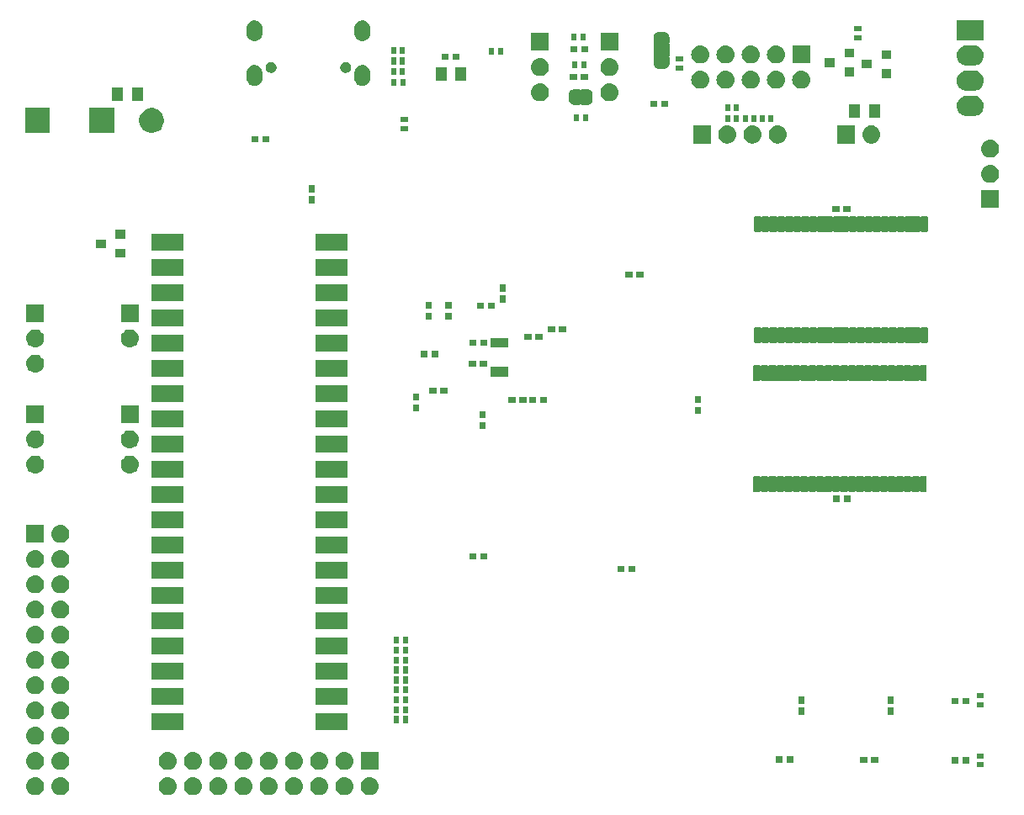
<source format=gbs>
G04 #@! TF.GenerationSoftware,KiCad,Pcbnew,(5.1.0)-1*
G04 #@! TF.CreationDate,2021-05-08T22:38:50+01:00*
G04 #@! TF.ProjectId,blit-cpu-mk3,626c6974-2d63-4707-952d-6d6b332e6b69,3.00*
G04 #@! TF.SameCoordinates,Original*
G04 #@! TF.FileFunction,Soldermask,Bot*
G04 #@! TF.FilePolarity,Negative*
%FSLAX46Y46*%
G04 Gerber Fmt 4.6, Leading zero omitted, Abs format (unit mm)*
G04 Created by KiCad (PCBNEW (5.1.0)-1) date 2021-05-08 22:38:50*
%MOMM*%
%LPD*%
G04 APERTURE LIST*
%ADD10C,0.100000*%
G04 APERTURE END LIST*
D10*
G36*
X37350442Y-99200518D02*
G01*
X37416627Y-99207037D01*
X37586466Y-99258557D01*
X37742991Y-99342222D01*
X37778729Y-99371552D01*
X37880186Y-99454814D01*
X37963448Y-99556271D01*
X37992778Y-99592009D01*
X38076443Y-99748534D01*
X38127963Y-99918373D01*
X38145359Y-100095000D01*
X38127963Y-100271627D01*
X38076443Y-100441466D01*
X37992778Y-100597991D01*
X37963448Y-100633729D01*
X37880186Y-100735186D01*
X37778729Y-100818448D01*
X37742991Y-100847778D01*
X37586466Y-100931443D01*
X37416627Y-100982963D01*
X37350442Y-100989482D01*
X37284260Y-100996000D01*
X37195740Y-100996000D01*
X37129558Y-100989482D01*
X37063373Y-100982963D01*
X36893534Y-100931443D01*
X36737009Y-100847778D01*
X36701271Y-100818448D01*
X36599814Y-100735186D01*
X36516552Y-100633729D01*
X36487222Y-100597991D01*
X36403557Y-100441466D01*
X36352037Y-100271627D01*
X36334641Y-100095000D01*
X36352037Y-99918373D01*
X36403557Y-99748534D01*
X36487222Y-99592009D01*
X36516552Y-99556271D01*
X36599814Y-99454814D01*
X36701271Y-99371552D01*
X36737009Y-99342222D01*
X36893534Y-99258557D01*
X37063373Y-99207037D01*
X37129558Y-99200518D01*
X37195740Y-99194000D01*
X37284260Y-99194000D01*
X37350442Y-99200518D01*
X37350442Y-99200518D01*
G37*
G36*
X55130442Y-99200518D02*
G01*
X55196627Y-99207037D01*
X55366466Y-99258557D01*
X55522991Y-99342222D01*
X55558729Y-99371552D01*
X55660186Y-99454814D01*
X55743448Y-99556271D01*
X55772778Y-99592009D01*
X55856443Y-99748534D01*
X55907963Y-99918373D01*
X55925359Y-100095000D01*
X55907963Y-100271627D01*
X55856443Y-100441466D01*
X55772778Y-100597991D01*
X55743448Y-100633729D01*
X55660186Y-100735186D01*
X55558729Y-100818448D01*
X55522991Y-100847778D01*
X55366466Y-100931443D01*
X55196627Y-100982963D01*
X55130442Y-100989482D01*
X55064260Y-100996000D01*
X54975740Y-100996000D01*
X54909558Y-100989482D01*
X54843373Y-100982963D01*
X54673534Y-100931443D01*
X54517009Y-100847778D01*
X54481271Y-100818448D01*
X54379814Y-100735186D01*
X54296552Y-100633729D01*
X54267222Y-100597991D01*
X54183557Y-100441466D01*
X54132037Y-100271627D01*
X54114641Y-100095000D01*
X54132037Y-99918373D01*
X54183557Y-99748534D01*
X54267222Y-99592009D01*
X54296552Y-99556271D01*
X54379814Y-99454814D01*
X54481271Y-99371552D01*
X54517009Y-99342222D01*
X54673534Y-99258557D01*
X54843373Y-99207037D01*
X54909558Y-99200518D01*
X54975740Y-99194000D01*
X55064260Y-99194000D01*
X55130442Y-99200518D01*
X55130442Y-99200518D01*
G37*
G36*
X24015442Y-99200518D02*
G01*
X24081627Y-99207037D01*
X24251466Y-99258557D01*
X24407991Y-99342222D01*
X24443729Y-99371552D01*
X24545186Y-99454814D01*
X24628448Y-99556271D01*
X24657778Y-99592009D01*
X24741443Y-99748534D01*
X24792963Y-99918373D01*
X24810359Y-100095000D01*
X24792963Y-100271627D01*
X24741443Y-100441466D01*
X24657778Y-100597991D01*
X24628448Y-100633729D01*
X24545186Y-100735186D01*
X24443729Y-100818448D01*
X24407991Y-100847778D01*
X24251466Y-100931443D01*
X24081627Y-100982963D01*
X24015442Y-100989482D01*
X23949260Y-100996000D01*
X23860740Y-100996000D01*
X23794558Y-100989482D01*
X23728373Y-100982963D01*
X23558534Y-100931443D01*
X23402009Y-100847778D01*
X23366271Y-100818448D01*
X23264814Y-100735186D01*
X23181552Y-100633729D01*
X23152222Y-100597991D01*
X23068557Y-100441466D01*
X23017037Y-100271627D01*
X22999641Y-100095000D01*
X23017037Y-99918373D01*
X23068557Y-99748534D01*
X23152222Y-99592009D01*
X23181552Y-99556271D01*
X23264814Y-99454814D01*
X23366271Y-99371552D01*
X23402009Y-99342222D01*
X23558534Y-99258557D01*
X23728373Y-99207037D01*
X23794558Y-99200518D01*
X23860740Y-99194000D01*
X23949260Y-99194000D01*
X24015442Y-99200518D01*
X24015442Y-99200518D01*
G37*
G36*
X26555442Y-99200518D02*
G01*
X26621627Y-99207037D01*
X26791466Y-99258557D01*
X26947991Y-99342222D01*
X26983729Y-99371552D01*
X27085186Y-99454814D01*
X27168448Y-99556271D01*
X27197778Y-99592009D01*
X27281443Y-99748534D01*
X27332963Y-99918373D01*
X27350359Y-100095000D01*
X27332963Y-100271627D01*
X27281443Y-100441466D01*
X27197778Y-100597991D01*
X27168448Y-100633729D01*
X27085186Y-100735186D01*
X26983729Y-100818448D01*
X26947991Y-100847778D01*
X26791466Y-100931443D01*
X26621627Y-100982963D01*
X26555442Y-100989482D01*
X26489260Y-100996000D01*
X26400740Y-100996000D01*
X26334558Y-100989482D01*
X26268373Y-100982963D01*
X26098534Y-100931443D01*
X25942009Y-100847778D01*
X25906271Y-100818448D01*
X25804814Y-100735186D01*
X25721552Y-100633729D01*
X25692222Y-100597991D01*
X25608557Y-100441466D01*
X25557037Y-100271627D01*
X25539641Y-100095000D01*
X25557037Y-99918373D01*
X25608557Y-99748534D01*
X25692222Y-99592009D01*
X25721552Y-99556271D01*
X25804814Y-99454814D01*
X25906271Y-99371552D01*
X25942009Y-99342222D01*
X26098534Y-99258557D01*
X26268373Y-99207037D01*
X26334558Y-99200518D01*
X26400740Y-99194000D01*
X26489260Y-99194000D01*
X26555442Y-99200518D01*
X26555442Y-99200518D01*
G37*
G36*
X57670442Y-99200518D02*
G01*
X57736627Y-99207037D01*
X57906466Y-99258557D01*
X58062991Y-99342222D01*
X58098729Y-99371552D01*
X58200186Y-99454814D01*
X58283448Y-99556271D01*
X58312778Y-99592009D01*
X58396443Y-99748534D01*
X58447963Y-99918373D01*
X58465359Y-100095000D01*
X58447963Y-100271627D01*
X58396443Y-100441466D01*
X58312778Y-100597991D01*
X58283448Y-100633729D01*
X58200186Y-100735186D01*
X58098729Y-100818448D01*
X58062991Y-100847778D01*
X57906466Y-100931443D01*
X57736627Y-100982963D01*
X57670442Y-100989482D01*
X57604260Y-100996000D01*
X57515740Y-100996000D01*
X57449558Y-100989482D01*
X57383373Y-100982963D01*
X57213534Y-100931443D01*
X57057009Y-100847778D01*
X57021271Y-100818448D01*
X56919814Y-100735186D01*
X56836552Y-100633729D01*
X56807222Y-100597991D01*
X56723557Y-100441466D01*
X56672037Y-100271627D01*
X56654641Y-100095000D01*
X56672037Y-99918373D01*
X56723557Y-99748534D01*
X56807222Y-99592009D01*
X56836552Y-99556271D01*
X56919814Y-99454814D01*
X57021271Y-99371552D01*
X57057009Y-99342222D01*
X57213534Y-99258557D01*
X57383373Y-99207037D01*
X57449558Y-99200518D01*
X57515740Y-99194000D01*
X57604260Y-99194000D01*
X57670442Y-99200518D01*
X57670442Y-99200518D01*
G37*
G36*
X52590442Y-99200518D02*
G01*
X52656627Y-99207037D01*
X52826466Y-99258557D01*
X52982991Y-99342222D01*
X53018729Y-99371552D01*
X53120186Y-99454814D01*
X53203448Y-99556271D01*
X53232778Y-99592009D01*
X53316443Y-99748534D01*
X53367963Y-99918373D01*
X53385359Y-100095000D01*
X53367963Y-100271627D01*
X53316443Y-100441466D01*
X53232778Y-100597991D01*
X53203448Y-100633729D01*
X53120186Y-100735186D01*
X53018729Y-100818448D01*
X52982991Y-100847778D01*
X52826466Y-100931443D01*
X52656627Y-100982963D01*
X52590442Y-100989482D01*
X52524260Y-100996000D01*
X52435740Y-100996000D01*
X52369558Y-100989482D01*
X52303373Y-100982963D01*
X52133534Y-100931443D01*
X51977009Y-100847778D01*
X51941271Y-100818448D01*
X51839814Y-100735186D01*
X51756552Y-100633729D01*
X51727222Y-100597991D01*
X51643557Y-100441466D01*
X51592037Y-100271627D01*
X51574641Y-100095000D01*
X51592037Y-99918373D01*
X51643557Y-99748534D01*
X51727222Y-99592009D01*
X51756552Y-99556271D01*
X51839814Y-99454814D01*
X51941271Y-99371552D01*
X51977009Y-99342222D01*
X52133534Y-99258557D01*
X52303373Y-99207037D01*
X52369558Y-99200518D01*
X52435740Y-99194000D01*
X52524260Y-99194000D01*
X52590442Y-99200518D01*
X52590442Y-99200518D01*
G37*
G36*
X47510442Y-99200518D02*
G01*
X47576627Y-99207037D01*
X47746466Y-99258557D01*
X47902991Y-99342222D01*
X47938729Y-99371552D01*
X48040186Y-99454814D01*
X48123448Y-99556271D01*
X48152778Y-99592009D01*
X48236443Y-99748534D01*
X48287963Y-99918373D01*
X48305359Y-100095000D01*
X48287963Y-100271627D01*
X48236443Y-100441466D01*
X48152778Y-100597991D01*
X48123448Y-100633729D01*
X48040186Y-100735186D01*
X47938729Y-100818448D01*
X47902991Y-100847778D01*
X47746466Y-100931443D01*
X47576627Y-100982963D01*
X47510442Y-100989482D01*
X47444260Y-100996000D01*
X47355740Y-100996000D01*
X47289558Y-100989482D01*
X47223373Y-100982963D01*
X47053534Y-100931443D01*
X46897009Y-100847778D01*
X46861271Y-100818448D01*
X46759814Y-100735186D01*
X46676552Y-100633729D01*
X46647222Y-100597991D01*
X46563557Y-100441466D01*
X46512037Y-100271627D01*
X46494641Y-100095000D01*
X46512037Y-99918373D01*
X46563557Y-99748534D01*
X46647222Y-99592009D01*
X46676552Y-99556271D01*
X46759814Y-99454814D01*
X46861271Y-99371552D01*
X46897009Y-99342222D01*
X47053534Y-99258557D01*
X47223373Y-99207037D01*
X47289558Y-99200518D01*
X47355740Y-99194000D01*
X47444260Y-99194000D01*
X47510442Y-99200518D01*
X47510442Y-99200518D01*
G37*
G36*
X50050442Y-99200518D02*
G01*
X50116627Y-99207037D01*
X50286466Y-99258557D01*
X50442991Y-99342222D01*
X50478729Y-99371552D01*
X50580186Y-99454814D01*
X50663448Y-99556271D01*
X50692778Y-99592009D01*
X50776443Y-99748534D01*
X50827963Y-99918373D01*
X50845359Y-100095000D01*
X50827963Y-100271627D01*
X50776443Y-100441466D01*
X50692778Y-100597991D01*
X50663448Y-100633729D01*
X50580186Y-100735186D01*
X50478729Y-100818448D01*
X50442991Y-100847778D01*
X50286466Y-100931443D01*
X50116627Y-100982963D01*
X50050442Y-100989482D01*
X49984260Y-100996000D01*
X49895740Y-100996000D01*
X49829558Y-100989482D01*
X49763373Y-100982963D01*
X49593534Y-100931443D01*
X49437009Y-100847778D01*
X49401271Y-100818448D01*
X49299814Y-100735186D01*
X49216552Y-100633729D01*
X49187222Y-100597991D01*
X49103557Y-100441466D01*
X49052037Y-100271627D01*
X49034641Y-100095000D01*
X49052037Y-99918373D01*
X49103557Y-99748534D01*
X49187222Y-99592009D01*
X49216552Y-99556271D01*
X49299814Y-99454814D01*
X49401271Y-99371552D01*
X49437009Y-99342222D01*
X49593534Y-99258557D01*
X49763373Y-99207037D01*
X49829558Y-99200518D01*
X49895740Y-99194000D01*
X49984260Y-99194000D01*
X50050442Y-99200518D01*
X50050442Y-99200518D01*
G37*
G36*
X39890442Y-99200518D02*
G01*
X39956627Y-99207037D01*
X40126466Y-99258557D01*
X40282991Y-99342222D01*
X40318729Y-99371552D01*
X40420186Y-99454814D01*
X40503448Y-99556271D01*
X40532778Y-99592009D01*
X40616443Y-99748534D01*
X40667963Y-99918373D01*
X40685359Y-100095000D01*
X40667963Y-100271627D01*
X40616443Y-100441466D01*
X40532778Y-100597991D01*
X40503448Y-100633729D01*
X40420186Y-100735186D01*
X40318729Y-100818448D01*
X40282991Y-100847778D01*
X40126466Y-100931443D01*
X39956627Y-100982963D01*
X39890442Y-100989482D01*
X39824260Y-100996000D01*
X39735740Y-100996000D01*
X39669558Y-100989482D01*
X39603373Y-100982963D01*
X39433534Y-100931443D01*
X39277009Y-100847778D01*
X39241271Y-100818448D01*
X39139814Y-100735186D01*
X39056552Y-100633729D01*
X39027222Y-100597991D01*
X38943557Y-100441466D01*
X38892037Y-100271627D01*
X38874641Y-100095000D01*
X38892037Y-99918373D01*
X38943557Y-99748534D01*
X39027222Y-99592009D01*
X39056552Y-99556271D01*
X39139814Y-99454814D01*
X39241271Y-99371552D01*
X39277009Y-99342222D01*
X39433534Y-99258557D01*
X39603373Y-99207037D01*
X39669558Y-99200518D01*
X39735740Y-99194000D01*
X39824260Y-99194000D01*
X39890442Y-99200518D01*
X39890442Y-99200518D01*
G37*
G36*
X44970442Y-99200518D02*
G01*
X45036627Y-99207037D01*
X45206466Y-99258557D01*
X45362991Y-99342222D01*
X45398729Y-99371552D01*
X45500186Y-99454814D01*
X45583448Y-99556271D01*
X45612778Y-99592009D01*
X45696443Y-99748534D01*
X45747963Y-99918373D01*
X45765359Y-100095000D01*
X45747963Y-100271627D01*
X45696443Y-100441466D01*
X45612778Y-100597991D01*
X45583448Y-100633729D01*
X45500186Y-100735186D01*
X45398729Y-100818448D01*
X45362991Y-100847778D01*
X45206466Y-100931443D01*
X45036627Y-100982963D01*
X44970442Y-100989482D01*
X44904260Y-100996000D01*
X44815740Y-100996000D01*
X44749558Y-100989482D01*
X44683373Y-100982963D01*
X44513534Y-100931443D01*
X44357009Y-100847778D01*
X44321271Y-100818448D01*
X44219814Y-100735186D01*
X44136552Y-100633729D01*
X44107222Y-100597991D01*
X44023557Y-100441466D01*
X43972037Y-100271627D01*
X43954641Y-100095000D01*
X43972037Y-99918373D01*
X44023557Y-99748534D01*
X44107222Y-99592009D01*
X44136552Y-99556271D01*
X44219814Y-99454814D01*
X44321271Y-99371552D01*
X44357009Y-99342222D01*
X44513534Y-99258557D01*
X44683373Y-99207037D01*
X44749558Y-99200518D01*
X44815740Y-99194000D01*
X44904260Y-99194000D01*
X44970442Y-99200518D01*
X44970442Y-99200518D01*
G37*
G36*
X42430442Y-99200518D02*
G01*
X42496627Y-99207037D01*
X42666466Y-99258557D01*
X42822991Y-99342222D01*
X42858729Y-99371552D01*
X42960186Y-99454814D01*
X43043448Y-99556271D01*
X43072778Y-99592009D01*
X43156443Y-99748534D01*
X43207963Y-99918373D01*
X43225359Y-100095000D01*
X43207963Y-100271627D01*
X43156443Y-100441466D01*
X43072778Y-100597991D01*
X43043448Y-100633729D01*
X42960186Y-100735186D01*
X42858729Y-100818448D01*
X42822991Y-100847778D01*
X42666466Y-100931443D01*
X42496627Y-100982963D01*
X42430442Y-100989482D01*
X42364260Y-100996000D01*
X42275740Y-100996000D01*
X42209558Y-100989482D01*
X42143373Y-100982963D01*
X41973534Y-100931443D01*
X41817009Y-100847778D01*
X41781271Y-100818448D01*
X41679814Y-100735186D01*
X41596552Y-100633729D01*
X41567222Y-100597991D01*
X41483557Y-100441466D01*
X41432037Y-100271627D01*
X41414641Y-100095000D01*
X41432037Y-99918373D01*
X41483557Y-99748534D01*
X41567222Y-99592009D01*
X41596552Y-99556271D01*
X41679814Y-99454814D01*
X41781271Y-99371552D01*
X41817009Y-99342222D01*
X41973534Y-99258557D01*
X42143373Y-99207037D01*
X42209558Y-99200518D01*
X42275740Y-99194000D01*
X42364260Y-99194000D01*
X42430442Y-99200518D01*
X42430442Y-99200518D01*
G37*
G36*
X52590442Y-96660518D02*
G01*
X52656627Y-96667037D01*
X52826466Y-96718557D01*
X52982991Y-96802222D01*
X53018729Y-96831552D01*
X53120186Y-96914814D01*
X53203448Y-97016271D01*
X53232778Y-97052009D01*
X53316443Y-97208534D01*
X53367963Y-97378373D01*
X53385359Y-97555000D01*
X53367963Y-97731627D01*
X53316443Y-97901466D01*
X53232778Y-98057991D01*
X53203448Y-98093729D01*
X53120186Y-98195186D01*
X53018729Y-98278448D01*
X52982991Y-98307778D01*
X52826466Y-98391443D01*
X52656627Y-98442963D01*
X52590442Y-98449482D01*
X52524260Y-98456000D01*
X52435740Y-98456000D01*
X52369558Y-98449482D01*
X52303373Y-98442963D01*
X52133534Y-98391443D01*
X51977009Y-98307778D01*
X51941271Y-98278448D01*
X51839814Y-98195186D01*
X51756552Y-98093729D01*
X51727222Y-98057991D01*
X51643557Y-97901466D01*
X51592037Y-97731627D01*
X51574641Y-97555000D01*
X51592037Y-97378373D01*
X51643557Y-97208534D01*
X51727222Y-97052009D01*
X51756552Y-97016271D01*
X51839814Y-96914814D01*
X51941271Y-96831552D01*
X51977009Y-96802222D01*
X52133534Y-96718557D01*
X52303373Y-96667037D01*
X52369558Y-96660518D01*
X52435740Y-96654000D01*
X52524260Y-96654000D01*
X52590442Y-96660518D01*
X52590442Y-96660518D01*
G37*
G36*
X42430442Y-96660518D02*
G01*
X42496627Y-96667037D01*
X42666466Y-96718557D01*
X42822991Y-96802222D01*
X42858729Y-96831552D01*
X42960186Y-96914814D01*
X43043448Y-97016271D01*
X43072778Y-97052009D01*
X43156443Y-97208534D01*
X43207963Y-97378373D01*
X43225359Y-97555000D01*
X43207963Y-97731627D01*
X43156443Y-97901466D01*
X43072778Y-98057991D01*
X43043448Y-98093729D01*
X42960186Y-98195186D01*
X42858729Y-98278448D01*
X42822991Y-98307778D01*
X42666466Y-98391443D01*
X42496627Y-98442963D01*
X42430442Y-98449482D01*
X42364260Y-98456000D01*
X42275740Y-98456000D01*
X42209558Y-98449482D01*
X42143373Y-98442963D01*
X41973534Y-98391443D01*
X41817009Y-98307778D01*
X41781271Y-98278448D01*
X41679814Y-98195186D01*
X41596552Y-98093729D01*
X41567222Y-98057991D01*
X41483557Y-97901466D01*
X41432037Y-97731627D01*
X41414641Y-97555000D01*
X41432037Y-97378373D01*
X41483557Y-97208534D01*
X41567222Y-97052009D01*
X41596552Y-97016271D01*
X41679814Y-96914814D01*
X41781271Y-96831552D01*
X41817009Y-96802222D01*
X41973534Y-96718557D01*
X42143373Y-96667037D01*
X42209558Y-96660518D01*
X42275740Y-96654000D01*
X42364260Y-96654000D01*
X42430442Y-96660518D01*
X42430442Y-96660518D01*
G37*
G36*
X58461000Y-98456000D02*
G01*
X56659000Y-98456000D01*
X56659000Y-96654000D01*
X58461000Y-96654000D01*
X58461000Y-98456000D01*
X58461000Y-98456000D01*
G37*
G36*
X50050442Y-96660518D02*
G01*
X50116627Y-96667037D01*
X50286466Y-96718557D01*
X50442991Y-96802222D01*
X50478729Y-96831552D01*
X50580186Y-96914814D01*
X50663448Y-97016271D01*
X50692778Y-97052009D01*
X50776443Y-97208534D01*
X50827963Y-97378373D01*
X50845359Y-97555000D01*
X50827963Y-97731627D01*
X50776443Y-97901466D01*
X50692778Y-98057991D01*
X50663448Y-98093729D01*
X50580186Y-98195186D01*
X50478729Y-98278448D01*
X50442991Y-98307778D01*
X50286466Y-98391443D01*
X50116627Y-98442963D01*
X50050442Y-98449482D01*
X49984260Y-98456000D01*
X49895740Y-98456000D01*
X49829558Y-98449482D01*
X49763373Y-98442963D01*
X49593534Y-98391443D01*
X49437009Y-98307778D01*
X49401271Y-98278448D01*
X49299814Y-98195186D01*
X49216552Y-98093729D01*
X49187222Y-98057991D01*
X49103557Y-97901466D01*
X49052037Y-97731627D01*
X49034641Y-97555000D01*
X49052037Y-97378373D01*
X49103557Y-97208534D01*
X49187222Y-97052009D01*
X49216552Y-97016271D01*
X49299814Y-96914814D01*
X49401271Y-96831552D01*
X49437009Y-96802222D01*
X49593534Y-96718557D01*
X49763373Y-96667037D01*
X49829558Y-96660518D01*
X49895740Y-96654000D01*
X49984260Y-96654000D01*
X50050442Y-96660518D01*
X50050442Y-96660518D01*
G37*
G36*
X47510442Y-96660518D02*
G01*
X47576627Y-96667037D01*
X47746466Y-96718557D01*
X47902991Y-96802222D01*
X47938729Y-96831552D01*
X48040186Y-96914814D01*
X48123448Y-97016271D01*
X48152778Y-97052009D01*
X48236443Y-97208534D01*
X48287963Y-97378373D01*
X48305359Y-97555000D01*
X48287963Y-97731627D01*
X48236443Y-97901466D01*
X48152778Y-98057991D01*
X48123448Y-98093729D01*
X48040186Y-98195186D01*
X47938729Y-98278448D01*
X47902991Y-98307778D01*
X47746466Y-98391443D01*
X47576627Y-98442963D01*
X47510442Y-98449482D01*
X47444260Y-98456000D01*
X47355740Y-98456000D01*
X47289558Y-98449482D01*
X47223373Y-98442963D01*
X47053534Y-98391443D01*
X46897009Y-98307778D01*
X46861271Y-98278448D01*
X46759814Y-98195186D01*
X46676552Y-98093729D01*
X46647222Y-98057991D01*
X46563557Y-97901466D01*
X46512037Y-97731627D01*
X46494641Y-97555000D01*
X46512037Y-97378373D01*
X46563557Y-97208534D01*
X46647222Y-97052009D01*
X46676552Y-97016271D01*
X46759814Y-96914814D01*
X46861271Y-96831552D01*
X46897009Y-96802222D01*
X47053534Y-96718557D01*
X47223373Y-96667037D01*
X47289558Y-96660518D01*
X47355740Y-96654000D01*
X47444260Y-96654000D01*
X47510442Y-96660518D01*
X47510442Y-96660518D01*
G37*
G36*
X44970442Y-96660518D02*
G01*
X45036627Y-96667037D01*
X45206466Y-96718557D01*
X45362991Y-96802222D01*
X45398729Y-96831552D01*
X45500186Y-96914814D01*
X45583448Y-97016271D01*
X45612778Y-97052009D01*
X45696443Y-97208534D01*
X45747963Y-97378373D01*
X45765359Y-97555000D01*
X45747963Y-97731627D01*
X45696443Y-97901466D01*
X45612778Y-98057991D01*
X45583448Y-98093729D01*
X45500186Y-98195186D01*
X45398729Y-98278448D01*
X45362991Y-98307778D01*
X45206466Y-98391443D01*
X45036627Y-98442963D01*
X44970442Y-98449482D01*
X44904260Y-98456000D01*
X44815740Y-98456000D01*
X44749558Y-98449482D01*
X44683373Y-98442963D01*
X44513534Y-98391443D01*
X44357009Y-98307778D01*
X44321271Y-98278448D01*
X44219814Y-98195186D01*
X44136552Y-98093729D01*
X44107222Y-98057991D01*
X44023557Y-97901466D01*
X43972037Y-97731627D01*
X43954641Y-97555000D01*
X43972037Y-97378373D01*
X44023557Y-97208534D01*
X44107222Y-97052009D01*
X44136552Y-97016271D01*
X44219814Y-96914814D01*
X44321271Y-96831552D01*
X44357009Y-96802222D01*
X44513534Y-96718557D01*
X44683373Y-96667037D01*
X44749558Y-96660518D01*
X44815740Y-96654000D01*
X44904260Y-96654000D01*
X44970442Y-96660518D01*
X44970442Y-96660518D01*
G37*
G36*
X24015442Y-96660518D02*
G01*
X24081627Y-96667037D01*
X24251466Y-96718557D01*
X24407991Y-96802222D01*
X24443729Y-96831552D01*
X24545186Y-96914814D01*
X24628448Y-97016271D01*
X24657778Y-97052009D01*
X24741443Y-97208534D01*
X24792963Y-97378373D01*
X24810359Y-97555000D01*
X24792963Y-97731627D01*
X24741443Y-97901466D01*
X24657778Y-98057991D01*
X24628448Y-98093729D01*
X24545186Y-98195186D01*
X24443729Y-98278448D01*
X24407991Y-98307778D01*
X24251466Y-98391443D01*
X24081627Y-98442963D01*
X24015442Y-98449482D01*
X23949260Y-98456000D01*
X23860740Y-98456000D01*
X23794558Y-98449482D01*
X23728373Y-98442963D01*
X23558534Y-98391443D01*
X23402009Y-98307778D01*
X23366271Y-98278448D01*
X23264814Y-98195186D01*
X23181552Y-98093729D01*
X23152222Y-98057991D01*
X23068557Y-97901466D01*
X23017037Y-97731627D01*
X22999641Y-97555000D01*
X23017037Y-97378373D01*
X23068557Y-97208534D01*
X23152222Y-97052009D01*
X23181552Y-97016271D01*
X23264814Y-96914814D01*
X23366271Y-96831552D01*
X23402009Y-96802222D01*
X23558534Y-96718557D01*
X23728373Y-96667037D01*
X23794558Y-96660518D01*
X23860740Y-96654000D01*
X23949260Y-96654000D01*
X24015442Y-96660518D01*
X24015442Y-96660518D01*
G37*
G36*
X39890442Y-96660518D02*
G01*
X39956627Y-96667037D01*
X40126466Y-96718557D01*
X40282991Y-96802222D01*
X40318729Y-96831552D01*
X40420186Y-96914814D01*
X40503448Y-97016271D01*
X40532778Y-97052009D01*
X40616443Y-97208534D01*
X40667963Y-97378373D01*
X40685359Y-97555000D01*
X40667963Y-97731627D01*
X40616443Y-97901466D01*
X40532778Y-98057991D01*
X40503448Y-98093729D01*
X40420186Y-98195186D01*
X40318729Y-98278448D01*
X40282991Y-98307778D01*
X40126466Y-98391443D01*
X39956627Y-98442963D01*
X39890442Y-98449482D01*
X39824260Y-98456000D01*
X39735740Y-98456000D01*
X39669558Y-98449482D01*
X39603373Y-98442963D01*
X39433534Y-98391443D01*
X39277009Y-98307778D01*
X39241271Y-98278448D01*
X39139814Y-98195186D01*
X39056552Y-98093729D01*
X39027222Y-98057991D01*
X38943557Y-97901466D01*
X38892037Y-97731627D01*
X38874641Y-97555000D01*
X38892037Y-97378373D01*
X38943557Y-97208534D01*
X39027222Y-97052009D01*
X39056552Y-97016271D01*
X39139814Y-96914814D01*
X39241271Y-96831552D01*
X39277009Y-96802222D01*
X39433534Y-96718557D01*
X39603373Y-96667037D01*
X39669558Y-96660518D01*
X39735740Y-96654000D01*
X39824260Y-96654000D01*
X39890442Y-96660518D01*
X39890442Y-96660518D01*
G37*
G36*
X37350442Y-96660518D02*
G01*
X37416627Y-96667037D01*
X37586466Y-96718557D01*
X37742991Y-96802222D01*
X37778729Y-96831552D01*
X37880186Y-96914814D01*
X37963448Y-97016271D01*
X37992778Y-97052009D01*
X38076443Y-97208534D01*
X38127963Y-97378373D01*
X38145359Y-97555000D01*
X38127963Y-97731627D01*
X38076443Y-97901466D01*
X37992778Y-98057991D01*
X37963448Y-98093729D01*
X37880186Y-98195186D01*
X37778729Y-98278448D01*
X37742991Y-98307778D01*
X37586466Y-98391443D01*
X37416627Y-98442963D01*
X37350442Y-98449482D01*
X37284260Y-98456000D01*
X37195740Y-98456000D01*
X37129558Y-98449482D01*
X37063373Y-98442963D01*
X36893534Y-98391443D01*
X36737009Y-98307778D01*
X36701271Y-98278448D01*
X36599814Y-98195186D01*
X36516552Y-98093729D01*
X36487222Y-98057991D01*
X36403557Y-97901466D01*
X36352037Y-97731627D01*
X36334641Y-97555000D01*
X36352037Y-97378373D01*
X36403557Y-97208534D01*
X36487222Y-97052009D01*
X36516552Y-97016271D01*
X36599814Y-96914814D01*
X36701271Y-96831552D01*
X36737009Y-96802222D01*
X36893534Y-96718557D01*
X37063373Y-96667037D01*
X37129558Y-96660518D01*
X37195740Y-96654000D01*
X37284260Y-96654000D01*
X37350442Y-96660518D01*
X37350442Y-96660518D01*
G37*
G36*
X26555442Y-96660518D02*
G01*
X26621627Y-96667037D01*
X26791466Y-96718557D01*
X26947991Y-96802222D01*
X26983729Y-96831552D01*
X27085186Y-96914814D01*
X27168448Y-97016271D01*
X27197778Y-97052009D01*
X27281443Y-97208534D01*
X27332963Y-97378373D01*
X27350359Y-97555000D01*
X27332963Y-97731627D01*
X27281443Y-97901466D01*
X27197778Y-98057991D01*
X27168448Y-98093729D01*
X27085186Y-98195186D01*
X26983729Y-98278448D01*
X26947991Y-98307778D01*
X26791466Y-98391443D01*
X26621627Y-98442963D01*
X26555442Y-98449482D01*
X26489260Y-98456000D01*
X26400740Y-98456000D01*
X26334558Y-98449482D01*
X26268373Y-98442963D01*
X26098534Y-98391443D01*
X25942009Y-98307778D01*
X25906271Y-98278448D01*
X25804814Y-98195186D01*
X25721552Y-98093729D01*
X25692222Y-98057991D01*
X25608557Y-97901466D01*
X25557037Y-97731627D01*
X25539641Y-97555000D01*
X25557037Y-97378373D01*
X25608557Y-97208534D01*
X25692222Y-97052009D01*
X25721552Y-97016271D01*
X25804814Y-96914814D01*
X25906271Y-96831552D01*
X25942009Y-96802222D01*
X26098534Y-96718557D01*
X26268373Y-96667037D01*
X26334558Y-96660518D01*
X26400740Y-96654000D01*
X26489260Y-96654000D01*
X26555442Y-96660518D01*
X26555442Y-96660518D01*
G37*
G36*
X55130442Y-96660518D02*
G01*
X55196627Y-96667037D01*
X55366466Y-96718557D01*
X55522991Y-96802222D01*
X55558729Y-96831552D01*
X55660186Y-96914814D01*
X55743448Y-97016271D01*
X55772778Y-97052009D01*
X55856443Y-97208534D01*
X55907963Y-97378373D01*
X55925359Y-97555000D01*
X55907963Y-97731627D01*
X55856443Y-97901466D01*
X55772778Y-98057991D01*
X55743448Y-98093729D01*
X55660186Y-98195186D01*
X55558729Y-98278448D01*
X55522991Y-98307778D01*
X55366466Y-98391443D01*
X55196627Y-98442963D01*
X55130442Y-98449482D01*
X55064260Y-98456000D01*
X54975740Y-98456000D01*
X54909558Y-98449482D01*
X54843373Y-98442963D01*
X54673534Y-98391443D01*
X54517009Y-98307778D01*
X54481271Y-98278448D01*
X54379814Y-98195186D01*
X54296552Y-98093729D01*
X54267222Y-98057991D01*
X54183557Y-97901466D01*
X54132037Y-97731627D01*
X54114641Y-97555000D01*
X54132037Y-97378373D01*
X54183557Y-97208534D01*
X54267222Y-97052009D01*
X54296552Y-97016271D01*
X54379814Y-96914814D01*
X54481271Y-96831552D01*
X54517009Y-96802222D01*
X54673534Y-96718557D01*
X54843373Y-96667037D01*
X54909558Y-96660518D01*
X54975740Y-96654000D01*
X55064260Y-96654000D01*
X55130442Y-96660518D01*
X55130442Y-96660518D01*
G37*
G36*
X119351000Y-98201000D02*
G01*
X118649000Y-98201000D01*
X118649000Y-97699000D01*
X119351000Y-97699000D01*
X119351000Y-98201000D01*
X119351000Y-98201000D01*
G37*
G36*
X116801000Y-97801000D02*
G01*
X116099000Y-97801000D01*
X116099000Y-97199000D01*
X116801000Y-97199000D01*
X116801000Y-97801000D01*
X116801000Y-97801000D01*
G37*
G36*
X117901000Y-97801000D02*
G01*
X117199000Y-97801000D01*
X117199000Y-97199000D01*
X117901000Y-97199000D01*
X117901000Y-97801000D01*
X117901000Y-97801000D01*
G37*
G36*
X107631000Y-97791000D02*
G01*
X106929000Y-97791000D01*
X106929000Y-97189000D01*
X107631000Y-97189000D01*
X107631000Y-97791000D01*
X107631000Y-97791000D01*
G37*
G36*
X108731000Y-97791000D02*
G01*
X108029000Y-97791000D01*
X108029000Y-97189000D01*
X108731000Y-97189000D01*
X108731000Y-97791000D01*
X108731000Y-97791000D01*
G37*
G36*
X99141000Y-97711000D02*
G01*
X98439000Y-97711000D01*
X98439000Y-97109000D01*
X99141000Y-97109000D01*
X99141000Y-97711000D01*
X99141000Y-97711000D01*
G37*
G36*
X100241000Y-97711000D02*
G01*
X99539000Y-97711000D01*
X99539000Y-97109000D01*
X100241000Y-97109000D01*
X100241000Y-97711000D01*
X100241000Y-97711000D01*
G37*
G36*
X119351000Y-97301000D02*
G01*
X118649000Y-97301000D01*
X118649000Y-96799000D01*
X119351000Y-96799000D01*
X119351000Y-97301000D01*
X119351000Y-97301000D01*
G37*
G36*
X24015443Y-94120519D02*
G01*
X24081627Y-94127037D01*
X24251466Y-94178557D01*
X24407991Y-94262222D01*
X24443729Y-94291552D01*
X24545186Y-94374814D01*
X24628448Y-94476271D01*
X24657778Y-94512009D01*
X24741443Y-94668534D01*
X24792963Y-94838373D01*
X24810359Y-95015000D01*
X24792963Y-95191627D01*
X24741443Y-95361466D01*
X24657778Y-95517991D01*
X24628448Y-95553729D01*
X24545186Y-95655186D01*
X24443729Y-95738448D01*
X24407991Y-95767778D01*
X24251466Y-95851443D01*
X24081627Y-95902963D01*
X24015443Y-95909481D01*
X23949260Y-95916000D01*
X23860740Y-95916000D01*
X23794557Y-95909481D01*
X23728373Y-95902963D01*
X23558534Y-95851443D01*
X23402009Y-95767778D01*
X23366271Y-95738448D01*
X23264814Y-95655186D01*
X23181552Y-95553729D01*
X23152222Y-95517991D01*
X23068557Y-95361466D01*
X23017037Y-95191627D01*
X22999641Y-95015000D01*
X23017037Y-94838373D01*
X23068557Y-94668534D01*
X23152222Y-94512009D01*
X23181552Y-94476271D01*
X23264814Y-94374814D01*
X23366271Y-94291552D01*
X23402009Y-94262222D01*
X23558534Y-94178557D01*
X23728373Y-94127037D01*
X23794557Y-94120519D01*
X23860740Y-94114000D01*
X23949260Y-94114000D01*
X24015443Y-94120519D01*
X24015443Y-94120519D01*
G37*
G36*
X26555443Y-94120519D02*
G01*
X26621627Y-94127037D01*
X26791466Y-94178557D01*
X26947991Y-94262222D01*
X26983729Y-94291552D01*
X27085186Y-94374814D01*
X27168448Y-94476271D01*
X27197778Y-94512009D01*
X27281443Y-94668534D01*
X27332963Y-94838373D01*
X27350359Y-95015000D01*
X27332963Y-95191627D01*
X27281443Y-95361466D01*
X27197778Y-95517991D01*
X27168448Y-95553729D01*
X27085186Y-95655186D01*
X26983729Y-95738448D01*
X26947991Y-95767778D01*
X26791466Y-95851443D01*
X26621627Y-95902963D01*
X26555443Y-95909481D01*
X26489260Y-95916000D01*
X26400740Y-95916000D01*
X26334557Y-95909481D01*
X26268373Y-95902963D01*
X26098534Y-95851443D01*
X25942009Y-95767778D01*
X25906271Y-95738448D01*
X25804814Y-95655186D01*
X25721552Y-95553729D01*
X25692222Y-95517991D01*
X25608557Y-95361466D01*
X25557037Y-95191627D01*
X25539641Y-95015000D01*
X25557037Y-94838373D01*
X25608557Y-94668534D01*
X25692222Y-94512009D01*
X25721552Y-94476271D01*
X25804814Y-94374814D01*
X25906271Y-94291552D01*
X25942009Y-94262222D01*
X26098534Y-94178557D01*
X26268373Y-94127037D01*
X26334557Y-94120519D01*
X26400740Y-94114000D01*
X26489260Y-94114000D01*
X26555443Y-94120519D01*
X26555443Y-94120519D01*
G37*
G36*
X38839000Y-94477000D02*
G01*
X35637000Y-94477000D01*
X35637000Y-92775000D01*
X38839000Y-92775000D01*
X38839000Y-94477000D01*
X38839000Y-94477000D01*
G37*
G36*
X55349000Y-94477000D02*
G01*
X52147000Y-94477000D01*
X52147000Y-92775000D01*
X55349000Y-92775000D01*
X55349000Y-94477000D01*
X55349000Y-94477000D01*
G37*
G36*
X60501000Y-93751000D02*
G01*
X59999000Y-93751000D01*
X59999000Y-93049000D01*
X60501000Y-93049000D01*
X60501000Y-93751000D01*
X60501000Y-93751000D01*
G37*
G36*
X61401000Y-93751000D02*
G01*
X60899000Y-93751000D01*
X60899000Y-93049000D01*
X61401000Y-93049000D01*
X61401000Y-93751000D01*
X61401000Y-93751000D01*
G37*
G36*
X26555442Y-91580518D02*
G01*
X26621627Y-91587037D01*
X26791466Y-91638557D01*
X26947991Y-91722222D01*
X26983057Y-91751000D01*
X27085186Y-91834814D01*
X27168448Y-91936271D01*
X27197778Y-91972009D01*
X27281443Y-92128534D01*
X27332963Y-92298373D01*
X27350359Y-92475000D01*
X27332963Y-92651627D01*
X27281443Y-92821466D01*
X27197778Y-92977991D01*
X27168448Y-93013729D01*
X27085186Y-93115186D01*
X26983729Y-93198448D01*
X26947991Y-93227778D01*
X26791466Y-93311443D01*
X26621627Y-93362963D01*
X26555443Y-93369481D01*
X26489260Y-93376000D01*
X26400740Y-93376000D01*
X26334557Y-93369481D01*
X26268373Y-93362963D01*
X26098534Y-93311443D01*
X25942009Y-93227778D01*
X25906271Y-93198448D01*
X25804814Y-93115186D01*
X25721552Y-93013729D01*
X25692222Y-92977991D01*
X25608557Y-92821466D01*
X25557037Y-92651627D01*
X25539641Y-92475000D01*
X25557037Y-92298373D01*
X25608557Y-92128534D01*
X25692222Y-91972009D01*
X25721552Y-91936271D01*
X25804814Y-91834814D01*
X25906943Y-91751000D01*
X25942009Y-91722222D01*
X26098534Y-91638557D01*
X26268373Y-91587037D01*
X26334558Y-91580518D01*
X26400740Y-91574000D01*
X26489260Y-91574000D01*
X26555442Y-91580518D01*
X26555442Y-91580518D01*
G37*
G36*
X24015442Y-91580518D02*
G01*
X24081627Y-91587037D01*
X24251466Y-91638557D01*
X24407991Y-91722222D01*
X24443057Y-91751000D01*
X24545186Y-91834814D01*
X24628448Y-91936271D01*
X24657778Y-91972009D01*
X24741443Y-92128534D01*
X24792963Y-92298373D01*
X24810359Y-92475000D01*
X24792963Y-92651627D01*
X24741443Y-92821466D01*
X24657778Y-92977991D01*
X24628448Y-93013729D01*
X24545186Y-93115186D01*
X24443729Y-93198448D01*
X24407991Y-93227778D01*
X24251466Y-93311443D01*
X24081627Y-93362963D01*
X24015443Y-93369481D01*
X23949260Y-93376000D01*
X23860740Y-93376000D01*
X23794557Y-93369481D01*
X23728373Y-93362963D01*
X23558534Y-93311443D01*
X23402009Y-93227778D01*
X23366271Y-93198448D01*
X23264814Y-93115186D01*
X23181552Y-93013729D01*
X23152222Y-92977991D01*
X23068557Y-92821466D01*
X23017037Y-92651627D01*
X22999641Y-92475000D01*
X23017037Y-92298373D01*
X23068557Y-92128534D01*
X23152222Y-91972009D01*
X23181552Y-91936271D01*
X23264814Y-91834814D01*
X23366943Y-91751000D01*
X23402009Y-91722222D01*
X23558534Y-91638557D01*
X23728373Y-91587037D01*
X23794558Y-91580518D01*
X23860740Y-91574000D01*
X23949260Y-91574000D01*
X24015442Y-91580518D01*
X24015442Y-91580518D01*
G37*
G36*
X110301000Y-92901000D02*
G01*
X109699000Y-92901000D01*
X109699000Y-92199000D01*
X110301000Y-92199000D01*
X110301000Y-92901000D01*
X110301000Y-92901000D01*
G37*
G36*
X101301000Y-92901000D02*
G01*
X100699000Y-92901000D01*
X100699000Y-92199000D01*
X101301000Y-92199000D01*
X101301000Y-92901000D01*
X101301000Y-92901000D01*
G37*
G36*
X60501000Y-92751000D02*
G01*
X59999000Y-92751000D01*
X59999000Y-92049000D01*
X60501000Y-92049000D01*
X60501000Y-92751000D01*
X60501000Y-92751000D01*
G37*
G36*
X61401000Y-92751000D02*
G01*
X60899000Y-92751000D01*
X60899000Y-92049000D01*
X61401000Y-92049000D01*
X61401000Y-92751000D01*
X61401000Y-92751000D01*
G37*
G36*
X119351000Y-92151000D02*
G01*
X118649000Y-92151000D01*
X118649000Y-91649000D01*
X119351000Y-91649000D01*
X119351000Y-92151000D01*
X119351000Y-92151000D01*
G37*
G36*
X55349000Y-91937000D02*
G01*
X52147000Y-91937000D01*
X52147000Y-90235000D01*
X55349000Y-90235000D01*
X55349000Y-91937000D01*
X55349000Y-91937000D01*
G37*
G36*
X38839000Y-91937000D02*
G01*
X35637000Y-91937000D01*
X35637000Y-90235000D01*
X38839000Y-90235000D01*
X38839000Y-91937000D01*
X38839000Y-91937000D01*
G37*
G36*
X116801000Y-91801000D02*
G01*
X116099000Y-91801000D01*
X116099000Y-91199000D01*
X116801000Y-91199000D01*
X116801000Y-91801000D01*
X116801000Y-91801000D01*
G37*
G36*
X117901000Y-91801000D02*
G01*
X117199000Y-91801000D01*
X117199000Y-91199000D01*
X117901000Y-91199000D01*
X117901000Y-91801000D01*
X117901000Y-91801000D01*
G37*
G36*
X110301000Y-91801000D02*
G01*
X109699000Y-91801000D01*
X109699000Y-91099000D01*
X110301000Y-91099000D01*
X110301000Y-91801000D01*
X110301000Y-91801000D01*
G37*
G36*
X101301000Y-91801000D02*
G01*
X100699000Y-91801000D01*
X100699000Y-91099000D01*
X101301000Y-91099000D01*
X101301000Y-91801000D01*
X101301000Y-91801000D01*
G37*
G36*
X60501000Y-91751000D02*
G01*
X59999000Y-91751000D01*
X59999000Y-91049000D01*
X60501000Y-91049000D01*
X60501000Y-91751000D01*
X60501000Y-91751000D01*
G37*
G36*
X61401000Y-91751000D02*
G01*
X60899000Y-91751000D01*
X60899000Y-91049000D01*
X61401000Y-91049000D01*
X61401000Y-91751000D01*
X61401000Y-91751000D01*
G37*
G36*
X119351000Y-91251000D02*
G01*
X118649000Y-91251000D01*
X118649000Y-90749000D01*
X119351000Y-90749000D01*
X119351000Y-91251000D01*
X119351000Y-91251000D01*
G37*
G36*
X24015443Y-89040519D02*
G01*
X24081627Y-89047037D01*
X24251466Y-89098557D01*
X24407991Y-89182222D01*
X24443729Y-89211552D01*
X24545186Y-89294814D01*
X24628448Y-89396271D01*
X24657778Y-89432009D01*
X24741443Y-89588534D01*
X24792963Y-89758373D01*
X24810359Y-89935000D01*
X24792963Y-90111627D01*
X24741443Y-90281466D01*
X24657778Y-90437991D01*
X24628448Y-90473729D01*
X24545186Y-90575186D01*
X24443729Y-90658448D01*
X24407991Y-90687778D01*
X24251466Y-90771443D01*
X24081627Y-90822963D01*
X24015442Y-90829482D01*
X23949260Y-90836000D01*
X23860740Y-90836000D01*
X23794558Y-90829482D01*
X23728373Y-90822963D01*
X23558534Y-90771443D01*
X23402009Y-90687778D01*
X23366271Y-90658448D01*
X23264814Y-90575186D01*
X23181552Y-90473729D01*
X23152222Y-90437991D01*
X23068557Y-90281466D01*
X23017037Y-90111627D01*
X22999641Y-89935000D01*
X23017037Y-89758373D01*
X23068557Y-89588534D01*
X23152222Y-89432009D01*
X23181552Y-89396271D01*
X23264814Y-89294814D01*
X23366271Y-89211552D01*
X23402009Y-89182222D01*
X23558534Y-89098557D01*
X23728373Y-89047037D01*
X23794557Y-89040519D01*
X23860740Y-89034000D01*
X23949260Y-89034000D01*
X24015443Y-89040519D01*
X24015443Y-89040519D01*
G37*
G36*
X26555443Y-89040519D02*
G01*
X26621627Y-89047037D01*
X26791466Y-89098557D01*
X26947991Y-89182222D01*
X26983729Y-89211552D01*
X27085186Y-89294814D01*
X27168448Y-89396271D01*
X27197778Y-89432009D01*
X27281443Y-89588534D01*
X27332963Y-89758373D01*
X27350359Y-89935000D01*
X27332963Y-90111627D01*
X27281443Y-90281466D01*
X27197778Y-90437991D01*
X27168448Y-90473729D01*
X27085186Y-90575186D01*
X26983729Y-90658448D01*
X26947991Y-90687778D01*
X26791466Y-90771443D01*
X26621627Y-90822963D01*
X26555442Y-90829482D01*
X26489260Y-90836000D01*
X26400740Y-90836000D01*
X26334558Y-90829482D01*
X26268373Y-90822963D01*
X26098534Y-90771443D01*
X25942009Y-90687778D01*
X25906271Y-90658448D01*
X25804814Y-90575186D01*
X25721552Y-90473729D01*
X25692222Y-90437991D01*
X25608557Y-90281466D01*
X25557037Y-90111627D01*
X25539641Y-89935000D01*
X25557037Y-89758373D01*
X25608557Y-89588534D01*
X25692222Y-89432009D01*
X25721552Y-89396271D01*
X25804814Y-89294814D01*
X25906271Y-89211552D01*
X25942009Y-89182222D01*
X26098534Y-89098557D01*
X26268373Y-89047037D01*
X26334557Y-89040519D01*
X26400740Y-89034000D01*
X26489260Y-89034000D01*
X26555443Y-89040519D01*
X26555443Y-89040519D01*
G37*
G36*
X60501000Y-90751000D02*
G01*
X59999000Y-90751000D01*
X59999000Y-90049000D01*
X60501000Y-90049000D01*
X60501000Y-90751000D01*
X60501000Y-90751000D01*
G37*
G36*
X61401000Y-90751000D02*
G01*
X60899000Y-90751000D01*
X60899000Y-90049000D01*
X61401000Y-90049000D01*
X61401000Y-90751000D01*
X61401000Y-90751000D01*
G37*
G36*
X61401000Y-89751000D02*
G01*
X60899000Y-89751000D01*
X60899000Y-89049000D01*
X61401000Y-89049000D01*
X61401000Y-89751000D01*
X61401000Y-89751000D01*
G37*
G36*
X60501000Y-89751000D02*
G01*
X59999000Y-89751000D01*
X59999000Y-89049000D01*
X60501000Y-89049000D01*
X60501000Y-89751000D01*
X60501000Y-89751000D01*
G37*
G36*
X55349000Y-89397000D02*
G01*
X52147000Y-89397000D01*
X52147000Y-87695000D01*
X55349000Y-87695000D01*
X55349000Y-89397000D01*
X55349000Y-89397000D01*
G37*
G36*
X38839000Y-89397000D02*
G01*
X35637000Y-89397000D01*
X35637000Y-87695000D01*
X38839000Y-87695000D01*
X38839000Y-89397000D01*
X38839000Y-89397000D01*
G37*
G36*
X60501000Y-88751000D02*
G01*
X59999000Y-88751000D01*
X59999000Y-88049000D01*
X60501000Y-88049000D01*
X60501000Y-88751000D01*
X60501000Y-88751000D01*
G37*
G36*
X61401000Y-88751000D02*
G01*
X60899000Y-88751000D01*
X60899000Y-88049000D01*
X61401000Y-88049000D01*
X61401000Y-88751000D01*
X61401000Y-88751000D01*
G37*
G36*
X24015442Y-86500518D02*
G01*
X24081627Y-86507037D01*
X24251466Y-86558557D01*
X24407991Y-86642222D01*
X24443729Y-86671552D01*
X24545186Y-86754814D01*
X24628448Y-86856271D01*
X24657778Y-86892009D01*
X24741443Y-87048534D01*
X24792963Y-87218373D01*
X24810359Y-87395000D01*
X24792963Y-87571627D01*
X24741443Y-87741466D01*
X24657778Y-87897991D01*
X24628448Y-87933729D01*
X24545186Y-88035186D01*
X24443729Y-88118448D01*
X24407991Y-88147778D01*
X24251466Y-88231443D01*
X24081627Y-88282963D01*
X24015442Y-88289482D01*
X23949260Y-88296000D01*
X23860740Y-88296000D01*
X23794558Y-88289482D01*
X23728373Y-88282963D01*
X23558534Y-88231443D01*
X23402009Y-88147778D01*
X23366271Y-88118448D01*
X23264814Y-88035186D01*
X23181552Y-87933729D01*
X23152222Y-87897991D01*
X23068557Y-87741466D01*
X23017037Y-87571627D01*
X22999641Y-87395000D01*
X23017037Y-87218373D01*
X23068557Y-87048534D01*
X23152222Y-86892009D01*
X23181552Y-86856271D01*
X23264814Y-86754814D01*
X23366271Y-86671552D01*
X23402009Y-86642222D01*
X23558534Y-86558557D01*
X23728373Y-86507037D01*
X23794558Y-86500518D01*
X23860740Y-86494000D01*
X23949260Y-86494000D01*
X24015442Y-86500518D01*
X24015442Y-86500518D01*
G37*
G36*
X26555442Y-86500518D02*
G01*
X26621627Y-86507037D01*
X26791466Y-86558557D01*
X26947991Y-86642222D01*
X26983729Y-86671552D01*
X27085186Y-86754814D01*
X27168448Y-86856271D01*
X27197778Y-86892009D01*
X27281443Y-87048534D01*
X27332963Y-87218373D01*
X27350359Y-87395000D01*
X27332963Y-87571627D01*
X27281443Y-87741466D01*
X27197778Y-87897991D01*
X27168448Y-87933729D01*
X27085186Y-88035186D01*
X26983729Y-88118448D01*
X26947991Y-88147778D01*
X26791466Y-88231443D01*
X26621627Y-88282963D01*
X26555442Y-88289482D01*
X26489260Y-88296000D01*
X26400740Y-88296000D01*
X26334558Y-88289482D01*
X26268373Y-88282963D01*
X26098534Y-88231443D01*
X25942009Y-88147778D01*
X25906271Y-88118448D01*
X25804814Y-88035186D01*
X25721552Y-87933729D01*
X25692222Y-87897991D01*
X25608557Y-87741466D01*
X25557037Y-87571627D01*
X25539641Y-87395000D01*
X25557037Y-87218373D01*
X25608557Y-87048534D01*
X25692222Y-86892009D01*
X25721552Y-86856271D01*
X25804814Y-86754814D01*
X25906271Y-86671552D01*
X25942009Y-86642222D01*
X26098534Y-86558557D01*
X26268373Y-86507037D01*
X26334558Y-86500518D01*
X26400740Y-86494000D01*
X26489260Y-86494000D01*
X26555442Y-86500518D01*
X26555442Y-86500518D01*
G37*
G36*
X60501000Y-87751000D02*
G01*
X59999000Y-87751000D01*
X59999000Y-87049000D01*
X60501000Y-87049000D01*
X60501000Y-87751000D01*
X60501000Y-87751000D01*
G37*
G36*
X61401000Y-87751000D02*
G01*
X60899000Y-87751000D01*
X60899000Y-87049000D01*
X61401000Y-87049000D01*
X61401000Y-87751000D01*
X61401000Y-87751000D01*
G37*
G36*
X55349000Y-86857000D02*
G01*
X52147000Y-86857000D01*
X52147000Y-85155000D01*
X55349000Y-85155000D01*
X55349000Y-86857000D01*
X55349000Y-86857000D01*
G37*
G36*
X38839000Y-86857000D02*
G01*
X35637000Y-86857000D01*
X35637000Y-85155000D01*
X38839000Y-85155000D01*
X38839000Y-86857000D01*
X38839000Y-86857000D01*
G37*
G36*
X61401000Y-86751000D02*
G01*
X60899000Y-86751000D01*
X60899000Y-86049000D01*
X61401000Y-86049000D01*
X61401000Y-86751000D01*
X61401000Y-86751000D01*
G37*
G36*
X60501000Y-86751000D02*
G01*
X59999000Y-86751000D01*
X59999000Y-86049000D01*
X60501000Y-86049000D01*
X60501000Y-86751000D01*
X60501000Y-86751000D01*
G37*
G36*
X24015442Y-83960518D02*
G01*
X24081627Y-83967037D01*
X24251466Y-84018557D01*
X24407991Y-84102222D01*
X24443729Y-84131552D01*
X24545186Y-84214814D01*
X24628448Y-84316271D01*
X24657778Y-84352009D01*
X24741443Y-84508534D01*
X24792963Y-84678373D01*
X24810359Y-84855000D01*
X24792963Y-85031627D01*
X24741443Y-85201466D01*
X24657778Y-85357991D01*
X24628448Y-85393729D01*
X24545186Y-85495186D01*
X24443729Y-85578448D01*
X24407991Y-85607778D01*
X24251466Y-85691443D01*
X24081627Y-85742963D01*
X24015443Y-85749481D01*
X23949260Y-85756000D01*
X23860740Y-85756000D01*
X23794557Y-85749481D01*
X23728373Y-85742963D01*
X23558534Y-85691443D01*
X23402009Y-85607778D01*
X23366271Y-85578448D01*
X23264814Y-85495186D01*
X23181552Y-85393729D01*
X23152222Y-85357991D01*
X23068557Y-85201466D01*
X23017037Y-85031627D01*
X22999641Y-84855000D01*
X23017037Y-84678373D01*
X23068557Y-84508534D01*
X23152222Y-84352009D01*
X23181552Y-84316271D01*
X23264814Y-84214814D01*
X23366271Y-84131552D01*
X23402009Y-84102222D01*
X23558534Y-84018557D01*
X23728373Y-83967037D01*
X23794558Y-83960518D01*
X23860740Y-83954000D01*
X23949260Y-83954000D01*
X24015442Y-83960518D01*
X24015442Y-83960518D01*
G37*
G36*
X26555442Y-83960518D02*
G01*
X26621627Y-83967037D01*
X26791466Y-84018557D01*
X26947991Y-84102222D01*
X26983729Y-84131552D01*
X27085186Y-84214814D01*
X27168448Y-84316271D01*
X27197778Y-84352009D01*
X27281443Y-84508534D01*
X27332963Y-84678373D01*
X27350359Y-84855000D01*
X27332963Y-85031627D01*
X27281443Y-85201466D01*
X27197778Y-85357991D01*
X27168448Y-85393729D01*
X27085186Y-85495186D01*
X26983729Y-85578448D01*
X26947991Y-85607778D01*
X26791466Y-85691443D01*
X26621627Y-85742963D01*
X26555443Y-85749481D01*
X26489260Y-85756000D01*
X26400740Y-85756000D01*
X26334557Y-85749481D01*
X26268373Y-85742963D01*
X26098534Y-85691443D01*
X25942009Y-85607778D01*
X25906271Y-85578448D01*
X25804814Y-85495186D01*
X25721552Y-85393729D01*
X25692222Y-85357991D01*
X25608557Y-85201466D01*
X25557037Y-85031627D01*
X25539641Y-84855000D01*
X25557037Y-84678373D01*
X25608557Y-84508534D01*
X25692222Y-84352009D01*
X25721552Y-84316271D01*
X25804814Y-84214814D01*
X25906271Y-84131552D01*
X25942009Y-84102222D01*
X26098534Y-84018557D01*
X26268373Y-83967037D01*
X26334558Y-83960518D01*
X26400740Y-83954000D01*
X26489260Y-83954000D01*
X26555442Y-83960518D01*
X26555442Y-83960518D01*
G37*
G36*
X60501000Y-85751000D02*
G01*
X59999000Y-85751000D01*
X59999000Y-85049000D01*
X60501000Y-85049000D01*
X60501000Y-85751000D01*
X60501000Y-85751000D01*
G37*
G36*
X61401000Y-85751000D02*
G01*
X60899000Y-85751000D01*
X60899000Y-85049000D01*
X61401000Y-85049000D01*
X61401000Y-85751000D01*
X61401000Y-85751000D01*
G37*
G36*
X38839000Y-84317000D02*
G01*
X35637000Y-84317000D01*
X35637000Y-82615000D01*
X38839000Y-82615000D01*
X38839000Y-84317000D01*
X38839000Y-84317000D01*
G37*
G36*
X55349000Y-84317000D02*
G01*
X52147000Y-84317000D01*
X52147000Y-82615000D01*
X55349000Y-82615000D01*
X55349000Y-84317000D01*
X55349000Y-84317000D01*
G37*
G36*
X26555443Y-81420519D02*
G01*
X26621627Y-81427037D01*
X26791466Y-81478557D01*
X26947991Y-81562222D01*
X26983729Y-81591552D01*
X27085186Y-81674814D01*
X27168448Y-81776271D01*
X27197778Y-81812009D01*
X27281443Y-81968534D01*
X27332963Y-82138373D01*
X27350359Y-82315000D01*
X27332963Y-82491627D01*
X27281443Y-82661466D01*
X27197778Y-82817991D01*
X27168448Y-82853729D01*
X27085186Y-82955186D01*
X26983729Y-83038448D01*
X26947991Y-83067778D01*
X26791466Y-83151443D01*
X26621627Y-83202963D01*
X26555443Y-83209481D01*
X26489260Y-83216000D01*
X26400740Y-83216000D01*
X26334557Y-83209481D01*
X26268373Y-83202963D01*
X26098534Y-83151443D01*
X25942009Y-83067778D01*
X25906271Y-83038448D01*
X25804814Y-82955186D01*
X25721552Y-82853729D01*
X25692222Y-82817991D01*
X25608557Y-82661466D01*
X25557037Y-82491627D01*
X25539641Y-82315000D01*
X25557037Y-82138373D01*
X25608557Y-81968534D01*
X25692222Y-81812009D01*
X25721552Y-81776271D01*
X25804814Y-81674814D01*
X25906271Y-81591552D01*
X25942009Y-81562222D01*
X26098534Y-81478557D01*
X26268373Y-81427037D01*
X26334557Y-81420519D01*
X26400740Y-81414000D01*
X26489260Y-81414000D01*
X26555443Y-81420519D01*
X26555443Y-81420519D01*
G37*
G36*
X24015443Y-81420519D02*
G01*
X24081627Y-81427037D01*
X24251466Y-81478557D01*
X24407991Y-81562222D01*
X24443729Y-81591552D01*
X24545186Y-81674814D01*
X24628448Y-81776271D01*
X24657778Y-81812009D01*
X24741443Y-81968534D01*
X24792963Y-82138373D01*
X24810359Y-82315000D01*
X24792963Y-82491627D01*
X24741443Y-82661466D01*
X24657778Y-82817991D01*
X24628448Y-82853729D01*
X24545186Y-82955186D01*
X24443729Y-83038448D01*
X24407991Y-83067778D01*
X24251466Y-83151443D01*
X24081627Y-83202963D01*
X24015443Y-83209481D01*
X23949260Y-83216000D01*
X23860740Y-83216000D01*
X23794557Y-83209481D01*
X23728373Y-83202963D01*
X23558534Y-83151443D01*
X23402009Y-83067778D01*
X23366271Y-83038448D01*
X23264814Y-82955186D01*
X23181552Y-82853729D01*
X23152222Y-82817991D01*
X23068557Y-82661466D01*
X23017037Y-82491627D01*
X22999641Y-82315000D01*
X23017037Y-82138373D01*
X23068557Y-81968534D01*
X23152222Y-81812009D01*
X23181552Y-81776271D01*
X23264814Y-81674814D01*
X23366271Y-81591552D01*
X23402009Y-81562222D01*
X23558534Y-81478557D01*
X23728373Y-81427037D01*
X23794557Y-81420519D01*
X23860740Y-81414000D01*
X23949260Y-81414000D01*
X24015443Y-81420519D01*
X24015443Y-81420519D01*
G37*
G36*
X55349000Y-81777000D02*
G01*
X52147000Y-81777000D01*
X52147000Y-80075000D01*
X55349000Y-80075000D01*
X55349000Y-81777000D01*
X55349000Y-81777000D01*
G37*
G36*
X38839000Y-81777000D02*
G01*
X35637000Y-81777000D01*
X35637000Y-80075000D01*
X38839000Y-80075000D01*
X38839000Y-81777000D01*
X38839000Y-81777000D01*
G37*
G36*
X26555443Y-78880519D02*
G01*
X26621627Y-78887037D01*
X26791466Y-78938557D01*
X26947991Y-79022222D01*
X26983729Y-79051552D01*
X27085186Y-79134814D01*
X27168448Y-79236271D01*
X27197778Y-79272009D01*
X27281443Y-79428534D01*
X27332963Y-79598373D01*
X27350359Y-79775000D01*
X27332963Y-79951627D01*
X27281443Y-80121466D01*
X27197778Y-80277991D01*
X27168448Y-80313729D01*
X27085186Y-80415186D01*
X26983729Y-80498448D01*
X26947991Y-80527778D01*
X26791466Y-80611443D01*
X26621627Y-80662963D01*
X26555442Y-80669482D01*
X26489260Y-80676000D01*
X26400740Y-80676000D01*
X26334558Y-80669482D01*
X26268373Y-80662963D01*
X26098534Y-80611443D01*
X25942009Y-80527778D01*
X25906271Y-80498448D01*
X25804814Y-80415186D01*
X25721552Y-80313729D01*
X25692222Y-80277991D01*
X25608557Y-80121466D01*
X25557037Y-79951627D01*
X25539641Y-79775000D01*
X25557037Y-79598373D01*
X25608557Y-79428534D01*
X25692222Y-79272009D01*
X25721552Y-79236271D01*
X25804814Y-79134814D01*
X25906271Y-79051552D01*
X25942009Y-79022222D01*
X26098534Y-78938557D01*
X26268373Y-78887037D01*
X26334557Y-78880519D01*
X26400740Y-78874000D01*
X26489260Y-78874000D01*
X26555443Y-78880519D01*
X26555443Y-78880519D01*
G37*
G36*
X24015443Y-78880519D02*
G01*
X24081627Y-78887037D01*
X24251466Y-78938557D01*
X24407991Y-79022222D01*
X24443729Y-79051552D01*
X24545186Y-79134814D01*
X24628448Y-79236271D01*
X24657778Y-79272009D01*
X24741443Y-79428534D01*
X24792963Y-79598373D01*
X24810359Y-79775000D01*
X24792963Y-79951627D01*
X24741443Y-80121466D01*
X24657778Y-80277991D01*
X24628448Y-80313729D01*
X24545186Y-80415186D01*
X24443729Y-80498448D01*
X24407991Y-80527778D01*
X24251466Y-80611443D01*
X24081627Y-80662963D01*
X24015442Y-80669482D01*
X23949260Y-80676000D01*
X23860740Y-80676000D01*
X23794558Y-80669482D01*
X23728373Y-80662963D01*
X23558534Y-80611443D01*
X23402009Y-80527778D01*
X23366271Y-80498448D01*
X23264814Y-80415186D01*
X23181552Y-80313729D01*
X23152222Y-80277991D01*
X23068557Y-80121466D01*
X23017037Y-79951627D01*
X22999641Y-79775000D01*
X23017037Y-79598373D01*
X23068557Y-79428534D01*
X23152222Y-79272009D01*
X23181552Y-79236271D01*
X23264814Y-79134814D01*
X23366271Y-79051552D01*
X23402009Y-79022222D01*
X23558534Y-78938557D01*
X23728373Y-78887037D01*
X23794557Y-78880519D01*
X23860740Y-78874000D01*
X23949260Y-78874000D01*
X24015443Y-78880519D01*
X24015443Y-78880519D01*
G37*
G36*
X55349000Y-79237000D02*
G01*
X52147000Y-79237000D01*
X52147000Y-77535000D01*
X55349000Y-77535000D01*
X55349000Y-79237000D01*
X55349000Y-79237000D01*
G37*
G36*
X38839000Y-79237000D02*
G01*
X35637000Y-79237000D01*
X35637000Y-77535000D01*
X38839000Y-77535000D01*
X38839000Y-79237000D01*
X38839000Y-79237000D01*
G37*
G36*
X83181000Y-78551000D02*
G01*
X82479000Y-78551000D01*
X82479000Y-77949000D01*
X83181000Y-77949000D01*
X83181000Y-78551000D01*
X83181000Y-78551000D01*
G37*
G36*
X84281000Y-78551000D02*
G01*
X83579000Y-78551000D01*
X83579000Y-77949000D01*
X84281000Y-77949000D01*
X84281000Y-78551000D01*
X84281000Y-78551000D01*
G37*
G36*
X26555443Y-76340519D02*
G01*
X26621627Y-76347037D01*
X26791466Y-76398557D01*
X26947991Y-76482222D01*
X26983729Y-76511552D01*
X27085186Y-76594814D01*
X27168448Y-76696271D01*
X27197778Y-76732009D01*
X27281443Y-76888534D01*
X27332963Y-77058373D01*
X27350359Y-77235000D01*
X27332963Y-77411627D01*
X27281443Y-77581466D01*
X27197778Y-77737991D01*
X27168448Y-77773729D01*
X27085186Y-77875186D01*
X26995242Y-77949000D01*
X26947991Y-77987778D01*
X26791466Y-78071443D01*
X26621627Y-78122963D01*
X26555443Y-78129481D01*
X26489260Y-78136000D01*
X26400740Y-78136000D01*
X26334557Y-78129481D01*
X26268373Y-78122963D01*
X26098534Y-78071443D01*
X25942009Y-77987778D01*
X25894758Y-77949000D01*
X25804814Y-77875186D01*
X25721552Y-77773729D01*
X25692222Y-77737991D01*
X25608557Y-77581466D01*
X25557037Y-77411627D01*
X25539641Y-77235000D01*
X25557037Y-77058373D01*
X25608557Y-76888534D01*
X25692222Y-76732009D01*
X25721552Y-76696271D01*
X25804814Y-76594814D01*
X25906271Y-76511552D01*
X25942009Y-76482222D01*
X26098534Y-76398557D01*
X26268373Y-76347037D01*
X26334557Y-76340519D01*
X26400740Y-76334000D01*
X26489260Y-76334000D01*
X26555443Y-76340519D01*
X26555443Y-76340519D01*
G37*
G36*
X24015443Y-76340519D02*
G01*
X24081627Y-76347037D01*
X24251466Y-76398557D01*
X24407991Y-76482222D01*
X24443729Y-76511552D01*
X24545186Y-76594814D01*
X24628448Y-76696271D01*
X24657778Y-76732009D01*
X24741443Y-76888534D01*
X24792963Y-77058373D01*
X24810359Y-77235000D01*
X24792963Y-77411627D01*
X24741443Y-77581466D01*
X24657778Y-77737991D01*
X24628448Y-77773729D01*
X24545186Y-77875186D01*
X24455242Y-77949000D01*
X24407991Y-77987778D01*
X24251466Y-78071443D01*
X24081627Y-78122963D01*
X24015443Y-78129481D01*
X23949260Y-78136000D01*
X23860740Y-78136000D01*
X23794557Y-78129481D01*
X23728373Y-78122963D01*
X23558534Y-78071443D01*
X23402009Y-77987778D01*
X23354758Y-77949000D01*
X23264814Y-77875186D01*
X23181552Y-77773729D01*
X23152222Y-77737991D01*
X23068557Y-77581466D01*
X23017037Y-77411627D01*
X22999641Y-77235000D01*
X23017037Y-77058373D01*
X23068557Y-76888534D01*
X23152222Y-76732009D01*
X23181552Y-76696271D01*
X23264814Y-76594814D01*
X23366271Y-76511552D01*
X23402009Y-76482222D01*
X23558534Y-76398557D01*
X23728373Y-76347037D01*
X23794557Y-76340519D01*
X23860740Y-76334000D01*
X23949260Y-76334000D01*
X24015443Y-76340519D01*
X24015443Y-76340519D01*
G37*
G36*
X68311000Y-77301000D02*
G01*
X67609000Y-77301000D01*
X67609000Y-76699000D01*
X68311000Y-76699000D01*
X68311000Y-77301000D01*
X68311000Y-77301000D01*
G37*
G36*
X69411000Y-77301000D02*
G01*
X68709000Y-77301000D01*
X68709000Y-76699000D01*
X69411000Y-76699000D01*
X69411000Y-77301000D01*
X69411000Y-77301000D01*
G37*
G36*
X38839000Y-76697000D02*
G01*
X35637000Y-76697000D01*
X35637000Y-74995000D01*
X38839000Y-74995000D01*
X38839000Y-76697000D01*
X38839000Y-76697000D01*
G37*
G36*
X55349000Y-76697000D02*
G01*
X52147000Y-76697000D01*
X52147000Y-74995000D01*
X55349000Y-74995000D01*
X55349000Y-76697000D01*
X55349000Y-76697000D01*
G37*
G36*
X26555442Y-73800518D02*
G01*
X26621627Y-73807037D01*
X26791466Y-73858557D01*
X26947991Y-73942222D01*
X26983729Y-73971552D01*
X27085186Y-74054814D01*
X27168448Y-74156271D01*
X27197778Y-74192009D01*
X27281443Y-74348534D01*
X27332963Y-74518373D01*
X27350359Y-74695000D01*
X27332963Y-74871627D01*
X27281443Y-75041466D01*
X27197778Y-75197991D01*
X27168448Y-75233729D01*
X27085186Y-75335186D01*
X26983729Y-75418448D01*
X26947991Y-75447778D01*
X26791466Y-75531443D01*
X26621627Y-75582963D01*
X26555443Y-75589481D01*
X26489260Y-75596000D01*
X26400740Y-75596000D01*
X26334557Y-75589481D01*
X26268373Y-75582963D01*
X26098534Y-75531443D01*
X25942009Y-75447778D01*
X25906271Y-75418448D01*
X25804814Y-75335186D01*
X25721552Y-75233729D01*
X25692222Y-75197991D01*
X25608557Y-75041466D01*
X25557037Y-74871627D01*
X25539641Y-74695000D01*
X25557037Y-74518373D01*
X25608557Y-74348534D01*
X25692222Y-74192009D01*
X25721552Y-74156271D01*
X25804814Y-74054814D01*
X25906271Y-73971552D01*
X25942009Y-73942222D01*
X26098534Y-73858557D01*
X26268373Y-73807037D01*
X26334558Y-73800518D01*
X26400740Y-73794000D01*
X26489260Y-73794000D01*
X26555442Y-73800518D01*
X26555442Y-73800518D01*
G37*
G36*
X24806000Y-75596000D02*
G01*
X23004000Y-75596000D01*
X23004000Y-73794000D01*
X24806000Y-73794000D01*
X24806000Y-75596000D01*
X24806000Y-75596000D01*
G37*
G36*
X55349000Y-74157000D02*
G01*
X52147000Y-74157000D01*
X52147000Y-72455000D01*
X55349000Y-72455000D01*
X55349000Y-74157000D01*
X55349000Y-74157000D01*
G37*
G36*
X38839000Y-74157000D02*
G01*
X35637000Y-74157000D01*
X35637000Y-72455000D01*
X38839000Y-72455000D01*
X38839000Y-74157000D01*
X38839000Y-74157000D01*
G37*
G36*
X55349000Y-71617000D02*
G01*
X52147000Y-71617000D01*
X52147000Y-69915000D01*
X55349000Y-69915000D01*
X55349000Y-71617000D01*
X55349000Y-71617000D01*
G37*
G36*
X38839000Y-71617000D02*
G01*
X35637000Y-71617000D01*
X35637000Y-69915000D01*
X38839000Y-69915000D01*
X38839000Y-71617000D01*
X38839000Y-71617000D01*
G37*
G36*
X105971000Y-71471000D02*
G01*
X105269000Y-71471000D01*
X105269000Y-70869000D01*
X105971000Y-70869000D01*
X105971000Y-71471000D01*
X105971000Y-71471000D01*
G37*
G36*
X104871000Y-71471000D02*
G01*
X104169000Y-71471000D01*
X104169000Y-70869000D01*
X104871000Y-70869000D01*
X104871000Y-71471000D01*
X104871000Y-71471000D01*
G37*
G36*
X96744987Y-68876524D02*
G01*
X96763730Y-68882210D01*
X96780997Y-68891439D01*
X96796138Y-68903865D01*
X96803375Y-68912683D01*
X96820702Y-68930010D01*
X96841076Y-68943623D01*
X96863715Y-68953001D01*
X96887748Y-68957781D01*
X96912252Y-68957781D01*
X96936285Y-68953001D01*
X96958924Y-68943623D01*
X96979299Y-68930009D01*
X96996625Y-68912683D01*
X97003862Y-68903865D01*
X97019003Y-68891439D01*
X97036270Y-68882210D01*
X97055013Y-68876524D01*
X97080640Y-68874000D01*
X97519360Y-68874000D01*
X97544987Y-68876524D01*
X97563730Y-68882210D01*
X97580997Y-68891439D01*
X97596138Y-68903865D01*
X97603375Y-68912683D01*
X97620702Y-68930010D01*
X97641076Y-68943623D01*
X97663715Y-68953001D01*
X97687748Y-68957781D01*
X97712252Y-68957781D01*
X97736285Y-68953001D01*
X97758924Y-68943623D01*
X97779299Y-68930009D01*
X97796625Y-68912683D01*
X97803862Y-68903865D01*
X97819003Y-68891439D01*
X97836270Y-68882210D01*
X97855013Y-68876524D01*
X97880640Y-68874000D01*
X98319360Y-68874000D01*
X98344987Y-68876524D01*
X98363730Y-68882210D01*
X98380997Y-68891439D01*
X98396138Y-68903865D01*
X98403375Y-68912683D01*
X98420702Y-68930010D01*
X98441076Y-68943623D01*
X98463715Y-68953001D01*
X98487748Y-68957781D01*
X98512252Y-68957781D01*
X98536285Y-68953001D01*
X98558924Y-68943623D01*
X98579299Y-68930009D01*
X98596625Y-68912683D01*
X98603862Y-68903865D01*
X98619003Y-68891439D01*
X98636270Y-68882210D01*
X98655013Y-68876524D01*
X98680640Y-68874000D01*
X99119360Y-68874000D01*
X99144987Y-68876524D01*
X99163730Y-68882210D01*
X99180997Y-68891439D01*
X99196138Y-68903865D01*
X99203375Y-68912683D01*
X99220702Y-68930010D01*
X99241076Y-68943623D01*
X99263715Y-68953001D01*
X99287748Y-68957781D01*
X99312252Y-68957781D01*
X99336285Y-68953001D01*
X99358924Y-68943623D01*
X99379299Y-68930009D01*
X99396625Y-68912683D01*
X99403862Y-68903865D01*
X99419003Y-68891439D01*
X99436270Y-68882210D01*
X99455013Y-68876524D01*
X99480640Y-68874000D01*
X99919360Y-68874000D01*
X99944987Y-68876524D01*
X99963730Y-68882210D01*
X99980997Y-68891439D01*
X99996138Y-68903865D01*
X100003375Y-68912683D01*
X100020702Y-68930010D01*
X100041076Y-68943623D01*
X100063715Y-68953001D01*
X100087748Y-68957781D01*
X100112252Y-68957781D01*
X100136285Y-68953001D01*
X100158924Y-68943623D01*
X100179299Y-68930009D01*
X100196625Y-68912683D01*
X100203862Y-68903865D01*
X100219003Y-68891439D01*
X100236270Y-68882210D01*
X100255013Y-68876524D01*
X100280640Y-68874000D01*
X100719360Y-68874000D01*
X100744987Y-68876524D01*
X100763730Y-68882210D01*
X100780997Y-68891439D01*
X100796138Y-68903865D01*
X100803375Y-68912683D01*
X100820702Y-68930010D01*
X100841076Y-68943623D01*
X100863715Y-68953001D01*
X100887748Y-68957781D01*
X100912252Y-68957781D01*
X100936285Y-68953001D01*
X100958924Y-68943623D01*
X100979299Y-68930009D01*
X100996625Y-68912683D01*
X101003862Y-68903865D01*
X101019003Y-68891439D01*
X101036270Y-68882210D01*
X101055013Y-68876524D01*
X101080640Y-68874000D01*
X101519360Y-68874000D01*
X101544987Y-68876524D01*
X101563730Y-68882210D01*
X101580997Y-68891439D01*
X101596138Y-68903865D01*
X101603375Y-68912683D01*
X101620702Y-68930010D01*
X101641076Y-68943623D01*
X101663715Y-68953001D01*
X101687748Y-68957781D01*
X101712252Y-68957781D01*
X101736285Y-68953001D01*
X101758924Y-68943623D01*
X101779299Y-68930009D01*
X101796625Y-68912683D01*
X101803862Y-68903865D01*
X101819003Y-68891439D01*
X101836270Y-68882210D01*
X101855013Y-68876524D01*
X101880640Y-68874000D01*
X102319360Y-68874000D01*
X102344987Y-68876524D01*
X102363730Y-68882210D01*
X102380997Y-68891439D01*
X102396138Y-68903865D01*
X102403375Y-68912683D01*
X102420702Y-68930010D01*
X102441076Y-68943623D01*
X102463715Y-68953001D01*
X102487748Y-68957781D01*
X102512252Y-68957781D01*
X102536285Y-68953001D01*
X102558924Y-68943623D01*
X102579299Y-68930009D01*
X102596625Y-68912683D01*
X102603862Y-68903865D01*
X102619003Y-68891439D01*
X102636270Y-68882210D01*
X102655013Y-68876524D01*
X102680640Y-68874000D01*
X103119360Y-68874000D01*
X103144987Y-68876524D01*
X103163730Y-68882210D01*
X103180997Y-68891439D01*
X103196138Y-68903865D01*
X103203375Y-68912683D01*
X103220702Y-68930010D01*
X103241076Y-68943623D01*
X103263715Y-68953001D01*
X103287748Y-68957781D01*
X103312252Y-68957781D01*
X103336285Y-68953001D01*
X103358924Y-68943623D01*
X103379299Y-68930009D01*
X103396625Y-68912683D01*
X103403862Y-68903865D01*
X103419003Y-68891439D01*
X103436270Y-68882210D01*
X103455013Y-68876524D01*
X103480640Y-68874000D01*
X103919360Y-68874000D01*
X103944987Y-68876524D01*
X103963730Y-68882210D01*
X103980997Y-68891439D01*
X103996138Y-68903865D01*
X104003375Y-68912683D01*
X104020702Y-68930010D01*
X104041076Y-68943623D01*
X104063715Y-68953001D01*
X104087748Y-68957781D01*
X104112252Y-68957781D01*
X104136285Y-68953001D01*
X104158924Y-68943623D01*
X104179299Y-68930009D01*
X104196625Y-68912683D01*
X104203862Y-68903865D01*
X104219003Y-68891439D01*
X104236270Y-68882210D01*
X104255013Y-68876524D01*
X104280640Y-68874000D01*
X104719360Y-68874000D01*
X104744987Y-68876524D01*
X104763730Y-68882210D01*
X104780997Y-68891439D01*
X104796138Y-68903865D01*
X104803375Y-68912683D01*
X104820702Y-68930010D01*
X104841076Y-68943623D01*
X104863715Y-68953001D01*
X104887748Y-68957781D01*
X104912252Y-68957781D01*
X104936285Y-68953001D01*
X104958924Y-68943623D01*
X104979299Y-68930009D01*
X104996625Y-68912683D01*
X105003862Y-68903865D01*
X105019003Y-68891439D01*
X105036270Y-68882210D01*
X105055013Y-68876524D01*
X105080640Y-68874000D01*
X105519360Y-68874000D01*
X105544987Y-68876524D01*
X105563730Y-68882210D01*
X105580997Y-68891439D01*
X105596138Y-68903865D01*
X105603375Y-68912683D01*
X105620702Y-68930010D01*
X105641076Y-68943623D01*
X105663715Y-68953001D01*
X105687748Y-68957781D01*
X105712252Y-68957781D01*
X105736285Y-68953001D01*
X105758924Y-68943623D01*
X105779299Y-68930009D01*
X105796625Y-68912683D01*
X105803862Y-68903865D01*
X105819003Y-68891439D01*
X105836270Y-68882210D01*
X105855013Y-68876524D01*
X105880640Y-68874000D01*
X106319360Y-68874000D01*
X106344987Y-68876524D01*
X106363730Y-68882210D01*
X106380997Y-68891439D01*
X106396138Y-68903865D01*
X106403375Y-68912683D01*
X106420702Y-68930010D01*
X106441076Y-68943623D01*
X106463715Y-68953001D01*
X106487748Y-68957781D01*
X106512252Y-68957781D01*
X106536285Y-68953001D01*
X106558924Y-68943623D01*
X106579299Y-68930009D01*
X106596625Y-68912683D01*
X106603862Y-68903865D01*
X106619003Y-68891439D01*
X106636270Y-68882210D01*
X106655013Y-68876524D01*
X106680640Y-68874000D01*
X107119360Y-68874000D01*
X107144987Y-68876524D01*
X107163730Y-68882210D01*
X107180997Y-68891439D01*
X107196138Y-68903865D01*
X107203375Y-68912683D01*
X107220702Y-68930010D01*
X107241076Y-68943623D01*
X107263715Y-68953001D01*
X107287748Y-68957781D01*
X107312252Y-68957781D01*
X107336285Y-68953001D01*
X107358924Y-68943623D01*
X107379299Y-68930009D01*
X107396625Y-68912683D01*
X107403862Y-68903865D01*
X107419003Y-68891439D01*
X107436270Y-68882210D01*
X107455013Y-68876524D01*
X107480640Y-68874000D01*
X107919360Y-68874000D01*
X107944987Y-68876524D01*
X107963730Y-68882210D01*
X107980997Y-68891439D01*
X107996138Y-68903865D01*
X108003375Y-68912683D01*
X108020702Y-68930010D01*
X108041076Y-68943623D01*
X108063715Y-68953001D01*
X108087748Y-68957781D01*
X108112252Y-68957781D01*
X108136285Y-68953001D01*
X108158924Y-68943623D01*
X108179299Y-68930009D01*
X108196625Y-68912683D01*
X108203862Y-68903865D01*
X108219003Y-68891439D01*
X108236270Y-68882210D01*
X108255013Y-68876524D01*
X108280640Y-68874000D01*
X108719360Y-68874000D01*
X108744987Y-68876524D01*
X108763730Y-68882210D01*
X108780997Y-68891439D01*
X108796138Y-68903865D01*
X108803375Y-68912683D01*
X108820702Y-68930010D01*
X108841076Y-68943623D01*
X108863715Y-68953001D01*
X108887748Y-68957781D01*
X108912252Y-68957781D01*
X108936285Y-68953001D01*
X108958924Y-68943623D01*
X108979299Y-68930009D01*
X108996625Y-68912683D01*
X109003862Y-68903865D01*
X109019003Y-68891439D01*
X109036270Y-68882210D01*
X109055013Y-68876524D01*
X109080640Y-68874000D01*
X109519360Y-68874000D01*
X109544987Y-68876524D01*
X109563730Y-68882210D01*
X109580997Y-68891439D01*
X109596138Y-68903865D01*
X109603375Y-68912683D01*
X109620702Y-68930010D01*
X109641076Y-68943623D01*
X109663715Y-68953001D01*
X109687748Y-68957781D01*
X109712252Y-68957781D01*
X109736285Y-68953001D01*
X109758924Y-68943623D01*
X109779299Y-68930009D01*
X109796625Y-68912683D01*
X109803862Y-68903865D01*
X109819003Y-68891439D01*
X109836270Y-68882210D01*
X109855013Y-68876524D01*
X109880640Y-68874000D01*
X110319360Y-68874000D01*
X110344987Y-68876524D01*
X110363730Y-68882210D01*
X110380997Y-68891439D01*
X110396138Y-68903865D01*
X110403375Y-68912683D01*
X110420702Y-68930010D01*
X110441076Y-68943623D01*
X110463715Y-68953001D01*
X110487748Y-68957781D01*
X110512252Y-68957781D01*
X110536285Y-68953001D01*
X110558924Y-68943623D01*
X110579299Y-68930009D01*
X110596625Y-68912683D01*
X110603862Y-68903865D01*
X110619003Y-68891439D01*
X110636270Y-68882210D01*
X110655013Y-68876524D01*
X110680640Y-68874000D01*
X111119360Y-68874000D01*
X111144987Y-68876524D01*
X111163730Y-68882210D01*
X111180997Y-68891439D01*
X111196138Y-68903865D01*
X111203375Y-68912683D01*
X111220702Y-68930010D01*
X111241076Y-68943623D01*
X111263715Y-68953001D01*
X111287748Y-68957781D01*
X111312252Y-68957781D01*
X111336285Y-68953001D01*
X111358924Y-68943623D01*
X111379299Y-68930009D01*
X111396625Y-68912683D01*
X111403862Y-68903865D01*
X111419003Y-68891439D01*
X111436270Y-68882210D01*
X111455013Y-68876524D01*
X111480640Y-68874000D01*
X111919360Y-68874000D01*
X111944987Y-68876524D01*
X111963730Y-68882210D01*
X111980997Y-68891439D01*
X111996138Y-68903865D01*
X112003375Y-68912683D01*
X112020702Y-68930010D01*
X112041076Y-68943623D01*
X112063715Y-68953001D01*
X112087748Y-68957781D01*
X112112252Y-68957781D01*
X112136285Y-68953001D01*
X112158924Y-68943623D01*
X112179299Y-68930009D01*
X112196625Y-68912683D01*
X112203862Y-68903865D01*
X112219003Y-68891439D01*
X112236270Y-68882210D01*
X112255013Y-68876524D01*
X112280640Y-68874000D01*
X112719360Y-68874000D01*
X112744987Y-68876524D01*
X112763730Y-68882210D01*
X112780997Y-68891439D01*
X112796138Y-68903865D01*
X112803375Y-68912683D01*
X112820702Y-68930010D01*
X112841076Y-68943623D01*
X112863715Y-68953001D01*
X112887748Y-68957781D01*
X112912252Y-68957781D01*
X112936285Y-68953001D01*
X112958924Y-68943623D01*
X112979299Y-68930009D01*
X112996625Y-68912683D01*
X113003862Y-68903865D01*
X113019003Y-68891439D01*
X113036270Y-68882210D01*
X113055013Y-68876524D01*
X113080640Y-68874000D01*
X113519360Y-68874000D01*
X113544987Y-68876524D01*
X113563730Y-68882210D01*
X113580997Y-68891439D01*
X113596136Y-68903864D01*
X113608561Y-68919003D01*
X113617790Y-68936270D01*
X113623476Y-68955013D01*
X113626000Y-68980640D01*
X113626000Y-70394360D01*
X113623476Y-70419987D01*
X113617790Y-70438730D01*
X113608561Y-70455997D01*
X113596136Y-70471136D01*
X113580997Y-70483561D01*
X113563730Y-70492790D01*
X113544987Y-70498476D01*
X113519360Y-70501000D01*
X113080640Y-70501000D01*
X113055013Y-70498476D01*
X113036270Y-70492790D01*
X113019003Y-70483561D01*
X113003862Y-70471135D01*
X112996625Y-70462317D01*
X112979298Y-70444990D01*
X112958924Y-70431377D01*
X112936285Y-70421999D01*
X112912252Y-70417219D01*
X112887748Y-70417219D01*
X112863715Y-70421999D01*
X112841076Y-70431377D01*
X112820701Y-70444991D01*
X112803375Y-70462317D01*
X112796138Y-70471135D01*
X112780997Y-70483561D01*
X112763730Y-70492790D01*
X112744987Y-70498476D01*
X112719360Y-70501000D01*
X112280640Y-70501000D01*
X112255013Y-70498476D01*
X112236270Y-70492790D01*
X112219003Y-70483561D01*
X112203862Y-70471135D01*
X112196625Y-70462317D01*
X112179298Y-70444990D01*
X112158924Y-70431377D01*
X112136285Y-70421999D01*
X112112252Y-70417219D01*
X112087748Y-70417219D01*
X112063715Y-70421999D01*
X112041076Y-70431377D01*
X112020701Y-70444991D01*
X112003375Y-70462317D01*
X111996138Y-70471135D01*
X111980997Y-70483561D01*
X111963730Y-70492790D01*
X111944987Y-70498476D01*
X111919360Y-70501000D01*
X111480640Y-70501000D01*
X111455013Y-70498476D01*
X111436270Y-70492790D01*
X111419003Y-70483561D01*
X111403862Y-70471135D01*
X111396625Y-70462317D01*
X111379298Y-70444990D01*
X111358924Y-70431377D01*
X111336285Y-70421999D01*
X111312252Y-70417219D01*
X111287748Y-70417219D01*
X111263715Y-70421999D01*
X111241076Y-70431377D01*
X111220701Y-70444991D01*
X111203375Y-70462317D01*
X111196138Y-70471135D01*
X111180997Y-70483561D01*
X111163730Y-70492790D01*
X111144987Y-70498476D01*
X111119360Y-70501000D01*
X110680640Y-70501000D01*
X110655013Y-70498476D01*
X110636270Y-70492790D01*
X110619003Y-70483561D01*
X110603862Y-70471135D01*
X110596625Y-70462317D01*
X110579298Y-70444990D01*
X110558924Y-70431377D01*
X110536285Y-70421999D01*
X110512252Y-70417219D01*
X110487748Y-70417219D01*
X110463715Y-70421999D01*
X110441076Y-70431377D01*
X110420701Y-70444991D01*
X110403375Y-70462317D01*
X110396138Y-70471135D01*
X110380997Y-70483561D01*
X110363730Y-70492790D01*
X110344987Y-70498476D01*
X110319360Y-70501000D01*
X109880640Y-70501000D01*
X109855013Y-70498476D01*
X109836270Y-70492790D01*
X109819003Y-70483561D01*
X109803862Y-70471135D01*
X109796625Y-70462317D01*
X109779298Y-70444990D01*
X109758924Y-70431377D01*
X109736285Y-70421999D01*
X109712252Y-70417219D01*
X109687748Y-70417219D01*
X109663715Y-70421999D01*
X109641076Y-70431377D01*
X109620701Y-70444991D01*
X109603375Y-70462317D01*
X109596138Y-70471135D01*
X109580997Y-70483561D01*
X109563730Y-70492790D01*
X109544987Y-70498476D01*
X109519360Y-70501000D01*
X109080640Y-70501000D01*
X109055013Y-70498476D01*
X109036270Y-70492790D01*
X109019003Y-70483561D01*
X109003862Y-70471135D01*
X108996625Y-70462317D01*
X108979298Y-70444990D01*
X108958924Y-70431377D01*
X108936285Y-70421999D01*
X108912252Y-70417219D01*
X108887748Y-70417219D01*
X108863715Y-70421999D01*
X108841076Y-70431377D01*
X108820701Y-70444991D01*
X108803375Y-70462317D01*
X108796138Y-70471135D01*
X108780997Y-70483561D01*
X108763730Y-70492790D01*
X108744987Y-70498476D01*
X108719360Y-70501000D01*
X108280640Y-70501000D01*
X108255013Y-70498476D01*
X108236270Y-70492790D01*
X108219003Y-70483561D01*
X108203862Y-70471135D01*
X108196625Y-70462317D01*
X108179298Y-70444990D01*
X108158924Y-70431377D01*
X108136285Y-70421999D01*
X108112252Y-70417219D01*
X108087748Y-70417219D01*
X108063715Y-70421999D01*
X108041076Y-70431377D01*
X108020701Y-70444991D01*
X108003375Y-70462317D01*
X107996138Y-70471135D01*
X107980997Y-70483561D01*
X107963730Y-70492790D01*
X107944987Y-70498476D01*
X107919360Y-70501000D01*
X107480640Y-70501000D01*
X107455013Y-70498476D01*
X107436270Y-70492790D01*
X107419003Y-70483561D01*
X107403862Y-70471135D01*
X107396625Y-70462317D01*
X107379298Y-70444990D01*
X107358924Y-70431377D01*
X107336285Y-70421999D01*
X107312252Y-70417219D01*
X107287748Y-70417219D01*
X107263715Y-70421999D01*
X107241076Y-70431377D01*
X107220701Y-70444991D01*
X107203375Y-70462317D01*
X107196138Y-70471135D01*
X107180997Y-70483561D01*
X107163730Y-70492790D01*
X107144987Y-70498476D01*
X107119360Y-70501000D01*
X106680640Y-70501000D01*
X106655013Y-70498476D01*
X106636270Y-70492790D01*
X106619003Y-70483561D01*
X106603862Y-70471135D01*
X106596625Y-70462317D01*
X106579298Y-70444990D01*
X106558924Y-70431377D01*
X106536285Y-70421999D01*
X106512252Y-70417219D01*
X106487748Y-70417219D01*
X106463715Y-70421999D01*
X106441076Y-70431377D01*
X106420701Y-70444991D01*
X106403375Y-70462317D01*
X106396138Y-70471135D01*
X106380997Y-70483561D01*
X106363730Y-70492790D01*
X106344987Y-70498476D01*
X106319360Y-70501000D01*
X105880640Y-70501000D01*
X105855013Y-70498476D01*
X105836270Y-70492790D01*
X105819003Y-70483561D01*
X105803862Y-70471135D01*
X105796625Y-70462317D01*
X105779298Y-70444990D01*
X105758924Y-70431377D01*
X105736285Y-70421999D01*
X105712252Y-70417219D01*
X105687748Y-70417219D01*
X105663715Y-70421999D01*
X105641076Y-70431377D01*
X105620701Y-70444991D01*
X105603375Y-70462317D01*
X105596138Y-70471135D01*
X105580997Y-70483561D01*
X105563730Y-70492790D01*
X105544987Y-70498476D01*
X105519360Y-70501000D01*
X105080640Y-70501000D01*
X105055013Y-70498476D01*
X105036270Y-70492790D01*
X105019003Y-70483561D01*
X105003862Y-70471135D01*
X104996625Y-70462317D01*
X104979298Y-70444990D01*
X104958924Y-70431377D01*
X104936285Y-70421999D01*
X104912252Y-70417219D01*
X104887748Y-70417219D01*
X104863715Y-70421999D01*
X104841076Y-70431377D01*
X104820701Y-70444991D01*
X104803375Y-70462317D01*
X104796138Y-70471135D01*
X104780997Y-70483561D01*
X104763730Y-70492790D01*
X104744987Y-70498476D01*
X104719360Y-70501000D01*
X104280640Y-70501000D01*
X104255013Y-70498476D01*
X104236270Y-70492790D01*
X104219003Y-70483561D01*
X104203862Y-70471135D01*
X104196625Y-70462317D01*
X104179298Y-70444990D01*
X104158924Y-70431377D01*
X104136285Y-70421999D01*
X104112252Y-70417219D01*
X104087748Y-70417219D01*
X104063715Y-70421999D01*
X104041076Y-70431377D01*
X104020701Y-70444991D01*
X104003375Y-70462317D01*
X103996138Y-70471135D01*
X103980997Y-70483561D01*
X103963730Y-70492790D01*
X103944987Y-70498476D01*
X103919360Y-70501000D01*
X103480640Y-70501000D01*
X103455013Y-70498476D01*
X103436270Y-70492790D01*
X103419003Y-70483561D01*
X103403862Y-70471135D01*
X103396625Y-70462317D01*
X103379298Y-70444990D01*
X103358924Y-70431377D01*
X103336285Y-70421999D01*
X103312252Y-70417219D01*
X103287748Y-70417219D01*
X103263715Y-70421999D01*
X103241076Y-70431377D01*
X103220701Y-70444991D01*
X103203375Y-70462317D01*
X103196138Y-70471135D01*
X103180997Y-70483561D01*
X103163730Y-70492790D01*
X103144987Y-70498476D01*
X103119360Y-70501000D01*
X102680640Y-70501000D01*
X102655013Y-70498476D01*
X102636270Y-70492790D01*
X102619003Y-70483561D01*
X102603862Y-70471135D01*
X102596625Y-70462317D01*
X102579298Y-70444990D01*
X102558924Y-70431377D01*
X102536285Y-70421999D01*
X102512252Y-70417219D01*
X102487748Y-70417219D01*
X102463715Y-70421999D01*
X102441076Y-70431377D01*
X102420701Y-70444991D01*
X102403375Y-70462317D01*
X102396138Y-70471135D01*
X102380997Y-70483561D01*
X102363730Y-70492790D01*
X102344987Y-70498476D01*
X102319360Y-70501000D01*
X101880640Y-70501000D01*
X101855013Y-70498476D01*
X101836270Y-70492790D01*
X101819003Y-70483561D01*
X101803862Y-70471135D01*
X101796625Y-70462317D01*
X101779298Y-70444990D01*
X101758924Y-70431377D01*
X101736285Y-70421999D01*
X101712252Y-70417219D01*
X101687748Y-70417219D01*
X101663715Y-70421999D01*
X101641076Y-70431377D01*
X101620701Y-70444991D01*
X101603375Y-70462317D01*
X101596138Y-70471135D01*
X101580997Y-70483561D01*
X101563730Y-70492790D01*
X101544987Y-70498476D01*
X101519360Y-70501000D01*
X101080640Y-70501000D01*
X101055013Y-70498476D01*
X101036270Y-70492790D01*
X101019003Y-70483561D01*
X101003862Y-70471135D01*
X100996625Y-70462317D01*
X100979298Y-70444990D01*
X100958924Y-70431377D01*
X100936285Y-70421999D01*
X100912252Y-70417219D01*
X100887748Y-70417219D01*
X100863715Y-70421999D01*
X100841076Y-70431377D01*
X100820701Y-70444991D01*
X100803375Y-70462317D01*
X100796138Y-70471135D01*
X100780997Y-70483561D01*
X100763730Y-70492790D01*
X100744987Y-70498476D01*
X100719360Y-70501000D01*
X100280640Y-70501000D01*
X100255013Y-70498476D01*
X100236270Y-70492790D01*
X100219003Y-70483561D01*
X100203862Y-70471135D01*
X100196625Y-70462317D01*
X100179298Y-70444990D01*
X100158924Y-70431377D01*
X100136285Y-70421999D01*
X100112252Y-70417219D01*
X100087748Y-70417219D01*
X100063715Y-70421999D01*
X100041076Y-70431377D01*
X100020701Y-70444991D01*
X100003375Y-70462317D01*
X99996138Y-70471135D01*
X99980997Y-70483561D01*
X99963730Y-70492790D01*
X99944987Y-70498476D01*
X99919360Y-70501000D01*
X99480640Y-70501000D01*
X99455013Y-70498476D01*
X99436270Y-70492790D01*
X99419003Y-70483561D01*
X99403862Y-70471135D01*
X99396625Y-70462317D01*
X99379298Y-70444990D01*
X99358924Y-70431377D01*
X99336285Y-70421999D01*
X99312252Y-70417219D01*
X99287748Y-70417219D01*
X99263715Y-70421999D01*
X99241076Y-70431377D01*
X99220701Y-70444991D01*
X99203375Y-70462317D01*
X99196138Y-70471135D01*
X99180997Y-70483561D01*
X99163730Y-70492790D01*
X99144987Y-70498476D01*
X99119360Y-70501000D01*
X98680640Y-70501000D01*
X98655013Y-70498476D01*
X98636270Y-70492790D01*
X98619003Y-70483561D01*
X98603862Y-70471135D01*
X98596625Y-70462317D01*
X98579298Y-70444990D01*
X98558924Y-70431377D01*
X98536285Y-70421999D01*
X98512252Y-70417219D01*
X98487748Y-70417219D01*
X98463715Y-70421999D01*
X98441076Y-70431377D01*
X98420701Y-70444991D01*
X98403375Y-70462317D01*
X98396138Y-70471135D01*
X98380997Y-70483561D01*
X98363730Y-70492790D01*
X98344987Y-70498476D01*
X98319360Y-70501000D01*
X97880640Y-70501000D01*
X97855013Y-70498476D01*
X97836270Y-70492790D01*
X97819003Y-70483561D01*
X97803862Y-70471135D01*
X97796625Y-70462317D01*
X97779298Y-70444990D01*
X97758924Y-70431377D01*
X97736285Y-70421999D01*
X97712252Y-70417219D01*
X97687748Y-70417219D01*
X97663715Y-70421999D01*
X97641076Y-70431377D01*
X97620701Y-70444991D01*
X97603375Y-70462317D01*
X97596138Y-70471135D01*
X97580997Y-70483561D01*
X97563730Y-70492790D01*
X97544987Y-70498476D01*
X97519360Y-70501000D01*
X97080640Y-70501000D01*
X97055013Y-70498476D01*
X97036270Y-70492790D01*
X97019003Y-70483561D01*
X97003862Y-70471135D01*
X96996625Y-70462317D01*
X96979298Y-70444990D01*
X96958924Y-70431377D01*
X96936285Y-70421999D01*
X96912252Y-70417219D01*
X96887748Y-70417219D01*
X96863715Y-70421999D01*
X96841076Y-70431377D01*
X96820701Y-70444991D01*
X96803375Y-70462317D01*
X96796138Y-70471135D01*
X96780997Y-70483561D01*
X96763730Y-70492790D01*
X96744987Y-70498476D01*
X96719360Y-70501000D01*
X96280640Y-70501000D01*
X96255013Y-70498476D01*
X96236270Y-70492790D01*
X96219003Y-70483561D01*
X96203864Y-70471136D01*
X96191439Y-70455997D01*
X96182210Y-70438730D01*
X96176524Y-70419987D01*
X96174000Y-70394360D01*
X96174000Y-68980640D01*
X96176524Y-68955013D01*
X96182210Y-68936270D01*
X96191439Y-68919003D01*
X96203864Y-68903864D01*
X96219003Y-68891439D01*
X96236270Y-68882210D01*
X96255013Y-68876524D01*
X96280640Y-68874000D01*
X96719360Y-68874000D01*
X96744987Y-68876524D01*
X96744987Y-68876524D01*
G37*
G36*
X38839000Y-69077000D02*
G01*
X35637000Y-69077000D01*
X35637000Y-67375000D01*
X38839000Y-67375000D01*
X38839000Y-69077000D01*
X38839000Y-69077000D01*
G37*
G36*
X55349000Y-69077000D02*
G01*
X52147000Y-69077000D01*
X52147000Y-67375000D01*
X55349000Y-67375000D01*
X55349000Y-69077000D01*
X55349000Y-69077000D01*
G37*
G36*
X24015443Y-66815519D02*
G01*
X24081627Y-66822037D01*
X24251466Y-66873557D01*
X24407991Y-66957222D01*
X24443729Y-66986552D01*
X24545186Y-67069814D01*
X24628448Y-67171271D01*
X24657778Y-67207009D01*
X24741443Y-67363534D01*
X24792963Y-67533373D01*
X24810359Y-67710000D01*
X24792963Y-67886627D01*
X24741443Y-68056466D01*
X24657778Y-68212991D01*
X24628448Y-68248729D01*
X24545186Y-68350186D01*
X24443729Y-68433448D01*
X24407991Y-68462778D01*
X24251466Y-68546443D01*
X24081627Y-68597963D01*
X24015442Y-68604482D01*
X23949260Y-68611000D01*
X23860740Y-68611000D01*
X23794558Y-68604482D01*
X23728373Y-68597963D01*
X23558534Y-68546443D01*
X23402009Y-68462778D01*
X23366271Y-68433448D01*
X23264814Y-68350186D01*
X23181552Y-68248729D01*
X23152222Y-68212991D01*
X23068557Y-68056466D01*
X23017037Y-67886627D01*
X22999641Y-67710000D01*
X23017037Y-67533373D01*
X23068557Y-67363534D01*
X23152222Y-67207009D01*
X23181552Y-67171271D01*
X23264814Y-67069814D01*
X23366271Y-66986552D01*
X23402009Y-66957222D01*
X23558534Y-66873557D01*
X23728373Y-66822037D01*
X23794557Y-66815519D01*
X23860740Y-66809000D01*
X23949260Y-66809000D01*
X24015443Y-66815519D01*
X24015443Y-66815519D01*
G37*
G36*
X33540443Y-66815519D02*
G01*
X33606627Y-66822037D01*
X33776466Y-66873557D01*
X33932991Y-66957222D01*
X33968729Y-66986552D01*
X34070186Y-67069814D01*
X34153448Y-67171271D01*
X34182778Y-67207009D01*
X34266443Y-67363534D01*
X34317963Y-67533373D01*
X34335359Y-67710000D01*
X34317963Y-67886627D01*
X34266443Y-68056466D01*
X34182778Y-68212991D01*
X34153448Y-68248729D01*
X34070186Y-68350186D01*
X33968729Y-68433448D01*
X33932991Y-68462778D01*
X33776466Y-68546443D01*
X33606627Y-68597963D01*
X33540442Y-68604482D01*
X33474260Y-68611000D01*
X33385740Y-68611000D01*
X33319558Y-68604482D01*
X33253373Y-68597963D01*
X33083534Y-68546443D01*
X32927009Y-68462778D01*
X32891271Y-68433448D01*
X32789814Y-68350186D01*
X32706552Y-68248729D01*
X32677222Y-68212991D01*
X32593557Y-68056466D01*
X32542037Y-67886627D01*
X32524641Y-67710000D01*
X32542037Y-67533373D01*
X32593557Y-67363534D01*
X32677222Y-67207009D01*
X32706552Y-67171271D01*
X32789814Y-67069814D01*
X32891271Y-66986552D01*
X32927009Y-66957222D01*
X33083534Y-66873557D01*
X33253373Y-66822037D01*
X33319557Y-66815519D01*
X33385740Y-66809000D01*
X33474260Y-66809000D01*
X33540443Y-66815519D01*
X33540443Y-66815519D01*
G37*
G36*
X55349000Y-66537000D02*
G01*
X52147000Y-66537000D01*
X52147000Y-64835000D01*
X55349000Y-64835000D01*
X55349000Y-66537000D01*
X55349000Y-66537000D01*
G37*
G36*
X38839000Y-66537000D02*
G01*
X35637000Y-66537000D01*
X35637000Y-64835000D01*
X38839000Y-64835000D01*
X38839000Y-66537000D01*
X38839000Y-66537000D01*
G37*
G36*
X33540442Y-64275518D02*
G01*
X33606627Y-64282037D01*
X33776466Y-64333557D01*
X33932991Y-64417222D01*
X33968729Y-64446552D01*
X34070186Y-64529814D01*
X34153448Y-64631271D01*
X34182778Y-64667009D01*
X34266443Y-64823534D01*
X34317963Y-64993373D01*
X34335359Y-65170000D01*
X34317963Y-65346627D01*
X34266443Y-65516466D01*
X34182778Y-65672991D01*
X34153448Y-65708729D01*
X34070186Y-65810186D01*
X33968729Y-65893448D01*
X33932991Y-65922778D01*
X33776466Y-66006443D01*
X33606627Y-66057963D01*
X33540443Y-66064481D01*
X33474260Y-66071000D01*
X33385740Y-66071000D01*
X33319557Y-66064481D01*
X33253373Y-66057963D01*
X33083534Y-66006443D01*
X32927009Y-65922778D01*
X32891271Y-65893448D01*
X32789814Y-65810186D01*
X32706552Y-65708729D01*
X32677222Y-65672991D01*
X32593557Y-65516466D01*
X32542037Y-65346627D01*
X32524641Y-65170000D01*
X32542037Y-64993373D01*
X32593557Y-64823534D01*
X32677222Y-64667009D01*
X32706552Y-64631271D01*
X32789814Y-64529814D01*
X32891271Y-64446552D01*
X32927009Y-64417222D01*
X33083534Y-64333557D01*
X33253373Y-64282037D01*
X33319558Y-64275518D01*
X33385740Y-64269000D01*
X33474260Y-64269000D01*
X33540442Y-64275518D01*
X33540442Y-64275518D01*
G37*
G36*
X24015442Y-64275518D02*
G01*
X24081627Y-64282037D01*
X24251466Y-64333557D01*
X24407991Y-64417222D01*
X24443729Y-64446552D01*
X24545186Y-64529814D01*
X24628448Y-64631271D01*
X24657778Y-64667009D01*
X24741443Y-64823534D01*
X24792963Y-64993373D01*
X24810359Y-65170000D01*
X24792963Y-65346627D01*
X24741443Y-65516466D01*
X24657778Y-65672991D01*
X24628448Y-65708729D01*
X24545186Y-65810186D01*
X24443729Y-65893448D01*
X24407991Y-65922778D01*
X24251466Y-66006443D01*
X24081627Y-66057963D01*
X24015443Y-66064481D01*
X23949260Y-66071000D01*
X23860740Y-66071000D01*
X23794557Y-66064481D01*
X23728373Y-66057963D01*
X23558534Y-66006443D01*
X23402009Y-65922778D01*
X23366271Y-65893448D01*
X23264814Y-65810186D01*
X23181552Y-65708729D01*
X23152222Y-65672991D01*
X23068557Y-65516466D01*
X23017037Y-65346627D01*
X22999641Y-65170000D01*
X23017037Y-64993373D01*
X23068557Y-64823534D01*
X23152222Y-64667009D01*
X23181552Y-64631271D01*
X23264814Y-64529814D01*
X23366271Y-64446552D01*
X23402009Y-64417222D01*
X23558534Y-64333557D01*
X23728373Y-64282037D01*
X23794558Y-64275518D01*
X23860740Y-64269000D01*
X23949260Y-64269000D01*
X24015442Y-64275518D01*
X24015442Y-64275518D01*
G37*
G36*
X69251000Y-64151000D02*
G01*
X68649000Y-64151000D01*
X68649000Y-63449000D01*
X69251000Y-63449000D01*
X69251000Y-64151000D01*
X69251000Y-64151000D01*
G37*
G36*
X38839000Y-63997000D02*
G01*
X35637000Y-63997000D01*
X35637000Y-62295000D01*
X38839000Y-62295000D01*
X38839000Y-63997000D01*
X38839000Y-63997000D01*
G37*
G36*
X55349000Y-63997000D02*
G01*
X52147000Y-63997000D01*
X52147000Y-62295000D01*
X55349000Y-62295000D01*
X55349000Y-63997000D01*
X55349000Y-63997000D01*
G37*
G36*
X34331000Y-63531000D02*
G01*
X32529000Y-63531000D01*
X32529000Y-61729000D01*
X34331000Y-61729000D01*
X34331000Y-63531000D01*
X34331000Y-63531000D01*
G37*
G36*
X24806000Y-63531000D02*
G01*
X23004000Y-63531000D01*
X23004000Y-61729000D01*
X24806000Y-61729000D01*
X24806000Y-63531000D01*
X24806000Y-63531000D01*
G37*
G36*
X69251000Y-63051000D02*
G01*
X68649000Y-63051000D01*
X68649000Y-62349000D01*
X69251000Y-62349000D01*
X69251000Y-63051000D01*
X69251000Y-63051000D01*
G37*
G36*
X90881000Y-62621000D02*
G01*
X90279000Y-62621000D01*
X90279000Y-61919000D01*
X90881000Y-61919000D01*
X90881000Y-62621000D01*
X90881000Y-62621000D01*
G37*
G36*
X62531000Y-62391000D02*
G01*
X61929000Y-62391000D01*
X61929000Y-61689000D01*
X62531000Y-61689000D01*
X62531000Y-62391000D01*
X62531000Y-62391000D01*
G37*
G36*
X75431000Y-61541000D02*
G01*
X74729000Y-61541000D01*
X74729000Y-60939000D01*
X75431000Y-60939000D01*
X75431000Y-61541000D01*
X75431000Y-61541000D01*
G37*
G36*
X74331000Y-61541000D02*
G01*
X73629000Y-61541000D01*
X73629000Y-60939000D01*
X74331000Y-60939000D01*
X74331000Y-61541000D01*
X74331000Y-61541000D01*
G37*
G36*
X72231000Y-61531000D02*
G01*
X71529000Y-61531000D01*
X71529000Y-60929000D01*
X72231000Y-60929000D01*
X72231000Y-61531000D01*
X72231000Y-61531000D01*
G37*
G36*
X73331000Y-61531000D02*
G01*
X72629000Y-61531000D01*
X72629000Y-60929000D01*
X73331000Y-60929000D01*
X73331000Y-61531000D01*
X73331000Y-61531000D01*
G37*
G36*
X90881000Y-61521000D02*
G01*
X90279000Y-61521000D01*
X90279000Y-60819000D01*
X90881000Y-60819000D01*
X90881000Y-61521000D01*
X90881000Y-61521000D01*
G37*
G36*
X55349000Y-61457000D02*
G01*
X52147000Y-61457000D01*
X52147000Y-59755000D01*
X55349000Y-59755000D01*
X55349000Y-61457000D01*
X55349000Y-61457000D01*
G37*
G36*
X38839000Y-61457000D02*
G01*
X35637000Y-61457000D01*
X35637000Y-59755000D01*
X38839000Y-59755000D01*
X38839000Y-61457000D01*
X38839000Y-61457000D01*
G37*
G36*
X62531000Y-61291000D02*
G01*
X61929000Y-61291000D01*
X61929000Y-60589000D01*
X62531000Y-60589000D01*
X62531000Y-61291000D01*
X62531000Y-61291000D01*
G37*
G36*
X64281000Y-60611000D02*
G01*
X63579000Y-60611000D01*
X63579000Y-60009000D01*
X64281000Y-60009000D01*
X64281000Y-60611000D01*
X64281000Y-60611000D01*
G37*
G36*
X65381000Y-60611000D02*
G01*
X64679000Y-60611000D01*
X64679000Y-60009000D01*
X65381000Y-60009000D01*
X65381000Y-60611000D01*
X65381000Y-60611000D01*
G37*
G36*
X96744987Y-57701524D02*
G01*
X96763730Y-57707210D01*
X96780997Y-57716439D01*
X96796138Y-57728865D01*
X96803375Y-57737683D01*
X96820702Y-57755010D01*
X96841076Y-57768623D01*
X96863715Y-57778001D01*
X96887748Y-57782781D01*
X96912252Y-57782781D01*
X96936285Y-57778001D01*
X96958924Y-57768623D01*
X96979299Y-57755009D01*
X96996625Y-57737683D01*
X97003862Y-57728865D01*
X97019003Y-57716439D01*
X97036270Y-57707210D01*
X97055013Y-57701524D01*
X97080640Y-57699000D01*
X97519360Y-57699000D01*
X97544987Y-57701524D01*
X97563730Y-57707210D01*
X97580997Y-57716439D01*
X97596138Y-57728865D01*
X97603375Y-57737683D01*
X97620702Y-57755010D01*
X97641076Y-57768623D01*
X97663715Y-57778001D01*
X97687748Y-57782781D01*
X97712252Y-57782781D01*
X97736285Y-57778001D01*
X97758924Y-57768623D01*
X97779299Y-57755009D01*
X97796625Y-57737683D01*
X97803862Y-57728865D01*
X97819003Y-57716439D01*
X97836270Y-57707210D01*
X97855013Y-57701524D01*
X97880640Y-57699000D01*
X98319360Y-57699000D01*
X98344987Y-57701524D01*
X98363730Y-57707210D01*
X98380997Y-57716439D01*
X98396138Y-57728865D01*
X98403375Y-57737683D01*
X98420702Y-57755010D01*
X98441076Y-57768623D01*
X98463715Y-57778001D01*
X98487748Y-57782781D01*
X98512252Y-57782781D01*
X98536285Y-57778001D01*
X98558924Y-57768623D01*
X98579299Y-57755009D01*
X98596625Y-57737683D01*
X98603862Y-57728865D01*
X98619003Y-57716439D01*
X98636270Y-57707210D01*
X98655013Y-57701524D01*
X98680640Y-57699000D01*
X99119360Y-57699000D01*
X99144987Y-57701524D01*
X99163730Y-57707210D01*
X99180997Y-57716439D01*
X99196138Y-57728865D01*
X99203375Y-57737683D01*
X99220702Y-57755010D01*
X99241076Y-57768623D01*
X99263715Y-57778001D01*
X99287748Y-57782781D01*
X99312252Y-57782781D01*
X99336285Y-57778001D01*
X99358924Y-57768623D01*
X99379299Y-57755009D01*
X99396625Y-57737683D01*
X99403862Y-57728865D01*
X99419003Y-57716439D01*
X99436270Y-57707210D01*
X99455013Y-57701524D01*
X99480640Y-57699000D01*
X99919360Y-57699000D01*
X99944987Y-57701524D01*
X99963730Y-57707210D01*
X99980997Y-57716439D01*
X99996138Y-57728865D01*
X100003375Y-57737683D01*
X100020702Y-57755010D01*
X100041076Y-57768623D01*
X100063715Y-57778001D01*
X100087748Y-57782781D01*
X100112252Y-57782781D01*
X100136285Y-57778001D01*
X100158924Y-57768623D01*
X100179299Y-57755009D01*
X100196625Y-57737683D01*
X100203862Y-57728865D01*
X100219003Y-57716439D01*
X100236270Y-57707210D01*
X100255013Y-57701524D01*
X100280640Y-57699000D01*
X100719360Y-57699000D01*
X100744987Y-57701524D01*
X100763730Y-57707210D01*
X100780997Y-57716439D01*
X100796138Y-57728865D01*
X100803375Y-57737683D01*
X100820702Y-57755010D01*
X100841076Y-57768623D01*
X100863715Y-57778001D01*
X100887748Y-57782781D01*
X100912252Y-57782781D01*
X100936285Y-57778001D01*
X100958924Y-57768623D01*
X100979299Y-57755009D01*
X100996625Y-57737683D01*
X101003862Y-57728865D01*
X101019003Y-57716439D01*
X101036270Y-57707210D01*
X101055013Y-57701524D01*
X101080640Y-57699000D01*
X101519360Y-57699000D01*
X101544987Y-57701524D01*
X101563730Y-57707210D01*
X101580997Y-57716439D01*
X101596138Y-57728865D01*
X101603375Y-57737683D01*
X101620702Y-57755010D01*
X101641076Y-57768623D01*
X101663715Y-57778001D01*
X101687748Y-57782781D01*
X101712252Y-57782781D01*
X101736285Y-57778001D01*
X101758924Y-57768623D01*
X101779299Y-57755009D01*
X101796625Y-57737683D01*
X101803862Y-57728865D01*
X101819003Y-57716439D01*
X101836270Y-57707210D01*
X101855013Y-57701524D01*
X101880640Y-57699000D01*
X102319360Y-57699000D01*
X102344987Y-57701524D01*
X102363730Y-57707210D01*
X102380997Y-57716439D01*
X102396138Y-57728865D01*
X102403375Y-57737683D01*
X102420702Y-57755010D01*
X102441076Y-57768623D01*
X102463715Y-57778001D01*
X102487748Y-57782781D01*
X102512252Y-57782781D01*
X102536285Y-57778001D01*
X102558924Y-57768623D01*
X102579299Y-57755009D01*
X102596625Y-57737683D01*
X102603862Y-57728865D01*
X102619003Y-57716439D01*
X102636270Y-57707210D01*
X102655013Y-57701524D01*
X102680640Y-57699000D01*
X103119360Y-57699000D01*
X103144987Y-57701524D01*
X103163730Y-57707210D01*
X103180997Y-57716439D01*
X103196138Y-57728865D01*
X103203375Y-57737683D01*
X103220702Y-57755010D01*
X103241076Y-57768623D01*
X103263715Y-57778001D01*
X103287748Y-57782781D01*
X103312252Y-57782781D01*
X103336285Y-57778001D01*
X103358924Y-57768623D01*
X103379299Y-57755009D01*
X103396625Y-57737683D01*
X103403862Y-57728865D01*
X103419003Y-57716439D01*
X103436270Y-57707210D01*
X103455013Y-57701524D01*
X103480640Y-57699000D01*
X103919360Y-57699000D01*
X103944987Y-57701524D01*
X103963730Y-57707210D01*
X103980997Y-57716439D01*
X103996138Y-57728865D01*
X104003375Y-57737683D01*
X104020702Y-57755010D01*
X104041076Y-57768623D01*
X104063715Y-57778001D01*
X104087748Y-57782781D01*
X104112252Y-57782781D01*
X104136285Y-57778001D01*
X104158924Y-57768623D01*
X104179299Y-57755009D01*
X104196625Y-57737683D01*
X104203862Y-57728865D01*
X104219003Y-57716439D01*
X104236270Y-57707210D01*
X104255013Y-57701524D01*
X104280640Y-57699000D01*
X104719360Y-57699000D01*
X104744987Y-57701524D01*
X104763730Y-57707210D01*
X104780997Y-57716439D01*
X104796138Y-57728865D01*
X104803375Y-57737683D01*
X104820702Y-57755010D01*
X104841076Y-57768623D01*
X104863715Y-57778001D01*
X104887748Y-57782781D01*
X104912252Y-57782781D01*
X104936285Y-57778001D01*
X104958924Y-57768623D01*
X104979299Y-57755009D01*
X104996625Y-57737683D01*
X105003862Y-57728865D01*
X105019003Y-57716439D01*
X105036270Y-57707210D01*
X105055013Y-57701524D01*
X105080640Y-57699000D01*
X105519360Y-57699000D01*
X105544987Y-57701524D01*
X105563730Y-57707210D01*
X105580997Y-57716439D01*
X105596138Y-57728865D01*
X105603375Y-57737683D01*
X105620702Y-57755010D01*
X105641076Y-57768623D01*
X105663715Y-57778001D01*
X105687748Y-57782781D01*
X105712252Y-57782781D01*
X105736285Y-57778001D01*
X105758924Y-57768623D01*
X105779299Y-57755009D01*
X105796625Y-57737683D01*
X105803862Y-57728865D01*
X105819003Y-57716439D01*
X105836270Y-57707210D01*
X105855013Y-57701524D01*
X105880640Y-57699000D01*
X106319360Y-57699000D01*
X106344987Y-57701524D01*
X106363730Y-57707210D01*
X106380997Y-57716439D01*
X106396138Y-57728865D01*
X106403375Y-57737683D01*
X106420702Y-57755010D01*
X106441076Y-57768623D01*
X106463715Y-57778001D01*
X106487748Y-57782781D01*
X106512252Y-57782781D01*
X106536285Y-57778001D01*
X106558924Y-57768623D01*
X106579299Y-57755009D01*
X106596625Y-57737683D01*
X106603862Y-57728865D01*
X106619003Y-57716439D01*
X106636270Y-57707210D01*
X106655013Y-57701524D01*
X106680640Y-57699000D01*
X107119360Y-57699000D01*
X107144987Y-57701524D01*
X107163730Y-57707210D01*
X107180997Y-57716439D01*
X107196138Y-57728865D01*
X107203375Y-57737683D01*
X107220702Y-57755010D01*
X107241076Y-57768623D01*
X107263715Y-57778001D01*
X107287748Y-57782781D01*
X107312252Y-57782781D01*
X107336285Y-57778001D01*
X107358924Y-57768623D01*
X107379299Y-57755009D01*
X107396625Y-57737683D01*
X107403862Y-57728865D01*
X107419003Y-57716439D01*
X107436270Y-57707210D01*
X107455013Y-57701524D01*
X107480640Y-57699000D01*
X107919360Y-57699000D01*
X107944987Y-57701524D01*
X107963730Y-57707210D01*
X107980997Y-57716439D01*
X107996138Y-57728865D01*
X108003375Y-57737683D01*
X108020702Y-57755010D01*
X108041076Y-57768623D01*
X108063715Y-57778001D01*
X108087748Y-57782781D01*
X108112252Y-57782781D01*
X108136285Y-57778001D01*
X108158924Y-57768623D01*
X108179299Y-57755009D01*
X108196625Y-57737683D01*
X108203862Y-57728865D01*
X108219003Y-57716439D01*
X108236270Y-57707210D01*
X108255013Y-57701524D01*
X108280640Y-57699000D01*
X108719360Y-57699000D01*
X108744987Y-57701524D01*
X108763730Y-57707210D01*
X108780997Y-57716439D01*
X108796138Y-57728865D01*
X108803375Y-57737683D01*
X108820702Y-57755010D01*
X108841076Y-57768623D01*
X108863715Y-57778001D01*
X108887748Y-57782781D01*
X108912252Y-57782781D01*
X108936285Y-57778001D01*
X108958924Y-57768623D01*
X108979299Y-57755009D01*
X108996625Y-57737683D01*
X109003862Y-57728865D01*
X109019003Y-57716439D01*
X109036270Y-57707210D01*
X109055013Y-57701524D01*
X109080640Y-57699000D01*
X109519360Y-57699000D01*
X109544987Y-57701524D01*
X109563730Y-57707210D01*
X109580997Y-57716439D01*
X109596138Y-57728865D01*
X109603375Y-57737683D01*
X109620702Y-57755010D01*
X109641076Y-57768623D01*
X109663715Y-57778001D01*
X109687748Y-57782781D01*
X109712252Y-57782781D01*
X109736285Y-57778001D01*
X109758924Y-57768623D01*
X109779299Y-57755009D01*
X109796625Y-57737683D01*
X109803862Y-57728865D01*
X109819003Y-57716439D01*
X109836270Y-57707210D01*
X109855013Y-57701524D01*
X109880640Y-57699000D01*
X110319360Y-57699000D01*
X110344987Y-57701524D01*
X110363730Y-57707210D01*
X110380997Y-57716439D01*
X110396138Y-57728865D01*
X110403375Y-57737683D01*
X110420702Y-57755010D01*
X110441076Y-57768623D01*
X110463715Y-57778001D01*
X110487748Y-57782781D01*
X110512252Y-57782781D01*
X110536285Y-57778001D01*
X110558924Y-57768623D01*
X110579299Y-57755009D01*
X110596625Y-57737683D01*
X110603862Y-57728865D01*
X110619003Y-57716439D01*
X110636270Y-57707210D01*
X110655013Y-57701524D01*
X110680640Y-57699000D01*
X111119360Y-57699000D01*
X111144987Y-57701524D01*
X111163730Y-57707210D01*
X111180997Y-57716439D01*
X111196138Y-57728865D01*
X111203375Y-57737683D01*
X111220702Y-57755010D01*
X111241076Y-57768623D01*
X111263715Y-57778001D01*
X111287748Y-57782781D01*
X111312252Y-57782781D01*
X111336285Y-57778001D01*
X111358924Y-57768623D01*
X111379299Y-57755009D01*
X111396625Y-57737683D01*
X111403862Y-57728865D01*
X111419003Y-57716439D01*
X111436270Y-57707210D01*
X111455013Y-57701524D01*
X111480640Y-57699000D01*
X111919360Y-57699000D01*
X111944987Y-57701524D01*
X111963730Y-57707210D01*
X111980997Y-57716439D01*
X111996138Y-57728865D01*
X112003375Y-57737683D01*
X112020702Y-57755010D01*
X112041076Y-57768623D01*
X112063715Y-57778001D01*
X112087748Y-57782781D01*
X112112252Y-57782781D01*
X112136285Y-57778001D01*
X112158924Y-57768623D01*
X112179299Y-57755009D01*
X112196625Y-57737683D01*
X112203862Y-57728865D01*
X112219003Y-57716439D01*
X112236270Y-57707210D01*
X112255013Y-57701524D01*
X112280640Y-57699000D01*
X112719360Y-57699000D01*
X112744987Y-57701524D01*
X112763730Y-57707210D01*
X112780997Y-57716439D01*
X112796138Y-57728865D01*
X112803375Y-57737683D01*
X112820702Y-57755010D01*
X112841076Y-57768623D01*
X112863715Y-57778001D01*
X112887748Y-57782781D01*
X112912252Y-57782781D01*
X112936285Y-57778001D01*
X112958924Y-57768623D01*
X112979299Y-57755009D01*
X112996625Y-57737683D01*
X113003862Y-57728865D01*
X113019003Y-57716439D01*
X113036270Y-57707210D01*
X113055013Y-57701524D01*
X113080640Y-57699000D01*
X113519360Y-57699000D01*
X113544987Y-57701524D01*
X113563730Y-57707210D01*
X113580997Y-57716439D01*
X113596136Y-57728864D01*
X113608561Y-57744003D01*
X113617790Y-57761270D01*
X113623476Y-57780013D01*
X113626000Y-57805640D01*
X113626000Y-59219360D01*
X113623476Y-59244987D01*
X113617790Y-59263730D01*
X113608561Y-59280997D01*
X113596136Y-59296136D01*
X113580997Y-59308561D01*
X113563730Y-59317790D01*
X113544987Y-59323476D01*
X113519360Y-59326000D01*
X113080640Y-59326000D01*
X113055013Y-59323476D01*
X113036270Y-59317790D01*
X113019003Y-59308561D01*
X113003862Y-59296135D01*
X112996625Y-59287317D01*
X112979298Y-59269990D01*
X112958924Y-59256377D01*
X112936285Y-59246999D01*
X112912252Y-59242219D01*
X112887748Y-59242219D01*
X112863715Y-59246999D01*
X112841076Y-59256377D01*
X112820701Y-59269991D01*
X112803375Y-59287317D01*
X112796138Y-59296135D01*
X112780997Y-59308561D01*
X112763730Y-59317790D01*
X112744987Y-59323476D01*
X112719360Y-59326000D01*
X112280640Y-59326000D01*
X112255013Y-59323476D01*
X112236270Y-59317790D01*
X112219003Y-59308561D01*
X112203862Y-59296135D01*
X112196625Y-59287317D01*
X112179298Y-59269990D01*
X112158924Y-59256377D01*
X112136285Y-59246999D01*
X112112252Y-59242219D01*
X112087748Y-59242219D01*
X112063715Y-59246999D01*
X112041076Y-59256377D01*
X112020701Y-59269991D01*
X112003375Y-59287317D01*
X111996138Y-59296135D01*
X111980997Y-59308561D01*
X111963730Y-59317790D01*
X111944987Y-59323476D01*
X111919360Y-59326000D01*
X111480640Y-59326000D01*
X111455013Y-59323476D01*
X111436270Y-59317790D01*
X111419003Y-59308561D01*
X111403862Y-59296135D01*
X111396625Y-59287317D01*
X111379298Y-59269990D01*
X111358924Y-59256377D01*
X111336285Y-59246999D01*
X111312252Y-59242219D01*
X111287748Y-59242219D01*
X111263715Y-59246999D01*
X111241076Y-59256377D01*
X111220701Y-59269991D01*
X111203375Y-59287317D01*
X111196138Y-59296135D01*
X111180997Y-59308561D01*
X111163730Y-59317790D01*
X111144987Y-59323476D01*
X111119360Y-59326000D01*
X110680640Y-59326000D01*
X110655013Y-59323476D01*
X110636270Y-59317790D01*
X110619003Y-59308561D01*
X110603862Y-59296135D01*
X110596625Y-59287317D01*
X110579298Y-59269990D01*
X110558924Y-59256377D01*
X110536285Y-59246999D01*
X110512252Y-59242219D01*
X110487748Y-59242219D01*
X110463715Y-59246999D01*
X110441076Y-59256377D01*
X110420701Y-59269991D01*
X110403375Y-59287317D01*
X110396138Y-59296135D01*
X110380997Y-59308561D01*
X110363730Y-59317790D01*
X110344987Y-59323476D01*
X110319360Y-59326000D01*
X109880640Y-59326000D01*
X109855013Y-59323476D01*
X109836270Y-59317790D01*
X109819003Y-59308561D01*
X109803862Y-59296135D01*
X109796625Y-59287317D01*
X109779298Y-59269990D01*
X109758924Y-59256377D01*
X109736285Y-59246999D01*
X109712252Y-59242219D01*
X109687748Y-59242219D01*
X109663715Y-59246999D01*
X109641076Y-59256377D01*
X109620701Y-59269991D01*
X109603375Y-59287317D01*
X109596138Y-59296135D01*
X109580997Y-59308561D01*
X109563730Y-59317790D01*
X109544987Y-59323476D01*
X109519360Y-59326000D01*
X109080640Y-59326000D01*
X109055013Y-59323476D01*
X109036270Y-59317790D01*
X109019003Y-59308561D01*
X109003862Y-59296135D01*
X108996625Y-59287317D01*
X108979298Y-59269990D01*
X108958924Y-59256377D01*
X108936285Y-59246999D01*
X108912252Y-59242219D01*
X108887748Y-59242219D01*
X108863715Y-59246999D01*
X108841076Y-59256377D01*
X108820701Y-59269991D01*
X108803375Y-59287317D01*
X108796138Y-59296135D01*
X108780997Y-59308561D01*
X108763730Y-59317790D01*
X108744987Y-59323476D01*
X108719360Y-59326000D01*
X108280640Y-59326000D01*
X108255013Y-59323476D01*
X108236270Y-59317790D01*
X108219003Y-59308561D01*
X108203862Y-59296135D01*
X108196625Y-59287317D01*
X108179298Y-59269990D01*
X108158924Y-59256377D01*
X108136285Y-59246999D01*
X108112252Y-59242219D01*
X108087748Y-59242219D01*
X108063715Y-59246999D01*
X108041076Y-59256377D01*
X108020701Y-59269991D01*
X108003375Y-59287317D01*
X107996138Y-59296135D01*
X107980997Y-59308561D01*
X107963730Y-59317790D01*
X107944987Y-59323476D01*
X107919360Y-59326000D01*
X107480640Y-59326000D01*
X107455013Y-59323476D01*
X107436270Y-59317790D01*
X107419003Y-59308561D01*
X107403862Y-59296135D01*
X107396625Y-59287317D01*
X107379298Y-59269990D01*
X107358924Y-59256377D01*
X107336285Y-59246999D01*
X107312252Y-59242219D01*
X107287748Y-59242219D01*
X107263715Y-59246999D01*
X107241076Y-59256377D01*
X107220701Y-59269991D01*
X107203375Y-59287317D01*
X107196138Y-59296135D01*
X107180997Y-59308561D01*
X107163730Y-59317790D01*
X107144987Y-59323476D01*
X107119360Y-59326000D01*
X106680640Y-59326000D01*
X106655013Y-59323476D01*
X106636270Y-59317790D01*
X106619003Y-59308561D01*
X106603862Y-59296135D01*
X106596625Y-59287317D01*
X106579298Y-59269990D01*
X106558924Y-59256377D01*
X106536285Y-59246999D01*
X106512252Y-59242219D01*
X106487748Y-59242219D01*
X106463715Y-59246999D01*
X106441076Y-59256377D01*
X106420701Y-59269991D01*
X106403375Y-59287317D01*
X106396138Y-59296135D01*
X106380997Y-59308561D01*
X106363730Y-59317790D01*
X106344987Y-59323476D01*
X106319360Y-59326000D01*
X105880640Y-59326000D01*
X105855013Y-59323476D01*
X105836270Y-59317790D01*
X105819003Y-59308561D01*
X105803862Y-59296135D01*
X105796625Y-59287317D01*
X105779298Y-59269990D01*
X105758924Y-59256377D01*
X105736285Y-59246999D01*
X105712252Y-59242219D01*
X105687748Y-59242219D01*
X105663715Y-59246999D01*
X105641076Y-59256377D01*
X105620701Y-59269991D01*
X105603375Y-59287317D01*
X105596138Y-59296135D01*
X105580997Y-59308561D01*
X105563730Y-59317790D01*
X105544987Y-59323476D01*
X105519360Y-59326000D01*
X105080640Y-59326000D01*
X105055013Y-59323476D01*
X105036270Y-59317790D01*
X105019003Y-59308561D01*
X105003862Y-59296135D01*
X104996625Y-59287317D01*
X104979298Y-59269990D01*
X104958924Y-59256377D01*
X104936285Y-59246999D01*
X104912252Y-59242219D01*
X104887748Y-59242219D01*
X104863715Y-59246999D01*
X104841076Y-59256377D01*
X104820701Y-59269991D01*
X104803375Y-59287317D01*
X104796138Y-59296135D01*
X104780997Y-59308561D01*
X104763730Y-59317790D01*
X104744987Y-59323476D01*
X104719360Y-59326000D01*
X104280640Y-59326000D01*
X104255013Y-59323476D01*
X104236270Y-59317790D01*
X104219003Y-59308561D01*
X104203862Y-59296135D01*
X104196625Y-59287317D01*
X104179298Y-59269990D01*
X104158924Y-59256377D01*
X104136285Y-59246999D01*
X104112252Y-59242219D01*
X104087748Y-59242219D01*
X104063715Y-59246999D01*
X104041076Y-59256377D01*
X104020701Y-59269991D01*
X104003375Y-59287317D01*
X103996138Y-59296135D01*
X103980997Y-59308561D01*
X103963730Y-59317790D01*
X103944987Y-59323476D01*
X103919360Y-59326000D01*
X103480640Y-59326000D01*
X103455013Y-59323476D01*
X103436270Y-59317790D01*
X103419003Y-59308561D01*
X103403862Y-59296135D01*
X103396625Y-59287317D01*
X103379298Y-59269990D01*
X103358924Y-59256377D01*
X103336285Y-59246999D01*
X103312252Y-59242219D01*
X103287748Y-59242219D01*
X103263715Y-59246999D01*
X103241076Y-59256377D01*
X103220701Y-59269991D01*
X103203375Y-59287317D01*
X103196138Y-59296135D01*
X103180997Y-59308561D01*
X103163730Y-59317790D01*
X103144987Y-59323476D01*
X103119360Y-59326000D01*
X102680640Y-59326000D01*
X102655013Y-59323476D01*
X102636270Y-59317790D01*
X102619003Y-59308561D01*
X102603862Y-59296135D01*
X102596625Y-59287317D01*
X102579298Y-59269990D01*
X102558924Y-59256377D01*
X102536285Y-59246999D01*
X102512252Y-59242219D01*
X102487748Y-59242219D01*
X102463715Y-59246999D01*
X102441076Y-59256377D01*
X102420701Y-59269991D01*
X102403375Y-59287317D01*
X102396138Y-59296135D01*
X102380997Y-59308561D01*
X102363730Y-59317790D01*
X102344987Y-59323476D01*
X102319360Y-59326000D01*
X101880640Y-59326000D01*
X101855013Y-59323476D01*
X101836270Y-59317790D01*
X101819003Y-59308561D01*
X101803862Y-59296135D01*
X101796625Y-59287317D01*
X101779298Y-59269990D01*
X101758924Y-59256377D01*
X101736285Y-59246999D01*
X101712252Y-59242219D01*
X101687748Y-59242219D01*
X101663715Y-59246999D01*
X101641076Y-59256377D01*
X101620701Y-59269991D01*
X101603375Y-59287317D01*
X101596138Y-59296135D01*
X101580997Y-59308561D01*
X101563730Y-59317790D01*
X101544987Y-59323476D01*
X101519360Y-59326000D01*
X101080640Y-59326000D01*
X101055013Y-59323476D01*
X101036270Y-59317790D01*
X101019003Y-59308561D01*
X101003862Y-59296135D01*
X100996625Y-59287317D01*
X100979298Y-59269990D01*
X100958924Y-59256377D01*
X100936285Y-59246999D01*
X100912252Y-59242219D01*
X100887748Y-59242219D01*
X100863715Y-59246999D01*
X100841076Y-59256377D01*
X100820701Y-59269991D01*
X100803375Y-59287317D01*
X100796138Y-59296135D01*
X100780997Y-59308561D01*
X100763730Y-59317790D01*
X100744987Y-59323476D01*
X100719360Y-59326000D01*
X100280640Y-59326000D01*
X100255013Y-59323476D01*
X100236270Y-59317790D01*
X100219003Y-59308561D01*
X100203862Y-59296135D01*
X100196625Y-59287317D01*
X100179298Y-59269990D01*
X100158924Y-59256377D01*
X100136285Y-59246999D01*
X100112252Y-59242219D01*
X100087748Y-59242219D01*
X100063715Y-59246999D01*
X100041076Y-59256377D01*
X100020701Y-59269991D01*
X100003375Y-59287317D01*
X99996138Y-59296135D01*
X99980997Y-59308561D01*
X99963730Y-59317790D01*
X99944987Y-59323476D01*
X99919360Y-59326000D01*
X99480640Y-59326000D01*
X99455013Y-59323476D01*
X99436270Y-59317790D01*
X99419003Y-59308561D01*
X99403862Y-59296135D01*
X99396625Y-59287317D01*
X99379298Y-59269990D01*
X99358924Y-59256377D01*
X99336285Y-59246999D01*
X99312252Y-59242219D01*
X99287748Y-59242219D01*
X99263715Y-59246999D01*
X99241076Y-59256377D01*
X99220701Y-59269991D01*
X99203375Y-59287317D01*
X99196138Y-59296135D01*
X99180997Y-59308561D01*
X99163730Y-59317790D01*
X99144987Y-59323476D01*
X99119360Y-59326000D01*
X98680640Y-59326000D01*
X98655013Y-59323476D01*
X98636270Y-59317790D01*
X98619003Y-59308561D01*
X98603862Y-59296135D01*
X98596625Y-59287317D01*
X98579298Y-59269990D01*
X98558924Y-59256377D01*
X98536285Y-59246999D01*
X98512252Y-59242219D01*
X98487748Y-59242219D01*
X98463715Y-59246999D01*
X98441076Y-59256377D01*
X98420701Y-59269991D01*
X98403375Y-59287317D01*
X98396138Y-59296135D01*
X98380997Y-59308561D01*
X98363730Y-59317790D01*
X98344987Y-59323476D01*
X98319360Y-59326000D01*
X97880640Y-59326000D01*
X97855013Y-59323476D01*
X97836270Y-59317790D01*
X97819003Y-59308561D01*
X97803862Y-59296135D01*
X97796625Y-59287317D01*
X97779298Y-59269990D01*
X97758924Y-59256377D01*
X97736285Y-59246999D01*
X97712252Y-59242219D01*
X97687748Y-59242219D01*
X97663715Y-59246999D01*
X97641076Y-59256377D01*
X97620701Y-59269991D01*
X97603375Y-59287317D01*
X97596138Y-59296135D01*
X97580997Y-59308561D01*
X97563730Y-59317790D01*
X97544987Y-59323476D01*
X97519360Y-59326000D01*
X97080640Y-59326000D01*
X97055013Y-59323476D01*
X97036270Y-59317790D01*
X97019003Y-59308561D01*
X97003862Y-59296135D01*
X96996625Y-59287317D01*
X96979298Y-59269990D01*
X96958924Y-59256377D01*
X96936285Y-59246999D01*
X96912252Y-59242219D01*
X96887748Y-59242219D01*
X96863715Y-59246999D01*
X96841076Y-59256377D01*
X96820701Y-59269991D01*
X96803375Y-59287317D01*
X96796138Y-59296135D01*
X96780997Y-59308561D01*
X96763730Y-59317790D01*
X96744987Y-59323476D01*
X96719360Y-59326000D01*
X96280640Y-59326000D01*
X96255013Y-59323476D01*
X96236270Y-59317790D01*
X96219003Y-59308561D01*
X96203864Y-59296136D01*
X96191439Y-59280997D01*
X96182210Y-59263730D01*
X96176524Y-59244987D01*
X96174000Y-59219360D01*
X96174000Y-57805640D01*
X96176524Y-57780013D01*
X96182210Y-57761270D01*
X96191439Y-57744003D01*
X96203864Y-57728864D01*
X96219003Y-57716439D01*
X96236270Y-57707210D01*
X96255013Y-57701524D01*
X96280640Y-57699000D01*
X96719360Y-57699000D01*
X96744987Y-57701524D01*
X96744987Y-57701524D01*
G37*
G36*
X55349000Y-58917000D02*
G01*
X52147000Y-58917000D01*
X52147000Y-57215000D01*
X55349000Y-57215000D01*
X55349000Y-58917000D01*
X55349000Y-58917000D01*
G37*
G36*
X38839000Y-58917000D02*
G01*
X35637000Y-58917000D01*
X35637000Y-57215000D01*
X38839000Y-57215000D01*
X38839000Y-58917000D01*
X38839000Y-58917000D01*
G37*
G36*
X71531000Y-58861000D02*
G01*
X69729000Y-58861000D01*
X69729000Y-57859000D01*
X71531000Y-57859000D01*
X71531000Y-58861000D01*
X71531000Y-58861000D01*
G37*
G36*
X24015443Y-56655519D02*
G01*
X24081627Y-56662037D01*
X24251466Y-56713557D01*
X24407991Y-56797222D01*
X24443729Y-56826552D01*
X24545186Y-56909814D01*
X24628448Y-57011271D01*
X24657778Y-57047009D01*
X24741443Y-57203534D01*
X24792963Y-57373373D01*
X24810359Y-57550000D01*
X24792963Y-57726627D01*
X24741443Y-57896466D01*
X24657778Y-58052991D01*
X24628448Y-58088729D01*
X24545186Y-58190186D01*
X24443729Y-58273448D01*
X24407991Y-58302778D01*
X24251466Y-58386443D01*
X24081627Y-58437963D01*
X24015443Y-58444481D01*
X23949260Y-58451000D01*
X23860740Y-58451000D01*
X23794557Y-58444481D01*
X23728373Y-58437963D01*
X23558534Y-58386443D01*
X23402009Y-58302778D01*
X23366271Y-58273448D01*
X23264814Y-58190186D01*
X23181552Y-58088729D01*
X23152222Y-58052991D01*
X23068557Y-57896466D01*
X23017037Y-57726627D01*
X22999641Y-57550000D01*
X23017037Y-57373373D01*
X23068557Y-57203534D01*
X23152222Y-57047009D01*
X23181552Y-57011271D01*
X23264814Y-56909814D01*
X23366271Y-56826552D01*
X23402009Y-56797222D01*
X23558534Y-56713557D01*
X23728373Y-56662037D01*
X23794557Y-56655519D01*
X23860740Y-56649000D01*
X23949260Y-56649000D01*
X24015443Y-56655519D01*
X24015443Y-56655519D01*
G37*
G36*
X69371000Y-57851000D02*
G01*
X68669000Y-57851000D01*
X68669000Y-57249000D01*
X69371000Y-57249000D01*
X69371000Y-57851000D01*
X69371000Y-57851000D01*
G37*
G36*
X68271000Y-57851000D02*
G01*
X67569000Y-57851000D01*
X67569000Y-57249000D01*
X68271000Y-57249000D01*
X68271000Y-57851000D01*
X68271000Y-57851000D01*
G37*
G36*
X64521000Y-56901000D02*
G01*
X63819000Y-56901000D01*
X63819000Y-56299000D01*
X64521000Y-56299000D01*
X64521000Y-56901000D01*
X64521000Y-56901000D01*
G37*
G36*
X63421000Y-56901000D02*
G01*
X62719000Y-56901000D01*
X62719000Y-56299000D01*
X63421000Y-56299000D01*
X63421000Y-56901000D01*
X63421000Y-56901000D01*
G37*
G36*
X38839000Y-56377000D02*
G01*
X35637000Y-56377000D01*
X35637000Y-54675000D01*
X38839000Y-54675000D01*
X38839000Y-56377000D01*
X38839000Y-56377000D01*
G37*
G36*
X55349000Y-56377000D02*
G01*
X52147000Y-56377000D01*
X52147000Y-54675000D01*
X55349000Y-54675000D01*
X55349000Y-56377000D01*
X55349000Y-56377000D01*
G37*
G36*
X71531000Y-55961000D02*
G01*
X69729000Y-55961000D01*
X69729000Y-54959000D01*
X71531000Y-54959000D01*
X71531000Y-55961000D01*
X71531000Y-55961000D01*
G37*
G36*
X24015442Y-54115518D02*
G01*
X24081627Y-54122037D01*
X24251466Y-54173557D01*
X24407991Y-54257222D01*
X24443729Y-54286552D01*
X24545186Y-54369814D01*
X24628448Y-54471271D01*
X24657778Y-54507009D01*
X24741443Y-54663534D01*
X24792963Y-54833373D01*
X24810359Y-55010000D01*
X24792963Y-55186627D01*
X24741443Y-55356466D01*
X24657778Y-55512991D01*
X24628448Y-55548729D01*
X24545186Y-55650186D01*
X24443729Y-55733448D01*
X24407991Y-55762778D01*
X24251466Y-55846443D01*
X24081627Y-55897963D01*
X24015443Y-55904481D01*
X23949260Y-55911000D01*
X23860740Y-55911000D01*
X23794557Y-55904481D01*
X23728373Y-55897963D01*
X23558534Y-55846443D01*
X23402009Y-55762778D01*
X23366271Y-55733448D01*
X23264814Y-55650186D01*
X23181552Y-55548729D01*
X23152222Y-55512991D01*
X23068557Y-55356466D01*
X23017037Y-55186627D01*
X22999641Y-55010000D01*
X23017037Y-54833373D01*
X23068557Y-54663534D01*
X23152222Y-54507009D01*
X23181552Y-54471271D01*
X23264814Y-54369814D01*
X23366271Y-54286552D01*
X23402009Y-54257222D01*
X23558534Y-54173557D01*
X23728373Y-54122037D01*
X23794558Y-54115518D01*
X23860740Y-54109000D01*
X23949260Y-54109000D01*
X24015442Y-54115518D01*
X24015442Y-54115518D01*
G37*
G36*
X33540442Y-54115518D02*
G01*
X33606627Y-54122037D01*
X33776466Y-54173557D01*
X33932991Y-54257222D01*
X33968729Y-54286552D01*
X34070186Y-54369814D01*
X34153448Y-54471271D01*
X34182778Y-54507009D01*
X34266443Y-54663534D01*
X34317963Y-54833373D01*
X34335359Y-55010000D01*
X34317963Y-55186627D01*
X34266443Y-55356466D01*
X34182778Y-55512991D01*
X34153448Y-55548729D01*
X34070186Y-55650186D01*
X33968729Y-55733448D01*
X33932991Y-55762778D01*
X33776466Y-55846443D01*
X33606627Y-55897963D01*
X33540443Y-55904481D01*
X33474260Y-55911000D01*
X33385740Y-55911000D01*
X33319557Y-55904481D01*
X33253373Y-55897963D01*
X33083534Y-55846443D01*
X32927009Y-55762778D01*
X32891271Y-55733448D01*
X32789814Y-55650186D01*
X32706552Y-55548729D01*
X32677222Y-55512991D01*
X32593557Y-55356466D01*
X32542037Y-55186627D01*
X32524641Y-55010000D01*
X32542037Y-54833373D01*
X32593557Y-54663534D01*
X32677222Y-54507009D01*
X32706552Y-54471271D01*
X32789814Y-54369814D01*
X32891271Y-54286552D01*
X32927009Y-54257222D01*
X33083534Y-54173557D01*
X33253373Y-54122037D01*
X33319558Y-54115518D01*
X33385740Y-54109000D01*
X33474260Y-54109000D01*
X33540442Y-54115518D01*
X33540442Y-54115518D01*
G37*
G36*
X69411000Y-55761000D02*
G01*
X68709000Y-55761000D01*
X68709000Y-55159000D01*
X69411000Y-55159000D01*
X69411000Y-55761000D01*
X69411000Y-55761000D01*
G37*
G36*
X68311000Y-55761000D02*
G01*
X67609000Y-55761000D01*
X67609000Y-55159000D01*
X68311000Y-55159000D01*
X68311000Y-55761000D01*
X68311000Y-55761000D01*
G37*
G36*
X96834987Y-53876524D02*
G01*
X96853730Y-53882210D01*
X96870997Y-53891439D01*
X96886138Y-53903865D01*
X96893375Y-53912683D01*
X96910702Y-53930010D01*
X96931076Y-53943623D01*
X96953715Y-53953001D01*
X96977748Y-53957781D01*
X97002252Y-53957781D01*
X97026285Y-53953001D01*
X97048924Y-53943623D01*
X97069299Y-53930009D01*
X97086625Y-53912683D01*
X97093862Y-53903865D01*
X97109003Y-53891439D01*
X97126270Y-53882210D01*
X97145013Y-53876524D01*
X97170640Y-53874000D01*
X97609360Y-53874000D01*
X97634987Y-53876524D01*
X97653730Y-53882210D01*
X97670997Y-53891439D01*
X97686138Y-53903865D01*
X97693375Y-53912683D01*
X97710702Y-53930010D01*
X97731076Y-53943623D01*
X97753715Y-53953001D01*
X97777748Y-53957781D01*
X97802252Y-53957781D01*
X97826285Y-53953001D01*
X97848924Y-53943623D01*
X97869299Y-53930009D01*
X97886625Y-53912683D01*
X97893862Y-53903865D01*
X97909003Y-53891439D01*
X97926270Y-53882210D01*
X97945013Y-53876524D01*
X97970640Y-53874000D01*
X98409360Y-53874000D01*
X98434987Y-53876524D01*
X98453730Y-53882210D01*
X98470997Y-53891439D01*
X98486138Y-53903865D01*
X98493375Y-53912683D01*
X98510702Y-53930010D01*
X98531076Y-53943623D01*
X98553715Y-53953001D01*
X98577748Y-53957781D01*
X98602252Y-53957781D01*
X98626285Y-53953001D01*
X98648924Y-53943623D01*
X98669299Y-53930009D01*
X98686625Y-53912683D01*
X98693862Y-53903865D01*
X98709003Y-53891439D01*
X98726270Y-53882210D01*
X98745013Y-53876524D01*
X98770640Y-53874000D01*
X99209360Y-53874000D01*
X99234987Y-53876524D01*
X99253730Y-53882210D01*
X99270997Y-53891439D01*
X99286138Y-53903865D01*
X99293375Y-53912683D01*
X99310702Y-53930010D01*
X99331076Y-53943623D01*
X99353715Y-53953001D01*
X99377748Y-53957781D01*
X99402252Y-53957781D01*
X99426285Y-53953001D01*
X99448924Y-53943623D01*
X99469299Y-53930009D01*
X99486625Y-53912683D01*
X99493862Y-53903865D01*
X99509003Y-53891439D01*
X99526270Y-53882210D01*
X99545013Y-53876524D01*
X99570640Y-53874000D01*
X100009360Y-53874000D01*
X100034987Y-53876524D01*
X100053730Y-53882210D01*
X100070997Y-53891439D01*
X100086138Y-53903865D01*
X100093375Y-53912683D01*
X100110702Y-53930010D01*
X100131076Y-53943623D01*
X100153715Y-53953001D01*
X100177748Y-53957781D01*
X100202252Y-53957781D01*
X100226285Y-53953001D01*
X100248924Y-53943623D01*
X100269299Y-53930009D01*
X100286625Y-53912683D01*
X100293862Y-53903865D01*
X100309003Y-53891439D01*
X100326270Y-53882210D01*
X100345013Y-53876524D01*
X100370640Y-53874000D01*
X100809360Y-53874000D01*
X100834987Y-53876524D01*
X100853730Y-53882210D01*
X100870997Y-53891439D01*
X100886138Y-53903865D01*
X100893375Y-53912683D01*
X100910702Y-53930010D01*
X100931076Y-53943623D01*
X100953715Y-53953001D01*
X100977748Y-53957781D01*
X101002252Y-53957781D01*
X101026285Y-53953001D01*
X101048924Y-53943623D01*
X101069299Y-53930009D01*
X101086625Y-53912683D01*
X101093862Y-53903865D01*
X101109003Y-53891439D01*
X101126270Y-53882210D01*
X101145013Y-53876524D01*
X101170640Y-53874000D01*
X101609360Y-53874000D01*
X101634987Y-53876524D01*
X101653730Y-53882210D01*
X101670997Y-53891439D01*
X101686138Y-53903865D01*
X101693375Y-53912683D01*
X101710702Y-53930010D01*
X101731076Y-53943623D01*
X101753715Y-53953001D01*
X101777748Y-53957781D01*
X101802252Y-53957781D01*
X101826285Y-53953001D01*
X101848924Y-53943623D01*
X101869299Y-53930009D01*
X101886625Y-53912683D01*
X101893862Y-53903865D01*
X101909003Y-53891439D01*
X101926270Y-53882210D01*
X101945013Y-53876524D01*
X101970640Y-53874000D01*
X102409360Y-53874000D01*
X102434987Y-53876524D01*
X102453730Y-53882210D01*
X102470997Y-53891439D01*
X102486138Y-53903865D01*
X102493375Y-53912683D01*
X102510702Y-53930010D01*
X102531076Y-53943623D01*
X102553715Y-53953001D01*
X102577748Y-53957781D01*
X102602252Y-53957781D01*
X102626285Y-53953001D01*
X102648924Y-53943623D01*
X102669299Y-53930009D01*
X102686625Y-53912683D01*
X102693862Y-53903865D01*
X102709003Y-53891439D01*
X102726270Y-53882210D01*
X102745013Y-53876524D01*
X102770640Y-53874000D01*
X103209360Y-53874000D01*
X103234987Y-53876524D01*
X103253730Y-53882210D01*
X103270997Y-53891439D01*
X103286138Y-53903865D01*
X103293375Y-53912683D01*
X103310702Y-53930010D01*
X103331076Y-53943623D01*
X103353715Y-53953001D01*
X103377748Y-53957781D01*
X103402252Y-53957781D01*
X103426285Y-53953001D01*
X103448924Y-53943623D01*
X103469299Y-53930009D01*
X103486625Y-53912683D01*
X103493862Y-53903865D01*
X103509003Y-53891439D01*
X103526270Y-53882210D01*
X103545013Y-53876524D01*
X103570640Y-53874000D01*
X104009360Y-53874000D01*
X104034987Y-53876524D01*
X104053730Y-53882210D01*
X104070997Y-53891439D01*
X104086138Y-53903865D01*
X104093375Y-53912683D01*
X104110702Y-53930010D01*
X104131076Y-53943623D01*
X104153715Y-53953001D01*
X104177748Y-53957781D01*
X104202252Y-53957781D01*
X104226285Y-53953001D01*
X104248924Y-53943623D01*
X104269299Y-53930009D01*
X104286625Y-53912683D01*
X104293862Y-53903865D01*
X104309003Y-53891439D01*
X104326270Y-53882210D01*
X104345013Y-53876524D01*
X104370640Y-53874000D01*
X104809360Y-53874000D01*
X104834987Y-53876524D01*
X104853730Y-53882210D01*
X104870997Y-53891439D01*
X104886138Y-53903865D01*
X104893375Y-53912683D01*
X104910702Y-53930010D01*
X104931076Y-53943623D01*
X104953715Y-53953001D01*
X104977748Y-53957781D01*
X105002252Y-53957781D01*
X105026285Y-53953001D01*
X105048924Y-53943623D01*
X105069299Y-53930009D01*
X105086625Y-53912683D01*
X105093862Y-53903865D01*
X105109003Y-53891439D01*
X105126270Y-53882210D01*
X105145013Y-53876524D01*
X105170640Y-53874000D01*
X105609360Y-53874000D01*
X105634987Y-53876524D01*
X105653730Y-53882210D01*
X105670997Y-53891439D01*
X105686138Y-53903865D01*
X105693375Y-53912683D01*
X105710702Y-53930010D01*
X105731076Y-53943623D01*
X105753715Y-53953001D01*
X105777748Y-53957781D01*
X105802252Y-53957781D01*
X105826285Y-53953001D01*
X105848924Y-53943623D01*
X105869299Y-53930009D01*
X105886625Y-53912683D01*
X105893862Y-53903865D01*
X105909003Y-53891439D01*
X105926270Y-53882210D01*
X105945013Y-53876524D01*
X105970640Y-53874000D01*
X106409360Y-53874000D01*
X106434987Y-53876524D01*
X106453730Y-53882210D01*
X106470997Y-53891439D01*
X106486138Y-53903865D01*
X106493375Y-53912683D01*
X106510702Y-53930010D01*
X106531076Y-53943623D01*
X106553715Y-53953001D01*
X106577748Y-53957781D01*
X106602252Y-53957781D01*
X106626285Y-53953001D01*
X106648924Y-53943623D01*
X106669299Y-53930009D01*
X106686625Y-53912683D01*
X106693862Y-53903865D01*
X106709003Y-53891439D01*
X106726270Y-53882210D01*
X106745013Y-53876524D01*
X106770640Y-53874000D01*
X107209360Y-53874000D01*
X107234987Y-53876524D01*
X107253730Y-53882210D01*
X107270997Y-53891439D01*
X107286138Y-53903865D01*
X107293375Y-53912683D01*
X107310702Y-53930010D01*
X107331076Y-53943623D01*
X107353715Y-53953001D01*
X107377748Y-53957781D01*
X107402252Y-53957781D01*
X107426285Y-53953001D01*
X107448924Y-53943623D01*
X107469299Y-53930009D01*
X107486625Y-53912683D01*
X107493862Y-53903865D01*
X107509003Y-53891439D01*
X107526270Y-53882210D01*
X107545013Y-53876524D01*
X107570640Y-53874000D01*
X108009360Y-53874000D01*
X108034987Y-53876524D01*
X108053730Y-53882210D01*
X108070997Y-53891439D01*
X108086138Y-53903865D01*
X108093375Y-53912683D01*
X108110702Y-53930010D01*
X108131076Y-53943623D01*
X108153715Y-53953001D01*
X108177748Y-53957781D01*
X108202252Y-53957781D01*
X108226285Y-53953001D01*
X108248924Y-53943623D01*
X108269299Y-53930009D01*
X108286625Y-53912683D01*
X108293862Y-53903865D01*
X108309003Y-53891439D01*
X108326270Y-53882210D01*
X108345013Y-53876524D01*
X108370640Y-53874000D01*
X108809360Y-53874000D01*
X108834987Y-53876524D01*
X108853730Y-53882210D01*
X108870997Y-53891439D01*
X108886138Y-53903865D01*
X108893375Y-53912683D01*
X108910702Y-53930010D01*
X108931076Y-53943623D01*
X108953715Y-53953001D01*
X108977748Y-53957781D01*
X109002252Y-53957781D01*
X109026285Y-53953001D01*
X109048924Y-53943623D01*
X109069299Y-53930009D01*
X109086625Y-53912683D01*
X109093862Y-53903865D01*
X109109003Y-53891439D01*
X109126270Y-53882210D01*
X109145013Y-53876524D01*
X109170640Y-53874000D01*
X109609360Y-53874000D01*
X109634987Y-53876524D01*
X109653730Y-53882210D01*
X109670997Y-53891439D01*
X109686138Y-53903865D01*
X109693375Y-53912683D01*
X109710702Y-53930010D01*
X109731076Y-53943623D01*
X109753715Y-53953001D01*
X109777748Y-53957781D01*
X109802252Y-53957781D01*
X109826285Y-53953001D01*
X109848924Y-53943623D01*
X109869299Y-53930009D01*
X109886625Y-53912683D01*
X109893862Y-53903865D01*
X109909003Y-53891439D01*
X109926270Y-53882210D01*
X109945013Y-53876524D01*
X109970640Y-53874000D01*
X110409360Y-53874000D01*
X110434987Y-53876524D01*
X110453730Y-53882210D01*
X110470997Y-53891439D01*
X110486138Y-53903865D01*
X110493375Y-53912683D01*
X110510702Y-53930010D01*
X110531076Y-53943623D01*
X110553715Y-53953001D01*
X110577748Y-53957781D01*
X110602252Y-53957781D01*
X110626285Y-53953001D01*
X110648924Y-53943623D01*
X110669299Y-53930009D01*
X110686625Y-53912683D01*
X110693862Y-53903865D01*
X110709003Y-53891439D01*
X110726270Y-53882210D01*
X110745013Y-53876524D01*
X110770640Y-53874000D01*
X111209360Y-53874000D01*
X111234987Y-53876524D01*
X111253730Y-53882210D01*
X111270997Y-53891439D01*
X111286138Y-53903865D01*
X111293375Y-53912683D01*
X111310702Y-53930010D01*
X111331076Y-53943623D01*
X111353715Y-53953001D01*
X111377748Y-53957781D01*
X111402252Y-53957781D01*
X111426285Y-53953001D01*
X111448924Y-53943623D01*
X111469299Y-53930009D01*
X111486625Y-53912683D01*
X111493862Y-53903865D01*
X111509003Y-53891439D01*
X111526270Y-53882210D01*
X111545013Y-53876524D01*
X111570640Y-53874000D01*
X112009360Y-53874000D01*
X112034987Y-53876524D01*
X112053730Y-53882210D01*
X112070997Y-53891439D01*
X112086138Y-53903865D01*
X112093375Y-53912683D01*
X112110702Y-53930010D01*
X112131076Y-53943623D01*
X112153715Y-53953001D01*
X112177748Y-53957781D01*
X112202252Y-53957781D01*
X112226285Y-53953001D01*
X112248924Y-53943623D01*
X112269299Y-53930009D01*
X112286625Y-53912683D01*
X112293862Y-53903865D01*
X112309003Y-53891439D01*
X112326270Y-53882210D01*
X112345013Y-53876524D01*
X112370640Y-53874000D01*
X112809360Y-53874000D01*
X112834987Y-53876524D01*
X112853730Y-53882210D01*
X112870997Y-53891439D01*
X112886138Y-53903865D01*
X112893375Y-53912683D01*
X112910702Y-53930010D01*
X112931076Y-53943623D01*
X112953715Y-53953001D01*
X112977748Y-53957781D01*
X113002252Y-53957781D01*
X113026285Y-53953001D01*
X113048924Y-53943623D01*
X113069299Y-53930009D01*
X113086625Y-53912683D01*
X113093862Y-53903865D01*
X113109003Y-53891439D01*
X113126270Y-53882210D01*
X113145013Y-53876524D01*
X113170640Y-53874000D01*
X113609360Y-53874000D01*
X113634987Y-53876524D01*
X113653730Y-53882210D01*
X113670997Y-53891439D01*
X113686136Y-53903864D01*
X113698561Y-53919003D01*
X113707790Y-53936270D01*
X113713476Y-53955013D01*
X113716000Y-53980640D01*
X113716000Y-55394360D01*
X113713476Y-55419987D01*
X113707790Y-55438730D01*
X113698561Y-55455997D01*
X113686136Y-55471136D01*
X113670997Y-55483561D01*
X113653730Y-55492790D01*
X113634987Y-55498476D01*
X113609360Y-55501000D01*
X113170640Y-55501000D01*
X113145013Y-55498476D01*
X113126270Y-55492790D01*
X113109003Y-55483561D01*
X113093862Y-55471135D01*
X113086625Y-55462317D01*
X113069298Y-55444990D01*
X113048924Y-55431377D01*
X113026285Y-55421999D01*
X113002252Y-55417219D01*
X112977748Y-55417219D01*
X112953715Y-55421999D01*
X112931076Y-55431377D01*
X112910701Y-55444991D01*
X112893375Y-55462317D01*
X112886138Y-55471135D01*
X112870997Y-55483561D01*
X112853730Y-55492790D01*
X112834987Y-55498476D01*
X112809360Y-55501000D01*
X112370640Y-55501000D01*
X112345013Y-55498476D01*
X112326270Y-55492790D01*
X112309003Y-55483561D01*
X112293862Y-55471135D01*
X112286625Y-55462317D01*
X112269298Y-55444990D01*
X112248924Y-55431377D01*
X112226285Y-55421999D01*
X112202252Y-55417219D01*
X112177748Y-55417219D01*
X112153715Y-55421999D01*
X112131076Y-55431377D01*
X112110701Y-55444991D01*
X112093375Y-55462317D01*
X112086138Y-55471135D01*
X112070997Y-55483561D01*
X112053730Y-55492790D01*
X112034987Y-55498476D01*
X112009360Y-55501000D01*
X111570640Y-55501000D01*
X111545013Y-55498476D01*
X111526270Y-55492790D01*
X111509003Y-55483561D01*
X111493862Y-55471135D01*
X111486625Y-55462317D01*
X111469298Y-55444990D01*
X111448924Y-55431377D01*
X111426285Y-55421999D01*
X111402252Y-55417219D01*
X111377748Y-55417219D01*
X111353715Y-55421999D01*
X111331076Y-55431377D01*
X111310701Y-55444991D01*
X111293375Y-55462317D01*
X111286138Y-55471135D01*
X111270997Y-55483561D01*
X111253730Y-55492790D01*
X111234987Y-55498476D01*
X111209360Y-55501000D01*
X110770640Y-55501000D01*
X110745013Y-55498476D01*
X110726270Y-55492790D01*
X110709003Y-55483561D01*
X110693862Y-55471135D01*
X110686625Y-55462317D01*
X110669298Y-55444990D01*
X110648924Y-55431377D01*
X110626285Y-55421999D01*
X110602252Y-55417219D01*
X110577748Y-55417219D01*
X110553715Y-55421999D01*
X110531076Y-55431377D01*
X110510701Y-55444991D01*
X110493375Y-55462317D01*
X110486138Y-55471135D01*
X110470997Y-55483561D01*
X110453730Y-55492790D01*
X110434987Y-55498476D01*
X110409360Y-55501000D01*
X109970640Y-55501000D01*
X109945013Y-55498476D01*
X109926270Y-55492790D01*
X109909003Y-55483561D01*
X109893862Y-55471135D01*
X109886625Y-55462317D01*
X109869298Y-55444990D01*
X109848924Y-55431377D01*
X109826285Y-55421999D01*
X109802252Y-55417219D01*
X109777748Y-55417219D01*
X109753715Y-55421999D01*
X109731076Y-55431377D01*
X109710701Y-55444991D01*
X109693375Y-55462317D01*
X109686138Y-55471135D01*
X109670997Y-55483561D01*
X109653730Y-55492790D01*
X109634987Y-55498476D01*
X109609360Y-55501000D01*
X109170640Y-55501000D01*
X109145013Y-55498476D01*
X109126270Y-55492790D01*
X109109003Y-55483561D01*
X109093862Y-55471135D01*
X109086625Y-55462317D01*
X109069298Y-55444990D01*
X109048924Y-55431377D01*
X109026285Y-55421999D01*
X109002252Y-55417219D01*
X108977748Y-55417219D01*
X108953715Y-55421999D01*
X108931076Y-55431377D01*
X108910701Y-55444991D01*
X108893375Y-55462317D01*
X108886138Y-55471135D01*
X108870997Y-55483561D01*
X108853730Y-55492790D01*
X108834987Y-55498476D01*
X108809360Y-55501000D01*
X108370640Y-55501000D01*
X108345013Y-55498476D01*
X108326270Y-55492790D01*
X108309003Y-55483561D01*
X108293862Y-55471135D01*
X108286625Y-55462317D01*
X108269298Y-55444990D01*
X108248924Y-55431377D01*
X108226285Y-55421999D01*
X108202252Y-55417219D01*
X108177748Y-55417219D01*
X108153715Y-55421999D01*
X108131076Y-55431377D01*
X108110701Y-55444991D01*
X108093375Y-55462317D01*
X108086138Y-55471135D01*
X108070997Y-55483561D01*
X108053730Y-55492790D01*
X108034987Y-55498476D01*
X108009360Y-55501000D01*
X107570640Y-55501000D01*
X107545013Y-55498476D01*
X107526270Y-55492790D01*
X107509003Y-55483561D01*
X107493862Y-55471135D01*
X107486625Y-55462317D01*
X107469298Y-55444990D01*
X107448924Y-55431377D01*
X107426285Y-55421999D01*
X107402252Y-55417219D01*
X107377748Y-55417219D01*
X107353715Y-55421999D01*
X107331076Y-55431377D01*
X107310701Y-55444991D01*
X107293375Y-55462317D01*
X107286138Y-55471135D01*
X107270997Y-55483561D01*
X107253730Y-55492790D01*
X107234987Y-55498476D01*
X107209360Y-55501000D01*
X106770640Y-55501000D01*
X106745013Y-55498476D01*
X106726270Y-55492790D01*
X106709003Y-55483561D01*
X106693862Y-55471135D01*
X106686625Y-55462317D01*
X106669298Y-55444990D01*
X106648924Y-55431377D01*
X106626285Y-55421999D01*
X106602252Y-55417219D01*
X106577748Y-55417219D01*
X106553715Y-55421999D01*
X106531076Y-55431377D01*
X106510701Y-55444991D01*
X106493375Y-55462317D01*
X106486138Y-55471135D01*
X106470997Y-55483561D01*
X106453730Y-55492790D01*
X106434987Y-55498476D01*
X106409360Y-55501000D01*
X105970640Y-55501000D01*
X105945013Y-55498476D01*
X105926270Y-55492790D01*
X105909003Y-55483561D01*
X105893862Y-55471135D01*
X105886625Y-55462317D01*
X105869298Y-55444990D01*
X105848924Y-55431377D01*
X105826285Y-55421999D01*
X105802252Y-55417219D01*
X105777748Y-55417219D01*
X105753715Y-55421999D01*
X105731076Y-55431377D01*
X105710701Y-55444991D01*
X105693375Y-55462317D01*
X105686138Y-55471135D01*
X105670997Y-55483561D01*
X105653730Y-55492790D01*
X105634987Y-55498476D01*
X105609360Y-55501000D01*
X105170640Y-55501000D01*
X105145013Y-55498476D01*
X105126270Y-55492790D01*
X105109003Y-55483561D01*
X105093862Y-55471135D01*
X105086625Y-55462317D01*
X105069298Y-55444990D01*
X105048924Y-55431377D01*
X105026285Y-55421999D01*
X105002252Y-55417219D01*
X104977748Y-55417219D01*
X104953715Y-55421999D01*
X104931076Y-55431377D01*
X104910701Y-55444991D01*
X104893375Y-55462317D01*
X104886138Y-55471135D01*
X104870997Y-55483561D01*
X104853730Y-55492790D01*
X104834987Y-55498476D01*
X104809360Y-55501000D01*
X104370640Y-55501000D01*
X104345013Y-55498476D01*
X104326270Y-55492790D01*
X104309003Y-55483561D01*
X104293862Y-55471135D01*
X104286625Y-55462317D01*
X104269298Y-55444990D01*
X104248924Y-55431377D01*
X104226285Y-55421999D01*
X104202252Y-55417219D01*
X104177748Y-55417219D01*
X104153715Y-55421999D01*
X104131076Y-55431377D01*
X104110701Y-55444991D01*
X104093375Y-55462317D01*
X104086138Y-55471135D01*
X104070997Y-55483561D01*
X104053730Y-55492790D01*
X104034987Y-55498476D01*
X104009360Y-55501000D01*
X103570640Y-55501000D01*
X103545013Y-55498476D01*
X103526270Y-55492790D01*
X103509003Y-55483561D01*
X103493862Y-55471135D01*
X103486625Y-55462317D01*
X103469298Y-55444990D01*
X103448924Y-55431377D01*
X103426285Y-55421999D01*
X103402252Y-55417219D01*
X103377748Y-55417219D01*
X103353715Y-55421999D01*
X103331076Y-55431377D01*
X103310701Y-55444991D01*
X103293375Y-55462317D01*
X103286138Y-55471135D01*
X103270997Y-55483561D01*
X103253730Y-55492790D01*
X103234987Y-55498476D01*
X103209360Y-55501000D01*
X102770640Y-55501000D01*
X102745013Y-55498476D01*
X102726270Y-55492790D01*
X102709003Y-55483561D01*
X102693862Y-55471135D01*
X102686625Y-55462317D01*
X102669298Y-55444990D01*
X102648924Y-55431377D01*
X102626285Y-55421999D01*
X102602252Y-55417219D01*
X102577748Y-55417219D01*
X102553715Y-55421999D01*
X102531076Y-55431377D01*
X102510701Y-55444991D01*
X102493375Y-55462317D01*
X102486138Y-55471135D01*
X102470997Y-55483561D01*
X102453730Y-55492790D01*
X102434987Y-55498476D01*
X102409360Y-55501000D01*
X101970640Y-55501000D01*
X101945013Y-55498476D01*
X101926270Y-55492790D01*
X101909003Y-55483561D01*
X101893862Y-55471135D01*
X101886625Y-55462317D01*
X101869298Y-55444990D01*
X101848924Y-55431377D01*
X101826285Y-55421999D01*
X101802252Y-55417219D01*
X101777748Y-55417219D01*
X101753715Y-55421999D01*
X101731076Y-55431377D01*
X101710701Y-55444991D01*
X101693375Y-55462317D01*
X101686138Y-55471135D01*
X101670997Y-55483561D01*
X101653730Y-55492790D01*
X101634987Y-55498476D01*
X101609360Y-55501000D01*
X101170640Y-55501000D01*
X101145013Y-55498476D01*
X101126270Y-55492790D01*
X101109003Y-55483561D01*
X101093862Y-55471135D01*
X101086625Y-55462317D01*
X101069298Y-55444990D01*
X101048924Y-55431377D01*
X101026285Y-55421999D01*
X101002252Y-55417219D01*
X100977748Y-55417219D01*
X100953715Y-55421999D01*
X100931076Y-55431377D01*
X100910701Y-55444991D01*
X100893375Y-55462317D01*
X100886138Y-55471135D01*
X100870997Y-55483561D01*
X100853730Y-55492790D01*
X100834987Y-55498476D01*
X100809360Y-55501000D01*
X100370640Y-55501000D01*
X100345013Y-55498476D01*
X100326270Y-55492790D01*
X100309003Y-55483561D01*
X100293862Y-55471135D01*
X100286625Y-55462317D01*
X100269298Y-55444990D01*
X100248924Y-55431377D01*
X100226285Y-55421999D01*
X100202252Y-55417219D01*
X100177748Y-55417219D01*
X100153715Y-55421999D01*
X100131076Y-55431377D01*
X100110701Y-55444991D01*
X100093375Y-55462317D01*
X100086138Y-55471135D01*
X100070997Y-55483561D01*
X100053730Y-55492790D01*
X100034987Y-55498476D01*
X100009360Y-55501000D01*
X99570640Y-55501000D01*
X99545013Y-55498476D01*
X99526270Y-55492790D01*
X99509003Y-55483561D01*
X99493862Y-55471135D01*
X99486625Y-55462317D01*
X99469298Y-55444990D01*
X99448924Y-55431377D01*
X99426285Y-55421999D01*
X99402252Y-55417219D01*
X99377748Y-55417219D01*
X99353715Y-55421999D01*
X99331076Y-55431377D01*
X99310701Y-55444991D01*
X99293375Y-55462317D01*
X99286138Y-55471135D01*
X99270997Y-55483561D01*
X99253730Y-55492790D01*
X99234987Y-55498476D01*
X99209360Y-55501000D01*
X98770640Y-55501000D01*
X98745013Y-55498476D01*
X98726270Y-55492790D01*
X98709003Y-55483561D01*
X98693862Y-55471135D01*
X98686625Y-55462317D01*
X98669298Y-55444990D01*
X98648924Y-55431377D01*
X98626285Y-55421999D01*
X98602252Y-55417219D01*
X98577748Y-55417219D01*
X98553715Y-55421999D01*
X98531076Y-55431377D01*
X98510701Y-55444991D01*
X98493375Y-55462317D01*
X98486138Y-55471135D01*
X98470997Y-55483561D01*
X98453730Y-55492790D01*
X98434987Y-55498476D01*
X98409360Y-55501000D01*
X97970640Y-55501000D01*
X97945013Y-55498476D01*
X97926270Y-55492790D01*
X97909003Y-55483561D01*
X97893862Y-55471135D01*
X97886625Y-55462317D01*
X97869298Y-55444990D01*
X97848924Y-55431377D01*
X97826285Y-55421999D01*
X97802252Y-55417219D01*
X97777748Y-55417219D01*
X97753715Y-55421999D01*
X97731076Y-55431377D01*
X97710701Y-55444991D01*
X97693375Y-55462317D01*
X97686138Y-55471135D01*
X97670997Y-55483561D01*
X97653730Y-55492790D01*
X97634987Y-55498476D01*
X97609360Y-55501000D01*
X97170640Y-55501000D01*
X97145013Y-55498476D01*
X97126270Y-55492790D01*
X97109003Y-55483561D01*
X97093862Y-55471135D01*
X97086625Y-55462317D01*
X97069298Y-55444990D01*
X97048924Y-55431377D01*
X97026285Y-55421999D01*
X97002252Y-55417219D01*
X96977748Y-55417219D01*
X96953715Y-55421999D01*
X96931076Y-55431377D01*
X96910701Y-55444991D01*
X96893375Y-55462317D01*
X96886138Y-55471135D01*
X96870997Y-55483561D01*
X96853730Y-55492790D01*
X96834987Y-55498476D01*
X96809360Y-55501000D01*
X96370640Y-55501000D01*
X96345013Y-55498476D01*
X96326270Y-55492790D01*
X96309003Y-55483561D01*
X96293864Y-55471136D01*
X96281439Y-55455997D01*
X96272210Y-55438730D01*
X96266524Y-55419987D01*
X96264000Y-55394360D01*
X96264000Y-53980640D01*
X96266524Y-53955013D01*
X96272210Y-53936270D01*
X96281439Y-53919003D01*
X96293864Y-53903864D01*
X96309003Y-53891439D01*
X96326270Y-53882210D01*
X96345013Y-53876524D01*
X96370640Y-53874000D01*
X96809360Y-53874000D01*
X96834987Y-53876524D01*
X96834987Y-53876524D01*
G37*
G36*
X73861000Y-55191000D02*
G01*
X73159000Y-55191000D01*
X73159000Y-54589000D01*
X73861000Y-54589000D01*
X73861000Y-55191000D01*
X73861000Y-55191000D01*
G37*
G36*
X74961000Y-55191000D02*
G01*
X74259000Y-55191000D01*
X74259000Y-54589000D01*
X74961000Y-54589000D01*
X74961000Y-55191000D01*
X74961000Y-55191000D01*
G37*
G36*
X77321000Y-54371000D02*
G01*
X76619000Y-54371000D01*
X76619000Y-53769000D01*
X77321000Y-53769000D01*
X77321000Y-54371000D01*
X77321000Y-54371000D01*
G37*
G36*
X76221000Y-54371000D02*
G01*
X75519000Y-54371000D01*
X75519000Y-53769000D01*
X76221000Y-53769000D01*
X76221000Y-54371000D01*
X76221000Y-54371000D01*
G37*
G36*
X38839000Y-53837000D02*
G01*
X35637000Y-53837000D01*
X35637000Y-52135000D01*
X38839000Y-52135000D01*
X38839000Y-53837000D01*
X38839000Y-53837000D01*
G37*
G36*
X55349000Y-53837000D02*
G01*
X52147000Y-53837000D01*
X52147000Y-52135000D01*
X55349000Y-52135000D01*
X55349000Y-53837000D01*
X55349000Y-53837000D01*
G37*
G36*
X34331000Y-53371000D02*
G01*
X32529000Y-53371000D01*
X32529000Y-51569000D01*
X34331000Y-51569000D01*
X34331000Y-53371000D01*
X34331000Y-53371000D01*
G37*
G36*
X24806000Y-53371000D02*
G01*
X23004000Y-53371000D01*
X23004000Y-51569000D01*
X24806000Y-51569000D01*
X24806000Y-53371000D01*
X24806000Y-53371000D01*
G37*
G36*
X65801000Y-53151000D02*
G01*
X65199000Y-53151000D01*
X65199000Y-52449000D01*
X65801000Y-52449000D01*
X65801000Y-53151000D01*
X65801000Y-53151000D01*
G37*
G36*
X63801000Y-53151000D02*
G01*
X63199000Y-53151000D01*
X63199000Y-52449000D01*
X63801000Y-52449000D01*
X63801000Y-53151000D01*
X63801000Y-53151000D01*
G37*
G36*
X65801000Y-52051000D02*
G01*
X65199000Y-52051000D01*
X65199000Y-51349000D01*
X65801000Y-51349000D01*
X65801000Y-52051000D01*
X65801000Y-52051000D01*
G37*
G36*
X63801000Y-52051000D02*
G01*
X63199000Y-52051000D01*
X63199000Y-51349000D01*
X63801000Y-51349000D01*
X63801000Y-52051000D01*
X63801000Y-52051000D01*
G37*
G36*
X70181000Y-52011000D02*
G01*
X69479000Y-52011000D01*
X69479000Y-51409000D01*
X70181000Y-51409000D01*
X70181000Y-52011000D01*
X70181000Y-52011000D01*
G37*
G36*
X69081000Y-52011000D02*
G01*
X68379000Y-52011000D01*
X68379000Y-51409000D01*
X69081000Y-51409000D01*
X69081000Y-52011000D01*
X69081000Y-52011000D01*
G37*
G36*
X71271000Y-51401000D02*
G01*
X70669000Y-51401000D01*
X70669000Y-50699000D01*
X71271000Y-50699000D01*
X71271000Y-51401000D01*
X71271000Y-51401000D01*
G37*
G36*
X38839000Y-51297000D02*
G01*
X35637000Y-51297000D01*
X35637000Y-49595000D01*
X38839000Y-49595000D01*
X38839000Y-51297000D01*
X38839000Y-51297000D01*
G37*
G36*
X55349000Y-51297000D02*
G01*
X52147000Y-51297000D01*
X52147000Y-49595000D01*
X55349000Y-49595000D01*
X55349000Y-51297000D01*
X55349000Y-51297000D01*
G37*
G36*
X71271000Y-50301000D02*
G01*
X70669000Y-50301000D01*
X70669000Y-49599000D01*
X71271000Y-49599000D01*
X71271000Y-50301000D01*
X71271000Y-50301000D01*
G37*
G36*
X85121000Y-48871000D02*
G01*
X84419000Y-48871000D01*
X84419000Y-48269000D01*
X85121000Y-48269000D01*
X85121000Y-48871000D01*
X85121000Y-48871000D01*
G37*
G36*
X84021000Y-48871000D02*
G01*
X83319000Y-48871000D01*
X83319000Y-48269000D01*
X84021000Y-48269000D01*
X84021000Y-48871000D01*
X84021000Y-48871000D01*
G37*
G36*
X38839000Y-48757000D02*
G01*
X35637000Y-48757000D01*
X35637000Y-47055000D01*
X38839000Y-47055000D01*
X38839000Y-48757000D01*
X38839000Y-48757000D01*
G37*
G36*
X55349000Y-48757000D02*
G01*
X52147000Y-48757000D01*
X52147000Y-47055000D01*
X55349000Y-47055000D01*
X55349000Y-48757000D01*
X55349000Y-48757000D01*
G37*
G36*
X33001000Y-46901000D02*
G01*
X31999000Y-46901000D01*
X31999000Y-45999000D01*
X33001000Y-45999000D01*
X33001000Y-46901000D01*
X33001000Y-46901000D01*
G37*
G36*
X55349000Y-46217000D02*
G01*
X52147000Y-46217000D01*
X52147000Y-44515000D01*
X55349000Y-44515000D01*
X55349000Y-46217000D01*
X55349000Y-46217000D01*
G37*
G36*
X38839000Y-46217000D02*
G01*
X35637000Y-46217000D01*
X35637000Y-44515000D01*
X38839000Y-44515000D01*
X38839000Y-46217000D01*
X38839000Y-46217000D01*
G37*
G36*
X31001000Y-45951000D02*
G01*
X29999000Y-45951000D01*
X29999000Y-45049000D01*
X31001000Y-45049000D01*
X31001000Y-45951000D01*
X31001000Y-45951000D01*
G37*
G36*
X33001000Y-45001000D02*
G01*
X31999000Y-45001000D01*
X31999000Y-44099000D01*
X33001000Y-44099000D01*
X33001000Y-45001000D01*
X33001000Y-45001000D01*
G37*
G36*
X96834987Y-42701524D02*
G01*
X96853730Y-42707210D01*
X96870997Y-42716439D01*
X96886138Y-42728865D01*
X96893375Y-42737683D01*
X96910702Y-42755010D01*
X96931076Y-42768623D01*
X96953715Y-42778001D01*
X96977748Y-42782781D01*
X97002252Y-42782781D01*
X97026285Y-42778001D01*
X97048924Y-42768623D01*
X97069299Y-42755009D01*
X97086625Y-42737683D01*
X97093862Y-42728865D01*
X97109003Y-42716439D01*
X97126270Y-42707210D01*
X97145013Y-42701524D01*
X97170640Y-42699000D01*
X97609360Y-42699000D01*
X97634987Y-42701524D01*
X97653730Y-42707210D01*
X97670997Y-42716439D01*
X97686138Y-42728865D01*
X97693375Y-42737683D01*
X97710702Y-42755010D01*
X97731076Y-42768623D01*
X97753715Y-42778001D01*
X97777748Y-42782781D01*
X97802252Y-42782781D01*
X97826285Y-42778001D01*
X97848924Y-42768623D01*
X97869299Y-42755009D01*
X97886625Y-42737683D01*
X97893862Y-42728865D01*
X97909003Y-42716439D01*
X97926270Y-42707210D01*
X97945013Y-42701524D01*
X97970640Y-42699000D01*
X98409360Y-42699000D01*
X98434987Y-42701524D01*
X98453730Y-42707210D01*
X98470997Y-42716439D01*
X98486138Y-42728865D01*
X98493375Y-42737683D01*
X98510702Y-42755010D01*
X98531076Y-42768623D01*
X98553715Y-42778001D01*
X98577748Y-42782781D01*
X98602252Y-42782781D01*
X98626285Y-42778001D01*
X98648924Y-42768623D01*
X98669299Y-42755009D01*
X98686625Y-42737683D01*
X98693862Y-42728865D01*
X98709003Y-42716439D01*
X98726270Y-42707210D01*
X98745013Y-42701524D01*
X98770640Y-42699000D01*
X99209360Y-42699000D01*
X99234987Y-42701524D01*
X99253730Y-42707210D01*
X99270997Y-42716439D01*
X99286138Y-42728865D01*
X99293375Y-42737683D01*
X99310702Y-42755010D01*
X99331076Y-42768623D01*
X99353715Y-42778001D01*
X99377748Y-42782781D01*
X99402252Y-42782781D01*
X99426285Y-42778001D01*
X99448924Y-42768623D01*
X99469299Y-42755009D01*
X99486625Y-42737683D01*
X99493862Y-42728865D01*
X99509003Y-42716439D01*
X99526270Y-42707210D01*
X99545013Y-42701524D01*
X99570640Y-42699000D01*
X100009360Y-42699000D01*
X100034987Y-42701524D01*
X100053730Y-42707210D01*
X100070997Y-42716439D01*
X100086138Y-42728865D01*
X100093375Y-42737683D01*
X100110702Y-42755010D01*
X100131076Y-42768623D01*
X100153715Y-42778001D01*
X100177748Y-42782781D01*
X100202252Y-42782781D01*
X100226285Y-42778001D01*
X100248924Y-42768623D01*
X100269299Y-42755009D01*
X100286625Y-42737683D01*
X100293862Y-42728865D01*
X100309003Y-42716439D01*
X100326270Y-42707210D01*
X100345013Y-42701524D01*
X100370640Y-42699000D01*
X100809360Y-42699000D01*
X100834987Y-42701524D01*
X100853730Y-42707210D01*
X100870997Y-42716439D01*
X100886138Y-42728865D01*
X100893375Y-42737683D01*
X100910702Y-42755010D01*
X100931076Y-42768623D01*
X100953715Y-42778001D01*
X100977748Y-42782781D01*
X101002252Y-42782781D01*
X101026285Y-42778001D01*
X101048924Y-42768623D01*
X101069299Y-42755009D01*
X101086625Y-42737683D01*
X101093862Y-42728865D01*
X101109003Y-42716439D01*
X101126270Y-42707210D01*
X101145013Y-42701524D01*
X101170640Y-42699000D01*
X101609360Y-42699000D01*
X101634987Y-42701524D01*
X101653730Y-42707210D01*
X101670997Y-42716439D01*
X101686138Y-42728865D01*
X101693375Y-42737683D01*
X101710702Y-42755010D01*
X101731076Y-42768623D01*
X101753715Y-42778001D01*
X101777748Y-42782781D01*
X101802252Y-42782781D01*
X101826285Y-42778001D01*
X101848924Y-42768623D01*
X101869299Y-42755009D01*
X101886625Y-42737683D01*
X101893862Y-42728865D01*
X101909003Y-42716439D01*
X101926270Y-42707210D01*
X101945013Y-42701524D01*
X101970640Y-42699000D01*
X102409360Y-42699000D01*
X102434987Y-42701524D01*
X102453730Y-42707210D01*
X102470997Y-42716439D01*
X102486138Y-42728865D01*
X102493375Y-42737683D01*
X102510702Y-42755010D01*
X102531076Y-42768623D01*
X102553715Y-42778001D01*
X102577748Y-42782781D01*
X102602252Y-42782781D01*
X102626285Y-42778001D01*
X102648924Y-42768623D01*
X102669299Y-42755009D01*
X102686625Y-42737683D01*
X102693862Y-42728865D01*
X102709003Y-42716439D01*
X102726270Y-42707210D01*
X102745013Y-42701524D01*
X102770640Y-42699000D01*
X103209360Y-42699000D01*
X103234987Y-42701524D01*
X103253730Y-42707210D01*
X103270997Y-42716439D01*
X103286138Y-42728865D01*
X103293375Y-42737683D01*
X103310702Y-42755010D01*
X103331076Y-42768623D01*
X103353715Y-42778001D01*
X103377748Y-42782781D01*
X103402252Y-42782781D01*
X103426285Y-42778001D01*
X103448924Y-42768623D01*
X103469299Y-42755009D01*
X103486625Y-42737683D01*
X103493862Y-42728865D01*
X103509003Y-42716439D01*
X103526270Y-42707210D01*
X103545013Y-42701524D01*
X103570640Y-42699000D01*
X104009360Y-42699000D01*
X104034987Y-42701524D01*
X104053730Y-42707210D01*
X104070997Y-42716439D01*
X104086138Y-42728865D01*
X104093375Y-42737683D01*
X104110702Y-42755010D01*
X104131076Y-42768623D01*
X104153715Y-42778001D01*
X104177748Y-42782781D01*
X104202252Y-42782781D01*
X104226285Y-42778001D01*
X104248924Y-42768623D01*
X104269299Y-42755009D01*
X104286625Y-42737683D01*
X104293862Y-42728865D01*
X104309003Y-42716439D01*
X104326270Y-42707210D01*
X104345013Y-42701524D01*
X104370640Y-42699000D01*
X104809360Y-42699000D01*
X104834987Y-42701524D01*
X104853730Y-42707210D01*
X104870997Y-42716439D01*
X104886138Y-42728865D01*
X104893375Y-42737683D01*
X104910702Y-42755010D01*
X104931076Y-42768623D01*
X104953715Y-42778001D01*
X104977748Y-42782781D01*
X105002252Y-42782781D01*
X105026285Y-42778001D01*
X105048924Y-42768623D01*
X105069299Y-42755009D01*
X105086625Y-42737683D01*
X105093862Y-42728865D01*
X105109003Y-42716439D01*
X105126270Y-42707210D01*
X105145013Y-42701524D01*
X105170640Y-42699000D01*
X105609360Y-42699000D01*
X105634987Y-42701524D01*
X105653730Y-42707210D01*
X105670997Y-42716439D01*
X105686138Y-42728865D01*
X105693375Y-42737683D01*
X105710702Y-42755010D01*
X105731076Y-42768623D01*
X105753715Y-42778001D01*
X105777748Y-42782781D01*
X105802252Y-42782781D01*
X105826285Y-42778001D01*
X105848924Y-42768623D01*
X105869299Y-42755009D01*
X105886625Y-42737683D01*
X105893862Y-42728865D01*
X105909003Y-42716439D01*
X105926270Y-42707210D01*
X105945013Y-42701524D01*
X105970640Y-42699000D01*
X106409360Y-42699000D01*
X106434987Y-42701524D01*
X106453730Y-42707210D01*
X106470997Y-42716439D01*
X106486138Y-42728865D01*
X106493375Y-42737683D01*
X106510702Y-42755010D01*
X106531076Y-42768623D01*
X106553715Y-42778001D01*
X106577748Y-42782781D01*
X106602252Y-42782781D01*
X106626285Y-42778001D01*
X106648924Y-42768623D01*
X106669299Y-42755009D01*
X106686625Y-42737683D01*
X106693862Y-42728865D01*
X106709003Y-42716439D01*
X106726270Y-42707210D01*
X106745013Y-42701524D01*
X106770640Y-42699000D01*
X107209360Y-42699000D01*
X107234987Y-42701524D01*
X107253730Y-42707210D01*
X107270997Y-42716439D01*
X107286138Y-42728865D01*
X107293375Y-42737683D01*
X107310702Y-42755010D01*
X107331076Y-42768623D01*
X107353715Y-42778001D01*
X107377748Y-42782781D01*
X107402252Y-42782781D01*
X107426285Y-42778001D01*
X107448924Y-42768623D01*
X107469299Y-42755009D01*
X107486625Y-42737683D01*
X107493862Y-42728865D01*
X107509003Y-42716439D01*
X107526270Y-42707210D01*
X107545013Y-42701524D01*
X107570640Y-42699000D01*
X108009360Y-42699000D01*
X108034987Y-42701524D01*
X108053730Y-42707210D01*
X108070997Y-42716439D01*
X108086138Y-42728865D01*
X108093375Y-42737683D01*
X108110702Y-42755010D01*
X108131076Y-42768623D01*
X108153715Y-42778001D01*
X108177748Y-42782781D01*
X108202252Y-42782781D01*
X108226285Y-42778001D01*
X108248924Y-42768623D01*
X108269299Y-42755009D01*
X108286625Y-42737683D01*
X108293862Y-42728865D01*
X108309003Y-42716439D01*
X108326270Y-42707210D01*
X108345013Y-42701524D01*
X108370640Y-42699000D01*
X108809360Y-42699000D01*
X108834987Y-42701524D01*
X108853730Y-42707210D01*
X108870997Y-42716439D01*
X108886138Y-42728865D01*
X108893375Y-42737683D01*
X108910702Y-42755010D01*
X108931076Y-42768623D01*
X108953715Y-42778001D01*
X108977748Y-42782781D01*
X109002252Y-42782781D01*
X109026285Y-42778001D01*
X109048924Y-42768623D01*
X109069299Y-42755009D01*
X109086625Y-42737683D01*
X109093862Y-42728865D01*
X109109003Y-42716439D01*
X109126270Y-42707210D01*
X109145013Y-42701524D01*
X109170640Y-42699000D01*
X109609360Y-42699000D01*
X109634987Y-42701524D01*
X109653730Y-42707210D01*
X109670997Y-42716439D01*
X109686138Y-42728865D01*
X109693375Y-42737683D01*
X109710702Y-42755010D01*
X109731076Y-42768623D01*
X109753715Y-42778001D01*
X109777748Y-42782781D01*
X109802252Y-42782781D01*
X109826285Y-42778001D01*
X109848924Y-42768623D01*
X109869299Y-42755009D01*
X109886625Y-42737683D01*
X109893862Y-42728865D01*
X109909003Y-42716439D01*
X109926270Y-42707210D01*
X109945013Y-42701524D01*
X109970640Y-42699000D01*
X110409360Y-42699000D01*
X110434987Y-42701524D01*
X110453730Y-42707210D01*
X110470997Y-42716439D01*
X110486138Y-42728865D01*
X110493375Y-42737683D01*
X110510702Y-42755010D01*
X110531076Y-42768623D01*
X110553715Y-42778001D01*
X110577748Y-42782781D01*
X110602252Y-42782781D01*
X110626285Y-42778001D01*
X110648924Y-42768623D01*
X110669299Y-42755009D01*
X110686625Y-42737683D01*
X110693862Y-42728865D01*
X110709003Y-42716439D01*
X110726270Y-42707210D01*
X110745013Y-42701524D01*
X110770640Y-42699000D01*
X111209360Y-42699000D01*
X111234987Y-42701524D01*
X111253730Y-42707210D01*
X111270997Y-42716439D01*
X111286138Y-42728865D01*
X111293375Y-42737683D01*
X111310702Y-42755010D01*
X111331076Y-42768623D01*
X111353715Y-42778001D01*
X111377748Y-42782781D01*
X111402252Y-42782781D01*
X111426285Y-42778001D01*
X111448924Y-42768623D01*
X111469299Y-42755009D01*
X111486625Y-42737683D01*
X111493862Y-42728865D01*
X111509003Y-42716439D01*
X111526270Y-42707210D01*
X111545013Y-42701524D01*
X111570640Y-42699000D01*
X112009360Y-42699000D01*
X112034987Y-42701524D01*
X112053730Y-42707210D01*
X112070997Y-42716439D01*
X112086138Y-42728865D01*
X112093375Y-42737683D01*
X112110702Y-42755010D01*
X112131076Y-42768623D01*
X112153715Y-42778001D01*
X112177748Y-42782781D01*
X112202252Y-42782781D01*
X112226285Y-42778001D01*
X112248924Y-42768623D01*
X112269299Y-42755009D01*
X112286625Y-42737683D01*
X112293862Y-42728865D01*
X112309003Y-42716439D01*
X112326270Y-42707210D01*
X112345013Y-42701524D01*
X112370640Y-42699000D01*
X112809360Y-42699000D01*
X112834987Y-42701524D01*
X112853730Y-42707210D01*
X112870997Y-42716439D01*
X112886138Y-42728865D01*
X112893375Y-42737683D01*
X112910702Y-42755010D01*
X112931076Y-42768623D01*
X112953715Y-42778001D01*
X112977748Y-42782781D01*
X113002252Y-42782781D01*
X113026285Y-42778001D01*
X113048924Y-42768623D01*
X113069299Y-42755009D01*
X113086625Y-42737683D01*
X113093862Y-42728865D01*
X113109003Y-42716439D01*
X113126270Y-42707210D01*
X113145013Y-42701524D01*
X113170640Y-42699000D01*
X113609360Y-42699000D01*
X113634987Y-42701524D01*
X113653730Y-42707210D01*
X113670997Y-42716439D01*
X113686136Y-42728864D01*
X113698561Y-42744003D01*
X113707790Y-42761270D01*
X113713476Y-42780013D01*
X113716000Y-42805640D01*
X113716000Y-44219360D01*
X113713476Y-44244987D01*
X113707790Y-44263730D01*
X113698561Y-44280997D01*
X113686136Y-44296136D01*
X113670997Y-44308561D01*
X113653730Y-44317790D01*
X113634987Y-44323476D01*
X113609360Y-44326000D01*
X113170640Y-44326000D01*
X113145013Y-44323476D01*
X113126270Y-44317790D01*
X113109003Y-44308561D01*
X113093862Y-44296135D01*
X113086625Y-44287317D01*
X113069298Y-44269990D01*
X113048924Y-44256377D01*
X113026285Y-44246999D01*
X113002252Y-44242219D01*
X112977748Y-44242219D01*
X112953715Y-44246999D01*
X112931076Y-44256377D01*
X112910701Y-44269991D01*
X112893375Y-44287317D01*
X112886138Y-44296135D01*
X112870997Y-44308561D01*
X112853730Y-44317790D01*
X112834987Y-44323476D01*
X112809360Y-44326000D01*
X112370640Y-44326000D01*
X112345013Y-44323476D01*
X112326270Y-44317790D01*
X112309003Y-44308561D01*
X112293862Y-44296135D01*
X112286625Y-44287317D01*
X112269298Y-44269990D01*
X112248924Y-44256377D01*
X112226285Y-44246999D01*
X112202252Y-44242219D01*
X112177748Y-44242219D01*
X112153715Y-44246999D01*
X112131076Y-44256377D01*
X112110701Y-44269991D01*
X112093375Y-44287317D01*
X112086138Y-44296135D01*
X112070997Y-44308561D01*
X112053730Y-44317790D01*
X112034987Y-44323476D01*
X112009360Y-44326000D01*
X111570640Y-44326000D01*
X111545013Y-44323476D01*
X111526270Y-44317790D01*
X111509003Y-44308561D01*
X111493862Y-44296135D01*
X111486625Y-44287317D01*
X111469298Y-44269990D01*
X111448924Y-44256377D01*
X111426285Y-44246999D01*
X111402252Y-44242219D01*
X111377748Y-44242219D01*
X111353715Y-44246999D01*
X111331076Y-44256377D01*
X111310701Y-44269991D01*
X111293375Y-44287317D01*
X111286138Y-44296135D01*
X111270997Y-44308561D01*
X111253730Y-44317790D01*
X111234987Y-44323476D01*
X111209360Y-44326000D01*
X110770640Y-44326000D01*
X110745013Y-44323476D01*
X110726270Y-44317790D01*
X110709003Y-44308561D01*
X110693862Y-44296135D01*
X110686625Y-44287317D01*
X110669298Y-44269990D01*
X110648924Y-44256377D01*
X110626285Y-44246999D01*
X110602252Y-44242219D01*
X110577748Y-44242219D01*
X110553715Y-44246999D01*
X110531076Y-44256377D01*
X110510701Y-44269991D01*
X110493375Y-44287317D01*
X110486138Y-44296135D01*
X110470997Y-44308561D01*
X110453730Y-44317790D01*
X110434987Y-44323476D01*
X110409360Y-44326000D01*
X109970640Y-44326000D01*
X109945013Y-44323476D01*
X109926270Y-44317790D01*
X109909003Y-44308561D01*
X109893862Y-44296135D01*
X109886625Y-44287317D01*
X109869298Y-44269990D01*
X109848924Y-44256377D01*
X109826285Y-44246999D01*
X109802252Y-44242219D01*
X109777748Y-44242219D01*
X109753715Y-44246999D01*
X109731076Y-44256377D01*
X109710701Y-44269991D01*
X109693375Y-44287317D01*
X109686138Y-44296135D01*
X109670997Y-44308561D01*
X109653730Y-44317790D01*
X109634987Y-44323476D01*
X109609360Y-44326000D01*
X109170640Y-44326000D01*
X109145013Y-44323476D01*
X109126270Y-44317790D01*
X109109003Y-44308561D01*
X109093862Y-44296135D01*
X109086625Y-44287317D01*
X109069298Y-44269990D01*
X109048924Y-44256377D01*
X109026285Y-44246999D01*
X109002252Y-44242219D01*
X108977748Y-44242219D01*
X108953715Y-44246999D01*
X108931076Y-44256377D01*
X108910701Y-44269991D01*
X108893375Y-44287317D01*
X108886138Y-44296135D01*
X108870997Y-44308561D01*
X108853730Y-44317790D01*
X108834987Y-44323476D01*
X108809360Y-44326000D01*
X108370640Y-44326000D01*
X108345013Y-44323476D01*
X108326270Y-44317790D01*
X108309003Y-44308561D01*
X108293862Y-44296135D01*
X108286625Y-44287317D01*
X108269298Y-44269990D01*
X108248924Y-44256377D01*
X108226285Y-44246999D01*
X108202252Y-44242219D01*
X108177748Y-44242219D01*
X108153715Y-44246999D01*
X108131076Y-44256377D01*
X108110701Y-44269991D01*
X108093375Y-44287317D01*
X108086138Y-44296135D01*
X108070997Y-44308561D01*
X108053730Y-44317790D01*
X108034987Y-44323476D01*
X108009360Y-44326000D01*
X107570640Y-44326000D01*
X107545013Y-44323476D01*
X107526270Y-44317790D01*
X107509003Y-44308561D01*
X107493862Y-44296135D01*
X107486625Y-44287317D01*
X107469298Y-44269990D01*
X107448924Y-44256377D01*
X107426285Y-44246999D01*
X107402252Y-44242219D01*
X107377748Y-44242219D01*
X107353715Y-44246999D01*
X107331076Y-44256377D01*
X107310701Y-44269991D01*
X107293375Y-44287317D01*
X107286138Y-44296135D01*
X107270997Y-44308561D01*
X107253730Y-44317790D01*
X107234987Y-44323476D01*
X107209360Y-44326000D01*
X106770640Y-44326000D01*
X106745013Y-44323476D01*
X106726270Y-44317790D01*
X106709003Y-44308561D01*
X106693862Y-44296135D01*
X106686625Y-44287317D01*
X106669298Y-44269990D01*
X106648924Y-44256377D01*
X106626285Y-44246999D01*
X106602252Y-44242219D01*
X106577748Y-44242219D01*
X106553715Y-44246999D01*
X106531076Y-44256377D01*
X106510701Y-44269991D01*
X106493375Y-44287317D01*
X106486138Y-44296135D01*
X106470997Y-44308561D01*
X106453730Y-44317790D01*
X106434987Y-44323476D01*
X106409360Y-44326000D01*
X105970640Y-44326000D01*
X105945013Y-44323476D01*
X105926270Y-44317790D01*
X105909003Y-44308561D01*
X105893862Y-44296135D01*
X105886625Y-44287317D01*
X105869298Y-44269990D01*
X105848924Y-44256377D01*
X105826285Y-44246999D01*
X105802252Y-44242219D01*
X105777748Y-44242219D01*
X105753715Y-44246999D01*
X105731076Y-44256377D01*
X105710701Y-44269991D01*
X105693375Y-44287317D01*
X105686138Y-44296135D01*
X105670997Y-44308561D01*
X105653730Y-44317790D01*
X105634987Y-44323476D01*
X105609360Y-44326000D01*
X105170640Y-44326000D01*
X105145013Y-44323476D01*
X105126270Y-44317790D01*
X105109003Y-44308561D01*
X105093862Y-44296135D01*
X105086625Y-44287317D01*
X105069298Y-44269990D01*
X105048924Y-44256377D01*
X105026285Y-44246999D01*
X105002252Y-44242219D01*
X104977748Y-44242219D01*
X104953715Y-44246999D01*
X104931076Y-44256377D01*
X104910701Y-44269991D01*
X104893375Y-44287317D01*
X104886138Y-44296135D01*
X104870997Y-44308561D01*
X104853730Y-44317790D01*
X104834987Y-44323476D01*
X104809360Y-44326000D01*
X104370640Y-44326000D01*
X104345013Y-44323476D01*
X104326270Y-44317790D01*
X104309003Y-44308561D01*
X104293862Y-44296135D01*
X104286625Y-44287317D01*
X104269298Y-44269990D01*
X104248924Y-44256377D01*
X104226285Y-44246999D01*
X104202252Y-44242219D01*
X104177748Y-44242219D01*
X104153715Y-44246999D01*
X104131076Y-44256377D01*
X104110701Y-44269991D01*
X104093375Y-44287317D01*
X104086138Y-44296135D01*
X104070997Y-44308561D01*
X104053730Y-44317790D01*
X104034987Y-44323476D01*
X104009360Y-44326000D01*
X103570640Y-44326000D01*
X103545013Y-44323476D01*
X103526270Y-44317790D01*
X103509003Y-44308561D01*
X103493862Y-44296135D01*
X103486625Y-44287317D01*
X103469298Y-44269990D01*
X103448924Y-44256377D01*
X103426285Y-44246999D01*
X103402252Y-44242219D01*
X103377748Y-44242219D01*
X103353715Y-44246999D01*
X103331076Y-44256377D01*
X103310701Y-44269991D01*
X103293375Y-44287317D01*
X103286138Y-44296135D01*
X103270997Y-44308561D01*
X103253730Y-44317790D01*
X103234987Y-44323476D01*
X103209360Y-44326000D01*
X102770640Y-44326000D01*
X102745013Y-44323476D01*
X102726270Y-44317790D01*
X102709003Y-44308561D01*
X102693862Y-44296135D01*
X102686625Y-44287317D01*
X102669298Y-44269990D01*
X102648924Y-44256377D01*
X102626285Y-44246999D01*
X102602252Y-44242219D01*
X102577748Y-44242219D01*
X102553715Y-44246999D01*
X102531076Y-44256377D01*
X102510701Y-44269991D01*
X102493375Y-44287317D01*
X102486138Y-44296135D01*
X102470997Y-44308561D01*
X102453730Y-44317790D01*
X102434987Y-44323476D01*
X102409360Y-44326000D01*
X101970640Y-44326000D01*
X101945013Y-44323476D01*
X101926270Y-44317790D01*
X101909003Y-44308561D01*
X101893862Y-44296135D01*
X101886625Y-44287317D01*
X101869298Y-44269990D01*
X101848924Y-44256377D01*
X101826285Y-44246999D01*
X101802252Y-44242219D01*
X101777748Y-44242219D01*
X101753715Y-44246999D01*
X101731076Y-44256377D01*
X101710701Y-44269991D01*
X101693375Y-44287317D01*
X101686138Y-44296135D01*
X101670997Y-44308561D01*
X101653730Y-44317790D01*
X101634987Y-44323476D01*
X101609360Y-44326000D01*
X101170640Y-44326000D01*
X101145013Y-44323476D01*
X101126270Y-44317790D01*
X101109003Y-44308561D01*
X101093862Y-44296135D01*
X101086625Y-44287317D01*
X101069298Y-44269990D01*
X101048924Y-44256377D01*
X101026285Y-44246999D01*
X101002252Y-44242219D01*
X100977748Y-44242219D01*
X100953715Y-44246999D01*
X100931076Y-44256377D01*
X100910701Y-44269991D01*
X100893375Y-44287317D01*
X100886138Y-44296135D01*
X100870997Y-44308561D01*
X100853730Y-44317790D01*
X100834987Y-44323476D01*
X100809360Y-44326000D01*
X100370640Y-44326000D01*
X100345013Y-44323476D01*
X100326270Y-44317790D01*
X100309003Y-44308561D01*
X100293862Y-44296135D01*
X100286625Y-44287317D01*
X100269298Y-44269990D01*
X100248924Y-44256377D01*
X100226285Y-44246999D01*
X100202252Y-44242219D01*
X100177748Y-44242219D01*
X100153715Y-44246999D01*
X100131076Y-44256377D01*
X100110701Y-44269991D01*
X100093375Y-44287317D01*
X100086138Y-44296135D01*
X100070997Y-44308561D01*
X100053730Y-44317790D01*
X100034987Y-44323476D01*
X100009360Y-44326000D01*
X99570640Y-44326000D01*
X99545013Y-44323476D01*
X99526270Y-44317790D01*
X99509003Y-44308561D01*
X99493862Y-44296135D01*
X99486625Y-44287317D01*
X99469298Y-44269990D01*
X99448924Y-44256377D01*
X99426285Y-44246999D01*
X99402252Y-44242219D01*
X99377748Y-44242219D01*
X99353715Y-44246999D01*
X99331076Y-44256377D01*
X99310701Y-44269991D01*
X99293375Y-44287317D01*
X99286138Y-44296135D01*
X99270997Y-44308561D01*
X99253730Y-44317790D01*
X99234987Y-44323476D01*
X99209360Y-44326000D01*
X98770640Y-44326000D01*
X98745013Y-44323476D01*
X98726270Y-44317790D01*
X98709003Y-44308561D01*
X98693862Y-44296135D01*
X98686625Y-44287317D01*
X98669298Y-44269990D01*
X98648924Y-44256377D01*
X98626285Y-44246999D01*
X98602252Y-44242219D01*
X98577748Y-44242219D01*
X98553715Y-44246999D01*
X98531076Y-44256377D01*
X98510701Y-44269991D01*
X98493375Y-44287317D01*
X98486138Y-44296135D01*
X98470997Y-44308561D01*
X98453730Y-44317790D01*
X98434987Y-44323476D01*
X98409360Y-44326000D01*
X97970640Y-44326000D01*
X97945013Y-44323476D01*
X97926270Y-44317790D01*
X97909003Y-44308561D01*
X97893862Y-44296135D01*
X97886625Y-44287317D01*
X97869298Y-44269990D01*
X97848924Y-44256377D01*
X97826285Y-44246999D01*
X97802252Y-44242219D01*
X97777748Y-44242219D01*
X97753715Y-44246999D01*
X97731076Y-44256377D01*
X97710701Y-44269991D01*
X97693375Y-44287317D01*
X97686138Y-44296135D01*
X97670997Y-44308561D01*
X97653730Y-44317790D01*
X97634987Y-44323476D01*
X97609360Y-44326000D01*
X97170640Y-44326000D01*
X97145013Y-44323476D01*
X97126270Y-44317790D01*
X97109003Y-44308561D01*
X97093862Y-44296135D01*
X97086625Y-44287317D01*
X97069298Y-44269990D01*
X97048924Y-44256377D01*
X97026285Y-44246999D01*
X97002252Y-44242219D01*
X96977748Y-44242219D01*
X96953715Y-44246999D01*
X96931076Y-44256377D01*
X96910701Y-44269991D01*
X96893375Y-44287317D01*
X96886138Y-44296135D01*
X96870997Y-44308561D01*
X96853730Y-44317790D01*
X96834987Y-44323476D01*
X96809360Y-44326000D01*
X96370640Y-44326000D01*
X96345013Y-44323476D01*
X96326270Y-44317790D01*
X96309003Y-44308561D01*
X96293864Y-44296136D01*
X96281439Y-44280997D01*
X96272210Y-44263730D01*
X96266524Y-44244987D01*
X96264000Y-44219360D01*
X96264000Y-42805640D01*
X96266524Y-42780013D01*
X96272210Y-42761270D01*
X96281439Y-42744003D01*
X96293864Y-42728864D01*
X96309003Y-42716439D01*
X96326270Y-42707210D01*
X96345013Y-42701524D01*
X96370640Y-42699000D01*
X96809360Y-42699000D01*
X96834987Y-42701524D01*
X96834987Y-42701524D01*
G37*
G36*
X104841000Y-42321000D02*
G01*
X104139000Y-42321000D01*
X104139000Y-41719000D01*
X104841000Y-41719000D01*
X104841000Y-42321000D01*
X104841000Y-42321000D01*
G37*
G36*
X105941000Y-42321000D02*
G01*
X105239000Y-42321000D01*
X105239000Y-41719000D01*
X105941000Y-41719000D01*
X105941000Y-42321000D01*
X105941000Y-42321000D01*
G37*
G36*
X120901000Y-41901000D02*
G01*
X119099000Y-41901000D01*
X119099000Y-40099000D01*
X120901000Y-40099000D01*
X120901000Y-41901000D01*
X120901000Y-41901000D01*
G37*
G36*
X52021000Y-41421000D02*
G01*
X51419000Y-41421000D01*
X51419000Y-40719000D01*
X52021000Y-40719000D01*
X52021000Y-41421000D01*
X52021000Y-41421000D01*
G37*
G36*
X52021000Y-40321000D02*
G01*
X51419000Y-40321000D01*
X51419000Y-39619000D01*
X52021000Y-39619000D01*
X52021000Y-40321000D01*
X52021000Y-40321000D01*
G37*
G36*
X120110443Y-37565519D02*
G01*
X120176627Y-37572037D01*
X120346466Y-37623557D01*
X120502991Y-37707222D01*
X120538729Y-37736552D01*
X120640186Y-37819814D01*
X120723448Y-37921271D01*
X120752778Y-37957009D01*
X120836443Y-38113534D01*
X120887963Y-38283373D01*
X120905359Y-38460000D01*
X120887963Y-38636627D01*
X120836443Y-38806466D01*
X120752778Y-38962991D01*
X120723448Y-38998729D01*
X120640186Y-39100186D01*
X120538729Y-39183448D01*
X120502991Y-39212778D01*
X120346466Y-39296443D01*
X120176627Y-39347963D01*
X120110443Y-39354481D01*
X120044260Y-39361000D01*
X119955740Y-39361000D01*
X119889557Y-39354481D01*
X119823373Y-39347963D01*
X119653534Y-39296443D01*
X119497009Y-39212778D01*
X119461271Y-39183448D01*
X119359814Y-39100186D01*
X119276552Y-38998729D01*
X119247222Y-38962991D01*
X119163557Y-38806466D01*
X119112037Y-38636627D01*
X119094641Y-38460000D01*
X119112037Y-38283373D01*
X119163557Y-38113534D01*
X119247222Y-37957009D01*
X119276552Y-37921271D01*
X119359814Y-37819814D01*
X119461271Y-37736552D01*
X119497009Y-37707222D01*
X119653534Y-37623557D01*
X119823373Y-37572037D01*
X119889557Y-37565519D01*
X119955740Y-37559000D01*
X120044260Y-37559000D01*
X120110443Y-37565519D01*
X120110443Y-37565519D01*
G37*
G36*
X120110443Y-35025519D02*
G01*
X120176627Y-35032037D01*
X120346466Y-35083557D01*
X120502991Y-35167222D01*
X120538729Y-35196552D01*
X120640186Y-35279814D01*
X120723448Y-35381271D01*
X120752778Y-35417009D01*
X120836443Y-35573534D01*
X120887963Y-35743373D01*
X120905359Y-35920000D01*
X120887963Y-36096627D01*
X120836443Y-36266466D01*
X120752778Y-36422991D01*
X120723448Y-36458729D01*
X120640186Y-36560186D01*
X120538729Y-36643448D01*
X120502991Y-36672778D01*
X120346466Y-36756443D01*
X120176627Y-36807963D01*
X120110443Y-36814481D01*
X120044260Y-36821000D01*
X119955740Y-36821000D01*
X119889557Y-36814481D01*
X119823373Y-36807963D01*
X119653534Y-36756443D01*
X119497009Y-36672778D01*
X119461271Y-36643448D01*
X119359814Y-36560186D01*
X119276552Y-36458729D01*
X119247222Y-36422991D01*
X119163557Y-36266466D01*
X119112037Y-36096627D01*
X119094641Y-35920000D01*
X119112037Y-35743373D01*
X119163557Y-35573534D01*
X119247222Y-35417009D01*
X119276552Y-35381271D01*
X119359814Y-35279814D01*
X119461271Y-35196552D01*
X119497009Y-35167222D01*
X119653534Y-35083557D01*
X119823373Y-35032037D01*
X119889557Y-35025519D01*
X119955740Y-35019000D01*
X120044260Y-35019000D01*
X120110443Y-35025519D01*
X120110443Y-35025519D01*
G37*
G36*
X108150443Y-33605519D02*
G01*
X108216627Y-33612037D01*
X108386466Y-33663557D01*
X108542991Y-33747222D01*
X108578729Y-33776552D01*
X108680186Y-33859814D01*
X108763448Y-33961271D01*
X108792778Y-33997009D01*
X108876443Y-34153534D01*
X108927963Y-34323373D01*
X108945359Y-34500000D01*
X108927963Y-34676627D01*
X108876443Y-34846466D01*
X108792778Y-35002991D01*
X108768940Y-35032037D01*
X108680186Y-35140186D01*
X108578729Y-35223448D01*
X108542991Y-35252778D01*
X108386466Y-35336443D01*
X108216627Y-35387963D01*
X108150443Y-35394481D01*
X108084260Y-35401000D01*
X107995740Y-35401000D01*
X107929557Y-35394481D01*
X107863373Y-35387963D01*
X107693534Y-35336443D01*
X107537009Y-35252778D01*
X107501271Y-35223448D01*
X107399814Y-35140186D01*
X107311060Y-35032037D01*
X107287222Y-35002991D01*
X107203557Y-34846466D01*
X107152037Y-34676627D01*
X107134641Y-34500000D01*
X107152037Y-34323373D01*
X107203557Y-34153534D01*
X107287222Y-33997009D01*
X107316552Y-33961271D01*
X107399814Y-33859814D01*
X107501271Y-33776552D01*
X107537009Y-33747222D01*
X107693534Y-33663557D01*
X107863373Y-33612037D01*
X107929557Y-33605519D01*
X107995740Y-33599000D01*
X108084260Y-33599000D01*
X108150443Y-33605519D01*
X108150443Y-33605519D01*
G37*
G36*
X93650443Y-33605519D02*
G01*
X93716627Y-33612037D01*
X93886466Y-33663557D01*
X94042991Y-33747222D01*
X94078729Y-33776552D01*
X94180186Y-33859814D01*
X94263448Y-33961271D01*
X94292778Y-33997009D01*
X94376443Y-34153534D01*
X94427963Y-34323373D01*
X94445359Y-34500000D01*
X94427963Y-34676627D01*
X94376443Y-34846466D01*
X94292778Y-35002991D01*
X94268940Y-35032037D01*
X94180186Y-35140186D01*
X94078729Y-35223448D01*
X94042991Y-35252778D01*
X93886466Y-35336443D01*
X93716627Y-35387963D01*
X93650443Y-35394481D01*
X93584260Y-35401000D01*
X93495740Y-35401000D01*
X93429557Y-35394481D01*
X93363373Y-35387963D01*
X93193534Y-35336443D01*
X93037009Y-35252778D01*
X93001271Y-35223448D01*
X92899814Y-35140186D01*
X92811060Y-35032037D01*
X92787222Y-35002991D01*
X92703557Y-34846466D01*
X92652037Y-34676627D01*
X92634641Y-34500000D01*
X92652037Y-34323373D01*
X92703557Y-34153534D01*
X92787222Y-33997009D01*
X92816552Y-33961271D01*
X92899814Y-33859814D01*
X93001271Y-33776552D01*
X93037009Y-33747222D01*
X93193534Y-33663557D01*
X93363373Y-33612037D01*
X93429557Y-33605519D01*
X93495740Y-33599000D01*
X93584260Y-33599000D01*
X93650443Y-33605519D01*
X93650443Y-33605519D01*
G37*
G36*
X96190443Y-33605519D02*
G01*
X96256627Y-33612037D01*
X96426466Y-33663557D01*
X96582991Y-33747222D01*
X96618729Y-33776552D01*
X96720186Y-33859814D01*
X96803448Y-33961271D01*
X96832778Y-33997009D01*
X96916443Y-34153534D01*
X96967963Y-34323373D01*
X96985359Y-34500000D01*
X96967963Y-34676627D01*
X96916443Y-34846466D01*
X96832778Y-35002991D01*
X96808940Y-35032037D01*
X96720186Y-35140186D01*
X96618729Y-35223448D01*
X96582991Y-35252778D01*
X96426466Y-35336443D01*
X96256627Y-35387963D01*
X96190443Y-35394481D01*
X96124260Y-35401000D01*
X96035740Y-35401000D01*
X95969557Y-35394481D01*
X95903373Y-35387963D01*
X95733534Y-35336443D01*
X95577009Y-35252778D01*
X95541271Y-35223448D01*
X95439814Y-35140186D01*
X95351060Y-35032037D01*
X95327222Y-35002991D01*
X95243557Y-34846466D01*
X95192037Y-34676627D01*
X95174641Y-34500000D01*
X95192037Y-34323373D01*
X95243557Y-34153534D01*
X95327222Y-33997009D01*
X95356552Y-33961271D01*
X95439814Y-33859814D01*
X95541271Y-33776552D01*
X95577009Y-33747222D01*
X95733534Y-33663557D01*
X95903373Y-33612037D01*
X95969557Y-33605519D01*
X96035740Y-33599000D01*
X96124260Y-33599000D01*
X96190443Y-33605519D01*
X96190443Y-33605519D01*
G37*
G36*
X98730443Y-33605519D02*
G01*
X98796627Y-33612037D01*
X98966466Y-33663557D01*
X99122991Y-33747222D01*
X99158729Y-33776552D01*
X99260186Y-33859814D01*
X99343448Y-33961271D01*
X99372778Y-33997009D01*
X99456443Y-34153534D01*
X99507963Y-34323373D01*
X99525359Y-34500000D01*
X99507963Y-34676627D01*
X99456443Y-34846466D01*
X99372778Y-35002991D01*
X99348940Y-35032037D01*
X99260186Y-35140186D01*
X99158729Y-35223448D01*
X99122991Y-35252778D01*
X98966466Y-35336443D01*
X98796627Y-35387963D01*
X98730443Y-35394481D01*
X98664260Y-35401000D01*
X98575740Y-35401000D01*
X98509557Y-35394481D01*
X98443373Y-35387963D01*
X98273534Y-35336443D01*
X98117009Y-35252778D01*
X98081271Y-35223448D01*
X97979814Y-35140186D01*
X97891060Y-35032037D01*
X97867222Y-35002991D01*
X97783557Y-34846466D01*
X97732037Y-34676627D01*
X97714641Y-34500000D01*
X97732037Y-34323373D01*
X97783557Y-34153534D01*
X97867222Y-33997009D01*
X97896552Y-33961271D01*
X97979814Y-33859814D01*
X98081271Y-33776552D01*
X98117009Y-33747222D01*
X98273534Y-33663557D01*
X98443373Y-33612037D01*
X98509557Y-33605519D01*
X98575740Y-33599000D01*
X98664260Y-33599000D01*
X98730443Y-33605519D01*
X98730443Y-33605519D01*
G37*
G36*
X106401000Y-35401000D02*
G01*
X104599000Y-35401000D01*
X104599000Y-33599000D01*
X106401000Y-33599000D01*
X106401000Y-35401000D01*
X106401000Y-35401000D01*
G37*
G36*
X91901000Y-35401000D02*
G01*
X90099000Y-35401000D01*
X90099000Y-33599000D01*
X91901000Y-33599000D01*
X91901000Y-35401000D01*
X91901000Y-35401000D01*
G37*
G36*
X46401000Y-35291000D02*
G01*
X45699000Y-35291000D01*
X45699000Y-34689000D01*
X46401000Y-34689000D01*
X46401000Y-35291000D01*
X46401000Y-35291000D01*
G37*
G36*
X47501000Y-35291000D02*
G01*
X46799000Y-35291000D01*
X46799000Y-34689000D01*
X47501000Y-34689000D01*
X47501000Y-35291000D01*
X47501000Y-35291000D01*
G37*
G36*
X35989903Y-31872075D02*
G01*
X36217571Y-31966378D01*
X36422466Y-32103285D01*
X36596715Y-32277534D01*
X36733622Y-32482429D01*
X36733623Y-32482431D01*
X36827925Y-32710097D01*
X36876000Y-32951786D01*
X36876000Y-33198214D01*
X36827925Y-33439903D01*
X36741315Y-33649000D01*
X36733622Y-33667571D01*
X36596715Y-33872466D01*
X36422466Y-34046715D01*
X36217571Y-34183622D01*
X36217570Y-34183623D01*
X36217569Y-34183623D01*
X35989903Y-34277925D01*
X35748214Y-34326000D01*
X35501786Y-34326000D01*
X35260097Y-34277925D01*
X35032431Y-34183623D01*
X35032430Y-34183623D01*
X35032429Y-34183622D01*
X34827534Y-34046715D01*
X34653285Y-33872466D01*
X34516378Y-33667571D01*
X34508686Y-33649000D01*
X34422075Y-33439903D01*
X34374000Y-33198214D01*
X34374000Y-32951786D01*
X34422075Y-32710097D01*
X34516377Y-32482431D01*
X34516378Y-32482429D01*
X34653285Y-32277534D01*
X34827534Y-32103285D01*
X35032429Y-31966378D01*
X35260097Y-31872075D01*
X35501786Y-31824000D01*
X35748214Y-31824000D01*
X35989903Y-31872075D01*
X35989903Y-31872075D01*
G37*
G36*
X25376000Y-34326000D02*
G01*
X22874000Y-34326000D01*
X22874000Y-31824000D01*
X25376000Y-31824000D01*
X25376000Y-34326000D01*
X25376000Y-34326000D01*
G37*
G36*
X31876000Y-34326000D02*
G01*
X29374000Y-34326000D01*
X29374000Y-31824000D01*
X31876000Y-31824000D01*
X31876000Y-34326000D01*
X31876000Y-34326000D01*
G37*
G36*
X61401000Y-34151000D02*
G01*
X60699000Y-34151000D01*
X60699000Y-33649000D01*
X61401000Y-33649000D01*
X61401000Y-34151000D01*
X61401000Y-34151000D01*
G37*
G36*
X61401000Y-33251000D02*
G01*
X60699000Y-33251000D01*
X60699000Y-32749000D01*
X61401000Y-32749000D01*
X61401000Y-33251000D01*
X61401000Y-33251000D01*
G37*
G36*
X96501000Y-33221000D02*
G01*
X95999000Y-33221000D01*
X95999000Y-32519000D01*
X96501000Y-32519000D01*
X96501000Y-33221000D01*
X96501000Y-33221000D01*
G37*
G36*
X95601000Y-33221000D02*
G01*
X95099000Y-33221000D01*
X95099000Y-32519000D01*
X95601000Y-32519000D01*
X95601000Y-33221000D01*
X95601000Y-33221000D01*
G37*
G36*
X94721000Y-33221000D02*
G01*
X94219000Y-33221000D01*
X94219000Y-32519000D01*
X94721000Y-32519000D01*
X94721000Y-33221000D01*
X94721000Y-33221000D01*
G37*
G36*
X93821000Y-33221000D02*
G01*
X93319000Y-33221000D01*
X93319000Y-32519000D01*
X93821000Y-32519000D01*
X93821000Y-33221000D01*
X93821000Y-33221000D01*
G37*
G36*
X97291000Y-33221000D02*
G01*
X96789000Y-33221000D01*
X96789000Y-32519000D01*
X97291000Y-32519000D01*
X97291000Y-33221000D01*
X97291000Y-33221000D01*
G37*
G36*
X98191000Y-33221000D02*
G01*
X97689000Y-33221000D01*
X97689000Y-32519000D01*
X98191000Y-32519000D01*
X98191000Y-33221000D01*
X98191000Y-33221000D01*
G37*
G36*
X78651000Y-33136000D02*
G01*
X78149000Y-33136000D01*
X78149000Y-32434000D01*
X78651000Y-32434000D01*
X78651000Y-33136000D01*
X78651000Y-33136000D01*
G37*
G36*
X79551000Y-33136000D02*
G01*
X79049000Y-33136000D01*
X79049000Y-32434000D01*
X79551000Y-32434000D01*
X79551000Y-33136000D01*
X79551000Y-33136000D01*
G37*
G36*
X108891000Y-32786000D02*
G01*
X107789000Y-32786000D01*
X107789000Y-31434000D01*
X108891000Y-31434000D01*
X108891000Y-32786000D01*
X108891000Y-32786000D01*
G37*
G36*
X106891000Y-32786000D02*
G01*
X105789000Y-32786000D01*
X105789000Y-31434000D01*
X106891000Y-31434000D01*
X106891000Y-32786000D01*
X106891000Y-32786000D01*
G37*
G36*
X118403097Y-30574069D02*
G01*
X118506032Y-30584207D01*
X118704146Y-30644305D01*
X118704149Y-30644306D01*
X118800975Y-30696061D01*
X118886729Y-30741897D01*
X119046765Y-30873235D01*
X119178103Y-31033271D01*
X119200942Y-31076000D01*
X119275694Y-31215851D01*
X119275695Y-31215854D01*
X119335793Y-31413968D01*
X119356085Y-31620000D01*
X119335793Y-31826032D01*
X119293219Y-31966377D01*
X119275694Y-32024149D01*
X119233395Y-32103284D01*
X119178103Y-32206729D01*
X119046765Y-32366765D01*
X118886729Y-32498103D01*
X118847633Y-32519000D01*
X118704149Y-32595694D01*
X118704146Y-32595695D01*
X118506032Y-32655793D01*
X118403097Y-32665931D01*
X118351631Y-32671000D01*
X117648369Y-32671000D01*
X117596903Y-32665931D01*
X117493968Y-32655793D01*
X117295854Y-32595695D01*
X117295851Y-32595694D01*
X117152367Y-32519000D01*
X117113271Y-32498103D01*
X116953235Y-32366765D01*
X116821897Y-32206729D01*
X116766605Y-32103284D01*
X116724306Y-32024149D01*
X116706781Y-31966377D01*
X116664207Y-31826032D01*
X116643915Y-31620000D01*
X116664207Y-31413968D01*
X116724305Y-31215854D01*
X116724306Y-31215851D01*
X116799058Y-31076000D01*
X116821897Y-31033271D01*
X116953235Y-30873235D01*
X117113271Y-30741897D01*
X117199025Y-30696061D01*
X117295851Y-30644306D01*
X117295854Y-30644305D01*
X117493968Y-30584207D01*
X117596903Y-30574069D01*
X117648369Y-30569000D01*
X118351631Y-30569000D01*
X118403097Y-30574069D01*
X118403097Y-30574069D01*
G37*
G36*
X94721000Y-32161000D02*
G01*
X94219000Y-32161000D01*
X94219000Y-31459000D01*
X94721000Y-31459000D01*
X94721000Y-32161000D01*
X94721000Y-32161000D01*
G37*
G36*
X93821000Y-32161000D02*
G01*
X93319000Y-32161000D01*
X93319000Y-31459000D01*
X93821000Y-31459000D01*
X93821000Y-32161000D01*
X93821000Y-32161000D01*
G37*
G36*
X86531000Y-31741000D02*
G01*
X85829000Y-31741000D01*
X85829000Y-31139000D01*
X86531000Y-31139000D01*
X86531000Y-31741000D01*
X86531000Y-31741000D01*
G37*
G36*
X87631000Y-31741000D02*
G01*
X86929000Y-31741000D01*
X86929000Y-31139000D01*
X87631000Y-31139000D01*
X87631000Y-31741000D01*
X87631000Y-31741000D01*
G37*
G36*
X78669999Y-29919737D02*
G01*
X78679608Y-29922652D01*
X78688472Y-29927390D01*
X78696237Y-29933763D01*
X78706448Y-29946206D01*
X78713378Y-29956575D01*
X78730705Y-29973902D01*
X78751080Y-29987515D01*
X78773720Y-29996891D01*
X78797753Y-30001671D01*
X78822257Y-30001670D01*
X78846290Y-29996888D01*
X78868929Y-29987510D01*
X78889302Y-29973895D01*
X78906629Y-29956568D01*
X78913558Y-29946198D01*
X78923763Y-29933763D01*
X78931528Y-29927390D01*
X78940392Y-29922652D01*
X78950001Y-29919737D01*
X78966140Y-29918148D01*
X79453861Y-29918148D01*
X79472199Y-29919954D01*
X79484450Y-29920556D01*
X79502869Y-29920556D01*
X79525149Y-29922750D01*
X79609233Y-29939476D01*
X79630660Y-29945976D01*
X79709858Y-29978780D01*
X79715303Y-29981691D01*
X79715309Y-29981693D01*
X79724169Y-29986429D01*
X79724173Y-29986432D01*
X79729614Y-29989340D01*
X79800899Y-30036971D01*
X79818204Y-30051172D01*
X79878828Y-30111796D01*
X79893029Y-30129101D01*
X79940660Y-30200386D01*
X79943568Y-30205827D01*
X79943571Y-30205831D01*
X79948307Y-30214691D01*
X79948309Y-30214697D01*
X79951220Y-30220142D01*
X79984024Y-30299340D01*
X79990524Y-30320767D01*
X80007250Y-30404851D01*
X80009444Y-30427131D01*
X80009444Y-30445550D01*
X80010046Y-30457801D01*
X80011852Y-30476139D01*
X80011852Y-30963862D01*
X80010046Y-30982199D01*
X80009444Y-30994450D01*
X80009444Y-31012869D01*
X80007250Y-31035149D01*
X79990524Y-31119233D01*
X79984024Y-31140660D01*
X79951220Y-31219858D01*
X79948309Y-31225303D01*
X79948307Y-31225309D01*
X79943571Y-31234169D01*
X79943568Y-31234173D01*
X79940660Y-31239614D01*
X79893029Y-31310899D01*
X79878828Y-31328204D01*
X79818204Y-31388828D01*
X79800899Y-31403029D01*
X79729614Y-31450660D01*
X79724173Y-31453568D01*
X79724169Y-31453571D01*
X79715309Y-31458307D01*
X79715303Y-31458309D01*
X79709858Y-31461220D01*
X79630660Y-31494024D01*
X79609233Y-31500524D01*
X79525149Y-31517250D01*
X79502869Y-31519444D01*
X79484450Y-31519444D01*
X79472199Y-31520046D01*
X79453862Y-31521852D01*
X78966140Y-31521852D01*
X78950001Y-31520263D01*
X78940392Y-31517348D01*
X78931528Y-31512610D01*
X78923763Y-31506237D01*
X78913552Y-31493794D01*
X78906622Y-31483425D01*
X78889295Y-31466098D01*
X78868920Y-31452485D01*
X78846280Y-31443109D01*
X78822247Y-31438329D01*
X78797743Y-31438330D01*
X78773710Y-31443112D01*
X78751071Y-31452490D01*
X78730698Y-31466105D01*
X78713371Y-31483432D01*
X78706442Y-31493802D01*
X78696237Y-31506237D01*
X78688472Y-31512610D01*
X78679608Y-31517348D01*
X78669999Y-31520263D01*
X78653860Y-31521852D01*
X78166138Y-31521852D01*
X78147801Y-31520046D01*
X78135550Y-31519444D01*
X78117131Y-31519444D01*
X78094851Y-31517250D01*
X78010767Y-31500524D01*
X77989340Y-31494024D01*
X77910142Y-31461220D01*
X77904697Y-31458309D01*
X77904691Y-31458307D01*
X77895831Y-31453571D01*
X77895827Y-31453568D01*
X77890386Y-31450660D01*
X77819101Y-31403029D01*
X77801796Y-31388828D01*
X77741172Y-31328204D01*
X77726971Y-31310899D01*
X77679340Y-31239614D01*
X77676432Y-31234173D01*
X77676429Y-31234169D01*
X77671693Y-31225309D01*
X77671691Y-31225303D01*
X77668780Y-31219858D01*
X77635976Y-31140660D01*
X77629476Y-31119233D01*
X77612750Y-31035149D01*
X77610556Y-31012869D01*
X77610556Y-30994450D01*
X77609954Y-30982199D01*
X77608148Y-30963862D01*
X77608148Y-30476139D01*
X77609954Y-30457801D01*
X77610556Y-30445550D01*
X77610556Y-30427131D01*
X77612750Y-30404851D01*
X77629476Y-30320767D01*
X77635976Y-30299340D01*
X77668780Y-30220142D01*
X77671691Y-30214697D01*
X77671693Y-30214691D01*
X77676429Y-30205831D01*
X77676432Y-30205827D01*
X77679340Y-30200386D01*
X77726971Y-30129101D01*
X77741172Y-30111796D01*
X77801796Y-30051172D01*
X77819101Y-30036971D01*
X77890386Y-29989340D01*
X77895827Y-29986432D01*
X77895831Y-29986429D01*
X77904691Y-29981693D01*
X77904697Y-29981691D01*
X77910142Y-29978780D01*
X77989340Y-29945976D01*
X78010767Y-29939476D01*
X78094851Y-29922750D01*
X78117131Y-29920556D01*
X78135550Y-29920556D01*
X78147801Y-29919954D01*
X78166139Y-29918148D01*
X78653860Y-29918148D01*
X78669999Y-29919737D01*
X78669999Y-29919737D01*
G37*
G36*
X74815443Y-29350519D02*
G01*
X74881627Y-29357037D01*
X75051466Y-29408557D01*
X75207991Y-29492222D01*
X75243729Y-29521552D01*
X75345186Y-29604814D01*
X75428448Y-29706271D01*
X75457778Y-29742009D01*
X75541443Y-29898534D01*
X75592963Y-30068373D01*
X75610359Y-30245000D01*
X75592963Y-30421627D01*
X75541443Y-30591466D01*
X75457778Y-30747991D01*
X75428448Y-30783729D01*
X75345186Y-30885186D01*
X75243729Y-30968448D01*
X75207991Y-30997778D01*
X75051466Y-31081443D01*
X74881627Y-31132963D01*
X74820331Y-31139000D01*
X74749260Y-31146000D01*
X74660740Y-31146000D01*
X74589669Y-31139000D01*
X74528373Y-31132963D01*
X74358534Y-31081443D01*
X74202009Y-30997778D01*
X74166271Y-30968448D01*
X74064814Y-30885186D01*
X73981552Y-30783729D01*
X73952222Y-30747991D01*
X73868557Y-30591466D01*
X73817037Y-30421627D01*
X73799641Y-30245000D01*
X73817037Y-30068373D01*
X73868557Y-29898534D01*
X73952222Y-29742009D01*
X73981552Y-29706271D01*
X74064814Y-29604814D01*
X74166271Y-29521552D01*
X74202009Y-29492222D01*
X74358534Y-29408557D01*
X74528373Y-29357037D01*
X74594557Y-29350519D01*
X74660740Y-29344000D01*
X74749260Y-29344000D01*
X74815443Y-29350519D01*
X74815443Y-29350519D01*
G37*
G36*
X81800443Y-29350519D02*
G01*
X81866627Y-29357037D01*
X82036466Y-29408557D01*
X82192991Y-29492222D01*
X82228729Y-29521552D01*
X82330186Y-29604814D01*
X82413448Y-29706271D01*
X82442778Y-29742009D01*
X82526443Y-29898534D01*
X82577963Y-30068373D01*
X82595359Y-30245000D01*
X82577963Y-30421627D01*
X82526443Y-30591466D01*
X82442778Y-30747991D01*
X82413448Y-30783729D01*
X82330186Y-30885186D01*
X82228729Y-30968448D01*
X82192991Y-30997778D01*
X82036466Y-31081443D01*
X81866627Y-31132963D01*
X81805331Y-31139000D01*
X81734260Y-31146000D01*
X81645740Y-31146000D01*
X81574669Y-31139000D01*
X81513373Y-31132963D01*
X81343534Y-31081443D01*
X81187009Y-30997778D01*
X81151271Y-30968448D01*
X81049814Y-30885186D01*
X80966552Y-30783729D01*
X80937222Y-30747991D01*
X80853557Y-30591466D01*
X80802037Y-30421627D01*
X80784641Y-30245000D01*
X80802037Y-30068373D01*
X80853557Y-29898534D01*
X80937222Y-29742009D01*
X80966552Y-29706271D01*
X81049814Y-29604814D01*
X81151271Y-29521552D01*
X81187009Y-29492222D01*
X81343534Y-29408557D01*
X81513373Y-29357037D01*
X81579557Y-29350519D01*
X81645740Y-29344000D01*
X81734260Y-29344000D01*
X81800443Y-29350519D01*
X81800443Y-29350519D01*
G37*
G36*
X32751000Y-31076000D02*
G01*
X31649000Y-31076000D01*
X31649000Y-29724000D01*
X32751000Y-29724000D01*
X32751000Y-31076000D01*
X32751000Y-31076000D01*
G37*
G36*
X34751000Y-31076000D02*
G01*
X33649000Y-31076000D01*
X33649000Y-29724000D01*
X34751000Y-29724000D01*
X34751000Y-31076000D01*
X34751000Y-31076000D01*
G37*
G36*
X118403097Y-28034069D02*
G01*
X118506032Y-28044207D01*
X118704146Y-28104305D01*
X118704149Y-28104306D01*
X118800975Y-28156061D01*
X118886729Y-28201897D01*
X119046765Y-28333235D01*
X119178103Y-28493271D01*
X119182234Y-28501000D01*
X119275694Y-28675851D01*
X119275695Y-28675854D01*
X119335793Y-28873968D01*
X119356085Y-29080000D01*
X119335793Y-29286032D01*
X119280220Y-29469229D01*
X119275694Y-29484149D01*
X119243912Y-29543608D01*
X119178103Y-29666729D01*
X119046765Y-29826765D01*
X118886729Y-29958103D01*
X118828288Y-29989340D01*
X118704149Y-30055694D01*
X118704146Y-30055695D01*
X118506032Y-30115793D01*
X118403097Y-30125931D01*
X118351631Y-30131000D01*
X117648369Y-30131000D01*
X117596903Y-30125931D01*
X117493968Y-30115793D01*
X117295854Y-30055695D01*
X117295851Y-30055694D01*
X117171712Y-29989340D01*
X117113271Y-29958103D01*
X116953235Y-29826765D01*
X116821897Y-29666729D01*
X116756088Y-29543608D01*
X116724306Y-29484149D01*
X116719780Y-29469229D01*
X116664207Y-29286032D01*
X116643915Y-29080000D01*
X116664207Y-28873968D01*
X116724305Y-28675854D01*
X116724306Y-28675851D01*
X116817766Y-28501000D01*
X116821897Y-28493271D01*
X116953235Y-28333235D01*
X117113271Y-28201897D01*
X117199025Y-28156061D01*
X117295851Y-28104306D01*
X117295854Y-28104305D01*
X117493968Y-28044207D01*
X117596903Y-28034069D01*
X117648369Y-28029000D01*
X118351631Y-28029000D01*
X118403097Y-28034069D01*
X118403097Y-28034069D01*
G37*
G36*
X98639294Y-28073633D02*
G01*
X98811695Y-28125931D01*
X98970583Y-28210858D01*
X99109849Y-28325151D01*
X99224142Y-28464417D01*
X99309069Y-28623305D01*
X99361367Y-28795706D01*
X99379025Y-28975000D01*
X99361367Y-29154294D01*
X99309069Y-29326695D01*
X99224142Y-29485583D01*
X99109849Y-29624849D01*
X98970583Y-29739142D01*
X98811695Y-29824069D01*
X98639294Y-29876367D01*
X98504931Y-29889600D01*
X98415069Y-29889600D01*
X98280706Y-29876367D01*
X98108305Y-29824069D01*
X97949417Y-29739142D01*
X97810151Y-29624849D01*
X97695858Y-29485583D01*
X97610931Y-29326695D01*
X97558633Y-29154294D01*
X97540975Y-28975000D01*
X97558633Y-28795706D01*
X97610931Y-28623305D01*
X97695858Y-28464417D01*
X97810151Y-28325151D01*
X97949417Y-28210858D01*
X98108305Y-28125931D01*
X98280706Y-28073633D01*
X98415069Y-28060400D01*
X98504931Y-28060400D01*
X98639294Y-28073633D01*
X98639294Y-28073633D01*
G37*
G36*
X101179294Y-28073633D02*
G01*
X101351695Y-28125931D01*
X101510583Y-28210858D01*
X101649849Y-28325151D01*
X101764142Y-28464417D01*
X101849069Y-28623305D01*
X101901367Y-28795706D01*
X101919025Y-28975000D01*
X101901367Y-29154294D01*
X101849069Y-29326695D01*
X101764142Y-29485583D01*
X101649849Y-29624849D01*
X101510583Y-29739142D01*
X101351695Y-29824069D01*
X101179294Y-29876367D01*
X101044931Y-29889600D01*
X100955069Y-29889600D01*
X100820706Y-29876367D01*
X100648305Y-29824069D01*
X100489417Y-29739142D01*
X100350151Y-29624849D01*
X100235858Y-29485583D01*
X100150931Y-29326695D01*
X100098633Y-29154294D01*
X100080975Y-28975000D01*
X100098633Y-28795706D01*
X100150931Y-28623305D01*
X100235858Y-28464417D01*
X100350151Y-28325151D01*
X100489417Y-28210858D01*
X100648305Y-28125931D01*
X100820706Y-28073633D01*
X100955069Y-28060400D01*
X101044931Y-28060400D01*
X101179294Y-28073633D01*
X101179294Y-28073633D01*
G37*
G36*
X93559294Y-28073633D02*
G01*
X93731695Y-28125931D01*
X93890583Y-28210858D01*
X94029849Y-28325151D01*
X94144142Y-28464417D01*
X94229069Y-28623305D01*
X94281367Y-28795706D01*
X94299025Y-28975000D01*
X94281367Y-29154294D01*
X94229069Y-29326695D01*
X94144142Y-29485583D01*
X94029849Y-29624849D01*
X93890583Y-29739142D01*
X93731695Y-29824069D01*
X93559294Y-29876367D01*
X93424931Y-29889600D01*
X93335069Y-29889600D01*
X93200706Y-29876367D01*
X93028305Y-29824069D01*
X92869417Y-29739142D01*
X92730151Y-29624849D01*
X92615858Y-29485583D01*
X92530931Y-29326695D01*
X92478633Y-29154294D01*
X92460975Y-28975000D01*
X92478633Y-28795706D01*
X92530931Y-28623305D01*
X92615858Y-28464417D01*
X92730151Y-28325151D01*
X92869417Y-28210858D01*
X93028305Y-28125931D01*
X93200706Y-28073633D01*
X93335069Y-28060400D01*
X93424931Y-28060400D01*
X93559294Y-28073633D01*
X93559294Y-28073633D01*
G37*
G36*
X91019294Y-28073633D02*
G01*
X91191695Y-28125931D01*
X91350583Y-28210858D01*
X91489849Y-28325151D01*
X91604142Y-28464417D01*
X91689069Y-28623305D01*
X91741367Y-28795706D01*
X91759025Y-28975000D01*
X91741367Y-29154294D01*
X91689069Y-29326695D01*
X91604142Y-29485583D01*
X91489849Y-29624849D01*
X91350583Y-29739142D01*
X91191695Y-29824069D01*
X91019294Y-29876367D01*
X90884931Y-29889600D01*
X90795069Y-29889600D01*
X90660706Y-29876367D01*
X90488305Y-29824069D01*
X90329417Y-29739142D01*
X90190151Y-29624849D01*
X90075858Y-29485583D01*
X89990931Y-29326695D01*
X89938633Y-29154294D01*
X89920975Y-28975000D01*
X89938633Y-28795706D01*
X89990931Y-28623305D01*
X90075858Y-28464417D01*
X90190151Y-28325151D01*
X90329417Y-28210858D01*
X90488305Y-28125931D01*
X90660706Y-28073633D01*
X90795069Y-28060400D01*
X90884931Y-28060400D01*
X91019294Y-28073633D01*
X91019294Y-28073633D01*
G37*
G36*
X96099294Y-28073633D02*
G01*
X96271695Y-28125931D01*
X96430583Y-28210858D01*
X96569849Y-28325151D01*
X96684142Y-28464417D01*
X96769069Y-28623305D01*
X96821367Y-28795706D01*
X96839025Y-28975000D01*
X96821367Y-29154294D01*
X96769069Y-29326695D01*
X96684142Y-29485583D01*
X96569849Y-29624849D01*
X96430583Y-29739142D01*
X96271695Y-29824069D01*
X96099294Y-29876367D01*
X95964931Y-29889600D01*
X95875069Y-29889600D01*
X95740706Y-29876367D01*
X95568305Y-29824069D01*
X95409417Y-29739142D01*
X95270151Y-29624849D01*
X95155858Y-29485583D01*
X95070931Y-29326695D01*
X95018633Y-29154294D01*
X95000975Y-28975000D01*
X95018633Y-28795706D01*
X95070931Y-28623305D01*
X95155858Y-28464417D01*
X95270151Y-28325151D01*
X95409417Y-28210858D01*
X95568305Y-28125931D01*
X95740706Y-28073633D01*
X95875069Y-28060400D01*
X95964931Y-28060400D01*
X96099294Y-28073633D01*
X96099294Y-28073633D01*
G37*
G36*
X56982023Y-27510590D02*
G01*
X57082682Y-27541125D01*
X57133013Y-27556392D01*
X57272165Y-27630771D01*
X57394133Y-27730867D01*
X57494229Y-27852835D01*
X57568608Y-27991987D01*
X57583875Y-28042318D01*
X57614410Y-28142977D01*
X57626000Y-28260655D01*
X57626000Y-28839345D01*
X57614410Y-28957023D01*
X57595003Y-29021000D01*
X57568608Y-29108013D01*
X57543870Y-29154294D01*
X57494229Y-29247165D01*
X57394133Y-29369133D01*
X57272164Y-29469229D01*
X57133012Y-29543608D01*
X57082681Y-29558875D01*
X56982022Y-29589410D01*
X56825000Y-29604875D01*
X56667977Y-29589410D01*
X56567318Y-29558875D01*
X56516987Y-29543608D01*
X56377835Y-29469229D01*
X56303906Y-29408557D01*
X56255867Y-29369133D01*
X56155771Y-29247164D01*
X56081392Y-29108012D01*
X56041044Y-28975000D01*
X56035590Y-28957022D01*
X56024000Y-28839344D01*
X56024000Y-28260655D01*
X56035590Y-28142977D01*
X56066125Y-28042318D01*
X56081392Y-27991987D01*
X56100607Y-27956039D01*
X56155771Y-27852835D01*
X56255868Y-27730867D01*
X56377836Y-27630771D01*
X56454835Y-27589614D01*
X56516988Y-27556392D01*
X56567319Y-27541125D01*
X56667978Y-27510590D01*
X56825000Y-27495125D01*
X56982023Y-27510590D01*
X56982023Y-27510590D01*
G37*
G36*
X46132023Y-27510590D02*
G01*
X46232682Y-27541125D01*
X46283013Y-27556392D01*
X46422165Y-27630771D01*
X46544133Y-27730867D01*
X46644229Y-27852835D01*
X46718608Y-27991987D01*
X46733875Y-28042318D01*
X46764410Y-28142977D01*
X46776000Y-28260655D01*
X46776000Y-28839345D01*
X46764410Y-28957023D01*
X46745003Y-29021000D01*
X46718608Y-29108013D01*
X46693870Y-29154294D01*
X46644229Y-29247165D01*
X46544133Y-29369133D01*
X46422164Y-29469229D01*
X46283012Y-29543608D01*
X46232681Y-29558875D01*
X46132022Y-29589410D01*
X45975000Y-29604875D01*
X45817977Y-29589410D01*
X45717318Y-29558875D01*
X45666987Y-29543608D01*
X45527835Y-29469229D01*
X45453906Y-29408557D01*
X45405867Y-29369133D01*
X45305771Y-29247164D01*
X45231392Y-29108012D01*
X45191044Y-28975000D01*
X45185590Y-28957022D01*
X45174000Y-28839344D01*
X45174000Y-28260655D01*
X45185590Y-28142977D01*
X45216125Y-28042318D01*
X45231392Y-27991987D01*
X45250607Y-27956039D01*
X45305771Y-27852835D01*
X45405868Y-27730867D01*
X45527836Y-27630771D01*
X45604835Y-27589614D01*
X45666988Y-27556392D01*
X45717319Y-27541125D01*
X45817978Y-27510590D01*
X45975000Y-27495125D01*
X46132023Y-27510590D01*
X46132023Y-27510590D01*
G37*
G36*
X61151000Y-29601000D02*
G01*
X60649000Y-29601000D01*
X60649000Y-28899000D01*
X61151000Y-28899000D01*
X61151000Y-29601000D01*
X61151000Y-29601000D01*
G37*
G36*
X60251000Y-29601000D02*
G01*
X59749000Y-29601000D01*
X59749000Y-28899000D01*
X60251000Y-28899000D01*
X60251000Y-29601000D01*
X60251000Y-29601000D01*
G37*
G36*
X67291000Y-29076000D02*
G01*
X66189000Y-29076000D01*
X66189000Y-27724000D01*
X67291000Y-27724000D01*
X67291000Y-29076000D01*
X67291000Y-29076000D01*
G37*
G36*
X65291000Y-29076000D02*
G01*
X64189000Y-29076000D01*
X64189000Y-27724000D01*
X65291000Y-27724000D01*
X65291000Y-29076000D01*
X65291000Y-29076000D01*
G37*
G36*
X78411000Y-29021000D02*
G01*
X77709000Y-29021000D01*
X77709000Y-28419000D01*
X78411000Y-28419000D01*
X78411000Y-29021000D01*
X78411000Y-29021000D01*
G37*
G36*
X79511000Y-29021000D02*
G01*
X78809000Y-29021000D01*
X78809000Y-28419000D01*
X79511000Y-28419000D01*
X79511000Y-29021000D01*
X79511000Y-29021000D01*
G37*
G36*
X110061000Y-28801000D02*
G01*
X109059000Y-28801000D01*
X109059000Y-27899000D01*
X110061000Y-27899000D01*
X110061000Y-28801000D01*
X110061000Y-28801000D01*
G37*
G36*
X106341000Y-28651000D02*
G01*
X105339000Y-28651000D01*
X105339000Y-27749000D01*
X106341000Y-27749000D01*
X106341000Y-28651000D01*
X106341000Y-28651000D01*
G37*
G36*
X74815443Y-26810519D02*
G01*
X74881627Y-26817037D01*
X75051466Y-26868557D01*
X75207991Y-26952222D01*
X75243729Y-26981552D01*
X75345186Y-27064814D01*
X75410171Y-27144000D01*
X75457778Y-27202009D01*
X75457779Y-27202011D01*
X75528698Y-27334689D01*
X75541443Y-27358534D01*
X75592963Y-27528373D01*
X75610359Y-27705000D01*
X75592963Y-27881627D01*
X75541443Y-28051466D01*
X75457778Y-28207991D01*
X75455425Y-28210858D01*
X75345186Y-28345186D01*
X75255242Y-28419000D01*
X75207991Y-28457778D01*
X75051466Y-28541443D01*
X74881627Y-28592963D01*
X74815443Y-28599481D01*
X74749260Y-28606000D01*
X74660740Y-28606000D01*
X74594557Y-28599481D01*
X74528373Y-28592963D01*
X74358534Y-28541443D01*
X74202009Y-28457778D01*
X74154758Y-28419000D01*
X74064814Y-28345186D01*
X73954575Y-28210858D01*
X73952222Y-28207991D01*
X73868557Y-28051466D01*
X73817037Y-27881627D01*
X73799641Y-27705000D01*
X73817037Y-27528373D01*
X73868557Y-27358534D01*
X73881303Y-27334689D01*
X73952221Y-27202011D01*
X73952222Y-27202009D01*
X73999829Y-27144000D01*
X74064814Y-27064814D01*
X74166271Y-26981552D01*
X74202009Y-26952222D01*
X74358534Y-26868557D01*
X74528373Y-26817037D01*
X74594557Y-26810519D01*
X74660740Y-26804000D01*
X74749260Y-26804000D01*
X74815443Y-26810519D01*
X74815443Y-26810519D01*
G37*
G36*
X81800443Y-26810519D02*
G01*
X81866627Y-26817037D01*
X82036466Y-26868557D01*
X82192991Y-26952222D01*
X82228729Y-26981552D01*
X82330186Y-27064814D01*
X82395171Y-27144000D01*
X82442778Y-27202009D01*
X82442779Y-27202011D01*
X82513698Y-27334689D01*
X82526443Y-27358534D01*
X82577963Y-27528373D01*
X82595359Y-27705000D01*
X82577963Y-27881627D01*
X82526443Y-28051466D01*
X82442778Y-28207991D01*
X82440425Y-28210858D01*
X82330186Y-28345186D01*
X82240242Y-28419000D01*
X82192991Y-28457778D01*
X82036466Y-28541443D01*
X81866627Y-28592963D01*
X81800443Y-28599481D01*
X81734260Y-28606000D01*
X81645740Y-28606000D01*
X81579557Y-28599481D01*
X81513373Y-28592963D01*
X81343534Y-28541443D01*
X81187009Y-28457778D01*
X81139758Y-28419000D01*
X81049814Y-28345186D01*
X80939575Y-28210858D01*
X80937222Y-28207991D01*
X80853557Y-28051466D01*
X80802037Y-27881627D01*
X80784641Y-27705000D01*
X80802037Y-27528373D01*
X80853557Y-27358534D01*
X80866303Y-27334689D01*
X80937221Y-27202011D01*
X80937222Y-27202009D01*
X80984829Y-27144000D01*
X81049814Y-27064814D01*
X81151271Y-26981552D01*
X81187009Y-26952222D01*
X81343534Y-26868557D01*
X81513373Y-26817037D01*
X81579557Y-26810519D01*
X81645740Y-26804000D01*
X81734260Y-26804000D01*
X81800443Y-26810519D01*
X81800443Y-26810519D01*
G37*
G36*
X60226000Y-28501000D02*
G01*
X59724000Y-28501000D01*
X59724000Y-27799000D01*
X60226000Y-27799000D01*
X60226000Y-28501000D01*
X60226000Y-28501000D01*
G37*
G36*
X61126000Y-28501000D02*
G01*
X60624000Y-28501000D01*
X60624000Y-27799000D01*
X61126000Y-27799000D01*
X61126000Y-28501000D01*
X61126000Y-28501000D01*
G37*
G36*
X47810721Y-27220174D02*
G01*
X47910995Y-27261709D01*
X47910996Y-27261710D01*
X48001242Y-27322010D01*
X48077990Y-27398758D01*
X48077991Y-27398760D01*
X48138291Y-27489005D01*
X48179826Y-27589279D01*
X48201000Y-27695730D01*
X48201000Y-27804270D01*
X48179826Y-27910721D01*
X48138291Y-28010995D01*
X48138290Y-28010996D01*
X48077990Y-28101242D01*
X48001242Y-28177990D01*
X47965462Y-28201897D01*
X47910995Y-28238291D01*
X47810721Y-28279826D01*
X47704270Y-28301000D01*
X47595730Y-28301000D01*
X47489279Y-28279826D01*
X47389005Y-28238291D01*
X47334538Y-28201897D01*
X47298758Y-28177990D01*
X47222010Y-28101242D01*
X47161710Y-28010996D01*
X47161709Y-28010995D01*
X47120174Y-27910721D01*
X47099000Y-27804270D01*
X47099000Y-27695730D01*
X47120174Y-27589279D01*
X47161709Y-27489005D01*
X47222009Y-27398760D01*
X47222010Y-27398758D01*
X47298758Y-27322010D01*
X47389004Y-27261710D01*
X47389005Y-27261709D01*
X47489279Y-27220174D01*
X47595730Y-27199000D01*
X47704270Y-27199000D01*
X47810721Y-27220174D01*
X47810721Y-27220174D01*
G37*
G36*
X55310721Y-27220174D02*
G01*
X55410995Y-27261709D01*
X55410996Y-27261710D01*
X55501242Y-27322010D01*
X55577990Y-27398758D01*
X55577991Y-27398760D01*
X55638291Y-27489005D01*
X55679826Y-27589279D01*
X55701000Y-27695730D01*
X55701000Y-27804270D01*
X55679826Y-27910721D01*
X55638291Y-28010995D01*
X55638290Y-28010996D01*
X55577990Y-28101242D01*
X55501242Y-28177990D01*
X55465462Y-28201897D01*
X55410995Y-28238291D01*
X55310721Y-28279826D01*
X55204270Y-28301000D01*
X55095730Y-28301000D01*
X54989279Y-28279826D01*
X54889005Y-28238291D01*
X54834538Y-28201897D01*
X54798758Y-28177990D01*
X54722010Y-28101242D01*
X54661710Y-28010996D01*
X54661709Y-28010995D01*
X54620174Y-27910721D01*
X54599000Y-27804270D01*
X54599000Y-27695730D01*
X54620174Y-27589279D01*
X54661709Y-27489005D01*
X54722009Y-27398760D01*
X54722010Y-27398758D01*
X54798758Y-27322010D01*
X54889004Y-27261710D01*
X54889005Y-27261709D01*
X54989279Y-27220174D01*
X55095730Y-27199000D01*
X55204270Y-27199000D01*
X55310721Y-27220174D01*
X55310721Y-27220174D01*
G37*
G36*
X89081000Y-28071000D02*
G01*
X88379000Y-28071000D01*
X88379000Y-27569000D01*
X89081000Y-27569000D01*
X89081000Y-28071000D01*
X89081000Y-28071000D01*
G37*
G36*
X87192199Y-24169954D02*
G01*
X87204450Y-24170556D01*
X87222869Y-24170556D01*
X87245149Y-24172750D01*
X87329233Y-24189476D01*
X87350660Y-24195976D01*
X87429858Y-24228780D01*
X87435303Y-24231691D01*
X87435309Y-24231693D01*
X87444169Y-24236429D01*
X87444173Y-24236432D01*
X87449614Y-24239340D01*
X87520899Y-24286971D01*
X87538204Y-24301172D01*
X87598828Y-24361796D01*
X87613029Y-24379101D01*
X87660660Y-24450386D01*
X87663568Y-24455827D01*
X87663571Y-24455831D01*
X87668307Y-24464691D01*
X87668309Y-24464697D01*
X87671220Y-24470142D01*
X87704024Y-24549340D01*
X87710524Y-24570767D01*
X87727250Y-24654851D01*
X87729444Y-24677131D01*
X87729444Y-24695550D01*
X87730046Y-24707801D01*
X87731852Y-24726139D01*
X87731852Y-25263860D01*
X87730263Y-25279999D01*
X87725855Y-25294528D01*
X87720394Y-25307711D01*
X87715612Y-25331745D01*
X87715611Y-25356249D01*
X87720391Y-25380282D01*
X87729768Y-25402921D01*
X87731000Y-25404765D01*
X87731000Y-26636050D01*
X87724525Y-26648164D01*
X87717412Y-26671613D01*
X87715010Y-26695999D01*
X87717412Y-26720385D01*
X87724525Y-26743834D01*
X87726848Y-26748746D01*
X87730263Y-26760001D01*
X87731852Y-26776140D01*
X87731852Y-27313862D01*
X87730046Y-27332199D01*
X87729444Y-27344450D01*
X87729444Y-27362869D01*
X87727250Y-27385149D01*
X87710524Y-27469233D01*
X87704024Y-27490660D01*
X87671220Y-27569858D01*
X87668309Y-27575303D01*
X87668307Y-27575309D01*
X87663571Y-27584169D01*
X87663568Y-27584173D01*
X87660660Y-27589614D01*
X87613029Y-27660899D01*
X87598828Y-27678204D01*
X87538204Y-27738828D01*
X87520899Y-27753029D01*
X87449614Y-27800660D01*
X87444173Y-27803568D01*
X87444169Y-27803571D01*
X87435309Y-27808307D01*
X87435303Y-27808309D01*
X87429858Y-27811220D01*
X87350660Y-27844024D01*
X87329233Y-27850524D01*
X87245149Y-27867250D01*
X87222869Y-27869444D01*
X87204450Y-27869444D01*
X87192199Y-27870046D01*
X87173862Y-27871852D01*
X86686138Y-27871852D01*
X86667801Y-27870046D01*
X86655550Y-27869444D01*
X86637131Y-27869444D01*
X86614851Y-27867250D01*
X86530767Y-27850524D01*
X86509340Y-27844024D01*
X86430142Y-27811220D01*
X86424697Y-27808309D01*
X86424691Y-27808307D01*
X86415831Y-27803571D01*
X86415827Y-27803568D01*
X86410386Y-27800660D01*
X86339101Y-27753029D01*
X86321796Y-27738828D01*
X86261172Y-27678204D01*
X86246971Y-27660899D01*
X86199340Y-27589614D01*
X86196432Y-27584173D01*
X86196429Y-27584169D01*
X86191693Y-27575309D01*
X86191691Y-27575303D01*
X86188780Y-27569858D01*
X86155976Y-27490660D01*
X86149476Y-27469233D01*
X86132750Y-27385149D01*
X86130556Y-27362869D01*
X86130556Y-27344450D01*
X86129954Y-27332199D01*
X86128148Y-27313862D01*
X86128148Y-26776140D01*
X86129737Y-26760001D01*
X86134145Y-26745472D01*
X86139606Y-26732289D01*
X86144388Y-26708255D01*
X86144389Y-26683751D01*
X86139609Y-26659718D01*
X86130232Y-26637079D01*
X86129000Y-26635235D01*
X86129000Y-25403950D01*
X86135475Y-25391836D01*
X86142588Y-25368387D01*
X86144990Y-25344001D01*
X86142588Y-25319615D01*
X86135475Y-25296166D01*
X86133152Y-25291254D01*
X86129737Y-25279999D01*
X86128148Y-25263860D01*
X86128148Y-24726139D01*
X86129954Y-24707801D01*
X86130556Y-24695550D01*
X86130556Y-24677131D01*
X86132750Y-24654851D01*
X86149476Y-24570767D01*
X86155976Y-24549340D01*
X86188780Y-24470142D01*
X86191691Y-24464697D01*
X86191693Y-24464691D01*
X86196429Y-24455831D01*
X86196432Y-24455827D01*
X86199340Y-24450386D01*
X86246971Y-24379101D01*
X86261172Y-24361796D01*
X86321796Y-24301172D01*
X86339101Y-24286971D01*
X86410386Y-24239340D01*
X86415827Y-24236432D01*
X86415831Y-24236429D01*
X86424691Y-24231693D01*
X86424697Y-24231691D01*
X86430142Y-24228780D01*
X86509340Y-24195976D01*
X86530767Y-24189476D01*
X86614851Y-24172750D01*
X86637131Y-24170556D01*
X86655550Y-24170556D01*
X86667801Y-24169954D01*
X86686139Y-24168148D01*
X87173861Y-24168148D01*
X87192199Y-24169954D01*
X87192199Y-24169954D01*
G37*
G36*
X108061000Y-27851000D02*
G01*
X107059000Y-27851000D01*
X107059000Y-26949000D01*
X108061000Y-26949000D01*
X108061000Y-27851000D01*
X108061000Y-27851000D01*
G37*
G36*
X78461000Y-27846000D02*
G01*
X77959000Y-27846000D01*
X77959000Y-27144000D01*
X78461000Y-27144000D01*
X78461000Y-27846000D01*
X78461000Y-27846000D01*
G37*
G36*
X79361000Y-27846000D02*
G01*
X78859000Y-27846000D01*
X78859000Y-27144000D01*
X79361000Y-27144000D01*
X79361000Y-27846000D01*
X79361000Y-27846000D01*
G37*
G36*
X104341000Y-27701000D02*
G01*
X103339000Y-27701000D01*
X103339000Y-26799000D01*
X104341000Y-26799000D01*
X104341000Y-27701000D01*
X104341000Y-27701000D01*
G37*
G36*
X118403097Y-25494069D02*
G01*
X118506032Y-25504207D01*
X118704146Y-25564305D01*
X118704149Y-25564306D01*
X118744606Y-25585931D01*
X118886729Y-25661897D01*
X119046765Y-25793235D01*
X119178103Y-25953271D01*
X119202545Y-25999000D01*
X119275694Y-26135851D01*
X119275695Y-26135854D01*
X119335793Y-26333968D01*
X119356085Y-26540000D01*
X119335793Y-26746032D01*
X119288783Y-26901000D01*
X11927569
... [10203 chars truncated]
</source>
